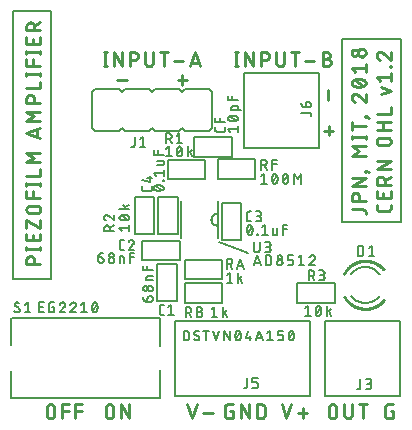
<source format=gto>
G75*
%MOIN*%
%OFA0B0*%
%FSLAX25Y25*%
%IPPOS*%
%LPD*%
%AMOC8*
5,1,8,0,0,1.08239X$1,22.5*
%
%ADD10C,0.00900*%
%ADD11C,0.00787*%
%ADD12C,0.00500*%
%ADD13C,0.00600*%
%ADD14C,0.00700*%
%ADD15C,0.01000*%
D10*
X0028231Y0009404D02*
X0028231Y0011493D01*
X0028230Y0011493D02*
X0028232Y0011564D01*
X0028238Y0011634D01*
X0028247Y0011704D01*
X0028261Y0011774D01*
X0028278Y0011842D01*
X0028298Y0011910D01*
X0028323Y0011976D01*
X0028351Y0012041D01*
X0028382Y0012105D01*
X0028417Y0012166D01*
X0028455Y0012226D01*
X0028496Y0012283D01*
X0028541Y0012338D01*
X0028588Y0012391D01*
X0028638Y0012441D01*
X0028691Y0012488D01*
X0028746Y0012533D01*
X0028803Y0012574D01*
X0028863Y0012612D01*
X0028924Y0012647D01*
X0028988Y0012678D01*
X0029053Y0012706D01*
X0029119Y0012731D01*
X0029187Y0012751D01*
X0029255Y0012768D01*
X0029325Y0012782D01*
X0029395Y0012791D01*
X0029465Y0012797D01*
X0029536Y0012799D01*
X0029607Y0012797D01*
X0029677Y0012791D01*
X0029747Y0012782D01*
X0029817Y0012768D01*
X0029885Y0012751D01*
X0029953Y0012731D01*
X0030019Y0012706D01*
X0030084Y0012678D01*
X0030148Y0012647D01*
X0030209Y0012612D01*
X0030269Y0012574D01*
X0030326Y0012533D01*
X0030381Y0012488D01*
X0030434Y0012441D01*
X0030484Y0012391D01*
X0030531Y0012338D01*
X0030576Y0012283D01*
X0030617Y0012226D01*
X0030655Y0012166D01*
X0030690Y0012105D01*
X0030721Y0012041D01*
X0030749Y0011976D01*
X0030774Y0011910D01*
X0030794Y0011842D01*
X0030811Y0011774D01*
X0030825Y0011704D01*
X0030834Y0011634D01*
X0030840Y0011564D01*
X0030842Y0011493D01*
X0030842Y0009404D01*
X0030840Y0009333D01*
X0030834Y0009263D01*
X0030825Y0009193D01*
X0030811Y0009123D01*
X0030794Y0009055D01*
X0030774Y0008987D01*
X0030749Y0008921D01*
X0030721Y0008856D01*
X0030690Y0008792D01*
X0030655Y0008731D01*
X0030617Y0008671D01*
X0030576Y0008614D01*
X0030531Y0008559D01*
X0030484Y0008506D01*
X0030434Y0008456D01*
X0030381Y0008409D01*
X0030326Y0008364D01*
X0030269Y0008323D01*
X0030209Y0008285D01*
X0030148Y0008250D01*
X0030084Y0008219D01*
X0030019Y0008191D01*
X0029953Y0008166D01*
X0029885Y0008146D01*
X0029817Y0008129D01*
X0029747Y0008115D01*
X0029677Y0008106D01*
X0029607Y0008100D01*
X0029536Y0008098D01*
X0029465Y0008100D01*
X0029395Y0008106D01*
X0029325Y0008115D01*
X0029255Y0008129D01*
X0029187Y0008146D01*
X0029119Y0008166D01*
X0029053Y0008191D01*
X0028988Y0008219D01*
X0028924Y0008250D01*
X0028863Y0008285D01*
X0028803Y0008323D01*
X0028746Y0008364D01*
X0028691Y0008409D01*
X0028638Y0008456D01*
X0028588Y0008506D01*
X0028541Y0008559D01*
X0028496Y0008614D01*
X0028455Y0008671D01*
X0028417Y0008731D01*
X0028382Y0008792D01*
X0028351Y0008856D01*
X0028323Y0008921D01*
X0028298Y0008987D01*
X0028278Y0009055D01*
X0028261Y0009123D01*
X0028247Y0009193D01*
X0028238Y0009263D01*
X0028232Y0009333D01*
X0028230Y0009404D01*
X0033454Y0008099D02*
X0033454Y0012799D01*
X0035543Y0012799D01*
X0035543Y0010710D02*
X0033454Y0010710D01*
X0037822Y0010710D02*
X0039911Y0010710D01*
X0039911Y0012799D02*
X0037822Y0012799D01*
X0037822Y0008099D01*
X0047878Y0009404D02*
X0047878Y0011493D01*
X0047877Y0011493D02*
X0047879Y0011564D01*
X0047885Y0011634D01*
X0047894Y0011704D01*
X0047908Y0011774D01*
X0047925Y0011842D01*
X0047945Y0011910D01*
X0047970Y0011976D01*
X0047998Y0012041D01*
X0048029Y0012105D01*
X0048064Y0012166D01*
X0048102Y0012226D01*
X0048143Y0012283D01*
X0048188Y0012338D01*
X0048235Y0012391D01*
X0048285Y0012441D01*
X0048338Y0012488D01*
X0048393Y0012533D01*
X0048450Y0012574D01*
X0048510Y0012612D01*
X0048571Y0012647D01*
X0048635Y0012678D01*
X0048700Y0012706D01*
X0048766Y0012731D01*
X0048834Y0012751D01*
X0048902Y0012768D01*
X0048972Y0012782D01*
X0049042Y0012791D01*
X0049112Y0012797D01*
X0049183Y0012799D01*
X0049254Y0012797D01*
X0049324Y0012791D01*
X0049394Y0012782D01*
X0049464Y0012768D01*
X0049532Y0012751D01*
X0049600Y0012731D01*
X0049666Y0012706D01*
X0049731Y0012678D01*
X0049795Y0012647D01*
X0049856Y0012612D01*
X0049916Y0012574D01*
X0049973Y0012533D01*
X0050028Y0012488D01*
X0050081Y0012441D01*
X0050131Y0012391D01*
X0050178Y0012338D01*
X0050223Y0012283D01*
X0050264Y0012226D01*
X0050302Y0012166D01*
X0050337Y0012105D01*
X0050368Y0012041D01*
X0050396Y0011976D01*
X0050421Y0011910D01*
X0050441Y0011842D01*
X0050458Y0011774D01*
X0050472Y0011704D01*
X0050481Y0011634D01*
X0050487Y0011564D01*
X0050489Y0011493D01*
X0050489Y0009404D01*
X0050487Y0009333D01*
X0050481Y0009263D01*
X0050472Y0009193D01*
X0050458Y0009123D01*
X0050441Y0009055D01*
X0050421Y0008987D01*
X0050396Y0008921D01*
X0050368Y0008856D01*
X0050337Y0008792D01*
X0050302Y0008731D01*
X0050264Y0008671D01*
X0050223Y0008614D01*
X0050178Y0008559D01*
X0050131Y0008506D01*
X0050081Y0008456D01*
X0050028Y0008409D01*
X0049973Y0008364D01*
X0049916Y0008323D01*
X0049856Y0008285D01*
X0049795Y0008250D01*
X0049731Y0008219D01*
X0049666Y0008191D01*
X0049600Y0008166D01*
X0049532Y0008146D01*
X0049464Y0008129D01*
X0049394Y0008115D01*
X0049324Y0008106D01*
X0049254Y0008100D01*
X0049183Y0008098D01*
X0049112Y0008100D01*
X0049042Y0008106D01*
X0048972Y0008115D01*
X0048902Y0008129D01*
X0048834Y0008146D01*
X0048766Y0008166D01*
X0048700Y0008191D01*
X0048635Y0008219D01*
X0048571Y0008250D01*
X0048510Y0008285D01*
X0048450Y0008323D01*
X0048393Y0008364D01*
X0048338Y0008409D01*
X0048285Y0008456D01*
X0048235Y0008506D01*
X0048188Y0008559D01*
X0048143Y0008614D01*
X0048102Y0008671D01*
X0048064Y0008731D01*
X0048029Y0008792D01*
X0047998Y0008856D01*
X0047970Y0008921D01*
X0047945Y0008987D01*
X0047925Y0009055D01*
X0047908Y0009123D01*
X0047894Y0009193D01*
X0047885Y0009263D01*
X0047879Y0009333D01*
X0047877Y0009404D01*
X0053086Y0008099D02*
X0053086Y0012799D01*
X0055697Y0008099D01*
X0055697Y0012799D01*
X0075092Y0012799D02*
X0076658Y0008099D01*
X0078225Y0012799D01*
X0080468Y0009927D02*
X0083601Y0009927D01*
X0087626Y0009143D02*
X0087626Y0011754D01*
X0087628Y0011817D01*
X0087634Y0011880D01*
X0087643Y0011942D01*
X0087656Y0012004D01*
X0087673Y0012065D01*
X0087694Y0012124D01*
X0087718Y0012182D01*
X0087746Y0012239D01*
X0087777Y0012294D01*
X0087811Y0012347D01*
X0087848Y0012398D01*
X0087889Y0012446D01*
X0087932Y0012492D01*
X0087978Y0012535D01*
X0088026Y0012576D01*
X0088077Y0012613D01*
X0088130Y0012647D01*
X0088185Y0012678D01*
X0088242Y0012706D01*
X0088300Y0012730D01*
X0088359Y0012751D01*
X0088420Y0012768D01*
X0088482Y0012781D01*
X0088544Y0012790D01*
X0088607Y0012796D01*
X0088670Y0012798D01*
X0088670Y0012799D02*
X0090237Y0012799D01*
X0090237Y0010710D02*
X0089453Y0010710D01*
X0090237Y0010710D02*
X0090237Y0008099D01*
X0088670Y0008099D01*
X0088607Y0008101D01*
X0088544Y0008107D01*
X0088482Y0008116D01*
X0088420Y0008129D01*
X0088359Y0008146D01*
X0088300Y0008167D01*
X0088242Y0008191D01*
X0088185Y0008219D01*
X0088130Y0008250D01*
X0088077Y0008284D01*
X0088026Y0008321D01*
X0087978Y0008362D01*
X0087932Y0008405D01*
X0087889Y0008451D01*
X0087848Y0008499D01*
X0087811Y0008550D01*
X0087777Y0008603D01*
X0087746Y0008658D01*
X0087718Y0008715D01*
X0087694Y0008773D01*
X0087673Y0008832D01*
X0087656Y0008893D01*
X0087643Y0008955D01*
X0087634Y0009017D01*
X0087628Y0009080D01*
X0087626Y0009143D01*
X0093002Y0008099D02*
X0093002Y0012799D01*
X0095613Y0008099D01*
X0095613Y0012799D01*
X0098378Y0012799D02*
X0099683Y0012799D01*
X0098378Y0012799D02*
X0098378Y0008099D01*
X0099683Y0008099D01*
X0099683Y0008098D02*
X0099754Y0008100D01*
X0099824Y0008106D01*
X0099894Y0008115D01*
X0099964Y0008129D01*
X0100032Y0008146D01*
X0100100Y0008166D01*
X0100166Y0008191D01*
X0100231Y0008219D01*
X0100295Y0008250D01*
X0100356Y0008285D01*
X0100416Y0008323D01*
X0100473Y0008364D01*
X0100528Y0008409D01*
X0100581Y0008456D01*
X0100631Y0008506D01*
X0100678Y0008559D01*
X0100723Y0008614D01*
X0100764Y0008671D01*
X0100802Y0008731D01*
X0100837Y0008792D01*
X0100868Y0008856D01*
X0100896Y0008921D01*
X0100921Y0008987D01*
X0100941Y0009055D01*
X0100958Y0009123D01*
X0100972Y0009193D01*
X0100981Y0009263D01*
X0100987Y0009333D01*
X0100989Y0009404D01*
X0100989Y0011493D01*
X0100987Y0011564D01*
X0100981Y0011634D01*
X0100972Y0011704D01*
X0100958Y0011774D01*
X0100941Y0011842D01*
X0100921Y0011910D01*
X0100896Y0011976D01*
X0100868Y0012041D01*
X0100837Y0012105D01*
X0100802Y0012166D01*
X0100764Y0012226D01*
X0100723Y0012283D01*
X0100678Y0012338D01*
X0100631Y0012391D01*
X0100581Y0012441D01*
X0100528Y0012488D01*
X0100473Y0012533D01*
X0100416Y0012574D01*
X0100356Y0012612D01*
X0100295Y0012647D01*
X0100231Y0012678D01*
X0100166Y0012706D01*
X0100100Y0012731D01*
X0100032Y0012751D01*
X0099964Y0012768D01*
X0099894Y0012782D01*
X0099824Y0012791D01*
X0099754Y0012797D01*
X0099683Y0012799D01*
X0106588Y0012799D02*
X0108155Y0008099D01*
X0109721Y0012799D01*
X0111964Y0009927D02*
X0115097Y0009927D01*
X0113531Y0011493D02*
X0113531Y0008360D01*
X0122214Y0009404D02*
X0122214Y0011493D01*
X0122213Y0011493D02*
X0122215Y0011564D01*
X0122221Y0011634D01*
X0122230Y0011704D01*
X0122244Y0011774D01*
X0122261Y0011842D01*
X0122281Y0011910D01*
X0122306Y0011976D01*
X0122334Y0012041D01*
X0122365Y0012105D01*
X0122400Y0012166D01*
X0122438Y0012226D01*
X0122479Y0012283D01*
X0122524Y0012338D01*
X0122571Y0012391D01*
X0122621Y0012441D01*
X0122674Y0012488D01*
X0122729Y0012533D01*
X0122786Y0012574D01*
X0122846Y0012612D01*
X0122907Y0012647D01*
X0122971Y0012678D01*
X0123036Y0012706D01*
X0123102Y0012731D01*
X0123170Y0012751D01*
X0123238Y0012768D01*
X0123308Y0012782D01*
X0123378Y0012791D01*
X0123448Y0012797D01*
X0123519Y0012799D01*
X0123590Y0012797D01*
X0123660Y0012791D01*
X0123730Y0012782D01*
X0123800Y0012768D01*
X0123868Y0012751D01*
X0123936Y0012731D01*
X0124002Y0012706D01*
X0124067Y0012678D01*
X0124131Y0012647D01*
X0124192Y0012612D01*
X0124252Y0012574D01*
X0124309Y0012533D01*
X0124364Y0012488D01*
X0124417Y0012441D01*
X0124467Y0012391D01*
X0124514Y0012338D01*
X0124559Y0012283D01*
X0124600Y0012226D01*
X0124638Y0012166D01*
X0124673Y0012105D01*
X0124704Y0012041D01*
X0124732Y0011976D01*
X0124757Y0011910D01*
X0124777Y0011842D01*
X0124794Y0011774D01*
X0124808Y0011704D01*
X0124817Y0011634D01*
X0124823Y0011564D01*
X0124825Y0011493D01*
X0124825Y0009404D01*
X0124823Y0009333D01*
X0124817Y0009263D01*
X0124808Y0009193D01*
X0124794Y0009123D01*
X0124777Y0009055D01*
X0124757Y0008987D01*
X0124732Y0008921D01*
X0124704Y0008856D01*
X0124673Y0008792D01*
X0124638Y0008731D01*
X0124600Y0008671D01*
X0124559Y0008614D01*
X0124514Y0008559D01*
X0124467Y0008506D01*
X0124417Y0008456D01*
X0124364Y0008409D01*
X0124309Y0008364D01*
X0124252Y0008323D01*
X0124192Y0008285D01*
X0124131Y0008250D01*
X0124067Y0008219D01*
X0124002Y0008191D01*
X0123936Y0008166D01*
X0123868Y0008146D01*
X0123800Y0008129D01*
X0123730Y0008115D01*
X0123660Y0008106D01*
X0123590Y0008100D01*
X0123519Y0008098D01*
X0123448Y0008100D01*
X0123378Y0008106D01*
X0123308Y0008115D01*
X0123238Y0008129D01*
X0123170Y0008146D01*
X0123102Y0008166D01*
X0123036Y0008191D01*
X0122971Y0008219D01*
X0122907Y0008250D01*
X0122846Y0008285D01*
X0122786Y0008323D01*
X0122729Y0008364D01*
X0122674Y0008409D01*
X0122621Y0008456D01*
X0122571Y0008506D01*
X0122524Y0008559D01*
X0122479Y0008614D01*
X0122438Y0008671D01*
X0122400Y0008731D01*
X0122365Y0008792D01*
X0122334Y0008856D01*
X0122306Y0008921D01*
X0122281Y0008987D01*
X0122261Y0009055D01*
X0122244Y0009123D01*
X0122230Y0009193D01*
X0122221Y0009263D01*
X0122215Y0009333D01*
X0122213Y0009404D01*
X0127422Y0009404D02*
X0127422Y0012799D01*
X0130033Y0012799D02*
X0130033Y0009404D01*
X0130031Y0009333D01*
X0130025Y0009263D01*
X0130016Y0009193D01*
X0130002Y0009123D01*
X0129985Y0009055D01*
X0129965Y0008987D01*
X0129940Y0008921D01*
X0129912Y0008856D01*
X0129881Y0008792D01*
X0129846Y0008731D01*
X0129808Y0008671D01*
X0129767Y0008614D01*
X0129722Y0008559D01*
X0129675Y0008506D01*
X0129625Y0008456D01*
X0129572Y0008409D01*
X0129517Y0008364D01*
X0129460Y0008323D01*
X0129400Y0008285D01*
X0129339Y0008250D01*
X0129275Y0008219D01*
X0129210Y0008191D01*
X0129144Y0008166D01*
X0129076Y0008146D01*
X0129008Y0008129D01*
X0128938Y0008115D01*
X0128868Y0008106D01*
X0128798Y0008100D01*
X0128727Y0008098D01*
X0128656Y0008100D01*
X0128586Y0008106D01*
X0128516Y0008115D01*
X0128446Y0008129D01*
X0128378Y0008146D01*
X0128310Y0008166D01*
X0128244Y0008191D01*
X0128179Y0008219D01*
X0128115Y0008250D01*
X0128054Y0008285D01*
X0127994Y0008323D01*
X0127937Y0008364D01*
X0127882Y0008409D01*
X0127829Y0008456D01*
X0127779Y0008506D01*
X0127732Y0008559D01*
X0127687Y0008614D01*
X0127646Y0008671D01*
X0127608Y0008731D01*
X0127573Y0008792D01*
X0127542Y0008856D01*
X0127514Y0008921D01*
X0127489Y0008987D01*
X0127469Y0009055D01*
X0127452Y0009123D01*
X0127438Y0009193D01*
X0127429Y0009263D01*
X0127423Y0009333D01*
X0127421Y0009404D01*
X0132294Y0012799D02*
X0134905Y0012799D01*
X0133599Y0012799D02*
X0133599Y0008099D01*
X0141033Y0009143D02*
X0141033Y0011754D01*
X0141035Y0011817D01*
X0141041Y0011880D01*
X0141050Y0011942D01*
X0141063Y0012004D01*
X0141080Y0012065D01*
X0141101Y0012124D01*
X0141125Y0012182D01*
X0141153Y0012239D01*
X0141184Y0012294D01*
X0141218Y0012347D01*
X0141255Y0012398D01*
X0141296Y0012446D01*
X0141339Y0012492D01*
X0141385Y0012535D01*
X0141433Y0012576D01*
X0141484Y0012613D01*
X0141537Y0012647D01*
X0141592Y0012678D01*
X0141649Y0012706D01*
X0141707Y0012730D01*
X0141766Y0012751D01*
X0141827Y0012768D01*
X0141889Y0012781D01*
X0141951Y0012790D01*
X0142014Y0012796D01*
X0142077Y0012798D01*
X0142077Y0012799D02*
X0143644Y0012799D01*
X0143644Y0010710D02*
X0142861Y0010710D01*
X0143644Y0010710D02*
X0143644Y0008099D01*
X0142077Y0008099D01*
X0142014Y0008101D01*
X0141951Y0008107D01*
X0141889Y0008116D01*
X0141827Y0008129D01*
X0141766Y0008146D01*
X0141707Y0008167D01*
X0141649Y0008191D01*
X0141592Y0008219D01*
X0141537Y0008250D01*
X0141484Y0008284D01*
X0141433Y0008321D01*
X0141385Y0008362D01*
X0141339Y0008405D01*
X0141296Y0008451D01*
X0141255Y0008499D01*
X0141218Y0008550D01*
X0141184Y0008603D01*
X0141153Y0008658D01*
X0141125Y0008715D01*
X0141101Y0008773D01*
X0141080Y0008832D01*
X0141063Y0008893D01*
X0141050Y0008955D01*
X0141041Y0009017D01*
X0141035Y0009080D01*
X0141033Y0009143D01*
X0134583Y0076192D02*
X0134583Y0076714D01*
X0134581Y0076777D01*
X0134575Y0076840D01*
X0134566Y0076902D01*
X0134553Y0076964D01*
X0134536Y0077025D01*
X0134515Y0077084D01*
X0134491Y0077142D01*
X0134463Y0077199D01*
X0134432Y0077254D01*
X0134398Y0077307D01*
X0134361Y0077358D01*
X0134320Y0077406D01*
X0134277Y0077452D01*
X0134231Y0077495D01*
X0134183Y0077536D01*
X0134132Y0077573D01*
X0134079Y0077607D01*
X0134024Y0077638D01*
X0133967Y0077666D01*
X0133909Y0077690D01*
X0133850Y0077711D01*
X0133789Y0077728D01*
X0133727Y0077741D01*
X0133665Y0077750D01*
X0133602Y0077756D01*
X0133539Y0077758D01*
X0133539Y0077759D02*
X0129883Y0077759D01*
X0129883Y0080605D02*
X0129883Y0081911D01*
X0129885Y0081982D01*
X0129891Y0082052D01*
X0129900Y0082122D01*
X0129914Y0082192D01*
X0129931Y0082260D01*
X0129951Y0082328D01*
X0129976Y0082394D01*
X0130004Y0082459D01*
X0130035Y0082523D01*
X0130070Y0082584D01*
X0130108Y0082644D01*
X0130149Y0082701D01*
X0130194Y0082756D01*
X0130241Y0082809D01*
X0130291Y0082859D01*
X0130344Y0082906D01*
X0130399Y0082951D01*
X0130456Y0082992D01*
X0130516Y0083030D01*
X0130577Y0083065D01*
X0130641Y0083096D01*
X0130706Y0083124D01*
X0130772Y0083149D01*
X0130840Y0083169D01*
X0130908Y0083186D01*
X0130978Y0083200D01*
X0131048Y0083209D01*
X0131118Y0083215D01*
X0131189Y0083217D01*
X0131260Y0083215D01*
X0131330Y0083209D01*
X0131400Y0083200D01*
X0131470Y0083186D01*
X0131538Y0083169D01*
X0131606Y0083149D01*
X0131672Y0083124D01*
X0131737Y0083096D01*
X0131801Y0083065D01*
X0131862Y0083030D01*
X0131922Y0082992D01*
X0131979Y0082951D01*
X0132034Y0082906D01*
X0132087Y0082859D01*
X0132137Y0082809D01*
X0132184Y0082756D01*
X0132229Y0082701D01*
X0132270Y0082644D01*
X0132308Y0082584D01*
X0132343Y0082523D01*
X0132374Y0082459D01*
X0132402Y0082394D01*
X0132427Y0082328D01*
X0132447Y0082260D01*
X0132464Y0082192D01*
X0132478Y0082122D01*
X0132487Y0082052D01*
X0132493Y0081982D01*
X0132495Y0081911D01*
X0132494Y0081911D02*
X0132494Y0080605D01*
X0134583Y0080605D02*
X0129883Y0080605D01*
X0129883Y0085533D02*
X0134583Y0088144D01*
X0129883Y0088144D01*
X0129883Y0085533D02*
X0134583Y0085533D01*
X0138283Y0086046D02*
X0138283Y0087352D01*
X0138285Y0087423D01*
X0138291Y0087493D01*
X0138300Y0087563D01*
X0138314Y0087633D01*
X0138331Y0087701D01*
X0138351Y0087769D01*
X0138376Y0087835D01*
X0138404Y0087900D01*
X0138435Y0087964D01*
X0138470Y0088025D01*
X0138508Y0088085D01*
X0138549Y0088142D01*
X0138594Y0088197D01*
X0138641Y0088250D01*
X0138691Y0088300D01*
X0138744Y0088347D01*
X0138799Y0088392D01*
X0138856Y0088433D01*
X0138916Y0088471D01*
X0138977Y0088506D01*
X0139041Y0088537D01*
X0139106Y0088565D01*
X0139172Y0088590D01*
X0139240Y0088610D01*
X0139308Y0088627D01*
X0139378Y0088641D01*
X0139448Y0088650D01*
X0139518Y0088656D01*
X0139589Y0088658D01*
X0139660Y0088656D01*
X0139730Y0088650D01*
X0139800Y0088641D01*
X0139870Y0088627D01*
X0139938Y0088610D01*
X0140006Y0088590D01*
X0140072Y0088565D01*
X0140137Y0088537D01*
X0140201Y0088506D01*
X0140262Y0088471D01*
X0140322Y0088433D01*
X0140379Y0088392D01*
X0140434Y0088347D01*
X0140487Y0088300D01*
X0140537Y0088250D01*
X0140584Y0088197D01*
X0140629Y0088142D01*
X0140670Y0088085D01*
X0140708Y0088025D01*
X0140743Y0087964D01*
X0140774Y0087900D01*
X0140802Y0087835D01*
X0140827Y0087769D01*
X0140847Y0087701D01*
X0140864Y0087633D01*
X0140878Y0087563D01*
X0140887Y0087493D01*
X0140893Y0087423D01*
X0140895Y0087352D01*
X0140894Y0087352D02*
X0140894Y0086046D01*
X0140894Y0087613D02*
X0142983Y0088657D01*
X0142983Y0091205D02*
X0138283Y0091205D01*
X0142983Y0093816D01*
X0138283Y0093816D01*
X0134583Y0095688D02*
X0129883Y0095688D01*
X0132494Y0097254D01*
X0129883Y0098821D01*
X0134583Y0098821D01*
X0134583Y0101268D02*
X0134583Y0102312D01*
X0134583Y0101790D02*
X0129883Y0101790D01*
X0129883Y0101268D02*
X0129883Y0102312D01*
X0129883Y0104181D02*
X0129883Y0106792D01*
X0129883Y0105486D02*
X0134583Y0105486D01*
X0134583Y0108519D02*
X0134322Y0108519D01*
X0134322Y0108780D01*
X0134583Y0108780D01*
X0135628Y0108389D01*
X0134583Y0108519D02*
X0134583Y0108780D01*
X0138283Y0109700D02*
X0142983Y0109700D01*
X0142983Y0111789D01*
X0139850Y0116330D02*
X0142983Y0117375D01*
X0139850Y0118419D01*
X0139328Y0120605D02*
X0138283Y0121911D01*
X0142983Y0121911D01*
X0142983Y0123216D02*
X0142983Y0120605D01*
X0142983Y0125308D02*
X0142983Y0125569D01*
X0142722Y0125569D01*
X0142722Y0125308D01*
X0142983Y0125308D01*
X0142983Y0127661D02*
X0142983Y0130272D01*
X0142983Y0127661D02*
X0140372Y0129881D01*
X0138283Y0129097D02*
X0138285Y0129021D01*
X0138291Y0128945D01*
X0138300Y0128870D01*
X0138313Y0128795D01*
X0138331Y0128721D01*
X0138351Y0128648D01*
X0138376Y0128576D01*
X0138404Y0128506D01*
X0138435Y0128436D01*
X0138470Y0128369D01*
X0138508Y0128303D01*
X0138550Y0128240D01*
X0138595Y0128178D01*
X0138642Y0128119D01*
X0138693Y0128063D01*
X0138746Y0128009D01*
X0138802Y0127957D01*
X0138861Y0127909D01*
X0138922Y0127864D01*
X0138985Y0127821D01*
X0139050Y0127782D01*
X0139117Y0127747D01*
X0139186Y0127714D01*
X0139256Y0127686D01*
X0139328Y0127660D01*
X0140372Y0129880D02*
X0140324Y0129928D01*
X0140273Y0129974D01*
X0140220Y0130016D01*
X0140164Y0130056D01*
X0140107Y0130093D01*
X0140047Y0130126D01*
X0139986Y0130156D01*
X0139924Y0130183D01*
X0139860Y0130206D01*
X0139795Y0130226D01*
X0139728Y0130243D01*
X0139662Y0130255D01*
X0139594Y0130265D01*
X0139526Y0130270D01*
X0139458Y0130272D01*
X0139392Y0130270D01*
X0139326Y0130265D01*
X0139261Y0130255D01*
X0139197Y0130243D01*
X0139133Y0130226D01*
X0139070Y0130206D01*
X0139008Y0130183D01*
X0138948Y0130156D01*
X0138890Y0130125D01*
X0138833Y0130092D01*
X0138778Y0130055D01*
X0138725Y0130016D01*
X0138675Y0129973D01*
X0138627Y0129928D01*
X0138582Y0129880D01*
X0138539Y0129830D01*
X0138500Y0129777D01*
X0138463Y0129722D01*
X0138430Y0129665D01*
X0138399Y0129607D01*
X0138372Y0129547D01*
X0138349Y0129485D01*
X0138329Y0129422D01*
X0138312Y0129358D01*
X0138300Y0129294D01*
X0138290Y0129229D01*
X0138285Y0129163D01*
X0138283Y0129097D01*
X0134583Y0126280D02*
X0134583Y0123669D01*
X0134583Y0124974D02*
X0129883Y0124974D01*
X0130928Y0123669D01*
X0132233Y0118629D02*
X0132350Y0118631D01*
X0132467Y0118636D01*
X0132584Y0118645D01*
X0132700Y0118657D01*
X0132816Y0118673D01*
X0132932Y0118693D01*
X0133047Y0118715D01*
X0133161Y0118742D01*
X0133274Y0118772D01*
X0133386Y0118805D01*
X0133498Y0118841D01*
X0133608Y0118881D01*
X0133717Y0118924D01*
X0133824Y0118971D01*
X0133930Y0119021D01*
X0133539Y0118890D02*
X0130928Y0120979D01*
X0130536Y0120848D02*
X0130480Y0120827D01*
X0130425Y0120802D01*
X0130372Y0120774D01*
X0130321Y0120743D01*
X0130272Y0120709D01*
X0130225Y0120671D01*
X0130180Y0120631D01*
X0130138Y0120588D01*
X0130099Y0120543D01*
X0130063Y0120495D01*
X0130030Y0120446D01*
X0130000Y0120394D01*
X0129973Y0120340D01*
X0129949Y0120285D01*
X0129929Y0120229D01*
X0129913Y0120171D01*
X0129900Y0120113D01*
X0129890Y0120054D01*
X0129885Y0119994D01*
X0129883Y0119934D01*
X0129885Y0119874D01*
X0129890Y0119814D01*
X0129900Y0119755D01*
X0129913Y0119697D01*
X0129929Y0119639D01*
X0129949Y0119583D01*
X0129973Y0119528D01*
X0130000Y0119474D01*
X0130030Y0119422D01*
X0130063Y0119373D01*
X0130099Y0119325D01*
X0130138Y0119280D01*
X0130180Y0119237D01*
X0130225Y0119197D01*
X0130272Y0119159D01*
X0130321Y0119125D01*
X0130372Y0119094D01*
X0130425Y0119066D01*
X0130480Y0119041D01*
X0130536Y0119020D01*
X0130536Y0120848D02*
X0130642Y0120898D01*
X0130749Y0120945D01*
X0130858Y0120988D01*
X0130968Y0121028D01*
X0131080Y0121064D01*
X0131192Y0121097D01*
X0131305Y0121127D01*
X0131419Y0121154D01*
X0131534Y0121176D01*
X0131650Y0121196D01*
X0131766Y0121212D01*
X0131882Y0121224D01*
X0131999Y0121233D01*
X0132116Y0121238D01*
X0132233Y0121240D01*
X0132233Y0118629D02*
X0132116Y0118631D01*
X0131999Y0118636D01*
X0131882Y0118645D01*
X0131766Y0118657D01*
X0131650Y0118673D01*
X0131534Y0118693D01*
X0131419Y0118715D01*
X0131305Y0118742D01*
X0131192Y0118772D01*
X0131080Y0118805D01*
X0130968Y0118841D01*
X0130858Y0118881D01*
X0130749Y0118924D01*
X0130642Y0118971D01*
X0130536Y0119021D01*
X0132233Y0121240D02*
X0132350Y0121238D01*
X0132467Y0121233D01*
X0132584Y0121224D01*
X0132700Y0121212D01*
X0132816Y0121196D01*
X0132932Y0121176D01*
X0133047Y0121154D01*
X0133161Y0121127D01*
X0133274Y0121097D01*
X0133386Y0121064D01*
X0133498Y0121028D01*
X0133608Y0120988D01*
X0133717Y0120945D01*
X0133824Y0120898D01*
X0133930Y0120848D01*
X0133986Y0120827D01*
X0134041Y0120802D01*
X0134094Y0120774D01*
X0134145Y0120743D01*
X0134194Y0120709D01*
X0134241Y0120671D01*
X0134286Y0120631D01*
X0134328Y0120588D01*
X0134367Y0120543D01*
X0134403Y0120495D01*
X0134436Y0120446D01*
X0134467Y0120394D01*
X0134493Y0120340D01*
X0134517Y0120285D01*
X0134537Y0120229D01*
X0134553Y0120171D01*
X0134566Y0120113D01*
X0134576Y0120054D01*
X0134581Y0119994D01*
X0134583Y0119934D01*
X0134581Y0119874D01*
X0134576Y0119814D01*
X0134566Y0119755D01*
X0134553Y0119697D01*
X0134537Y0119639D01*
X0134517Y0119583D01*
X0134493Y0119528D01*
X0134467Y0119474D01*
X0134436Y0119422D01*
X0134403Y0119373D01*
X0134367Y0119325D01*
X0134328Y0119280D01*
X0134286Y0119237D01*
X0134241Y0119197D01*
X0134194Y0119159D01*
X0134145Y0119125D01*
X0134094Y0119094D01*
X0134041Y0119066D01*
X0133986Y0119041D01*
X0133930Y0119020D01*
X0134583Y0116200D02*
X0134583Y0113589D01*
X0131972Y0115808D01*
X0129883Y0115025D02*
X0129885Y0114949D01*
X0129891Y0114873D01*
X0129900Y0114798D01*
X0129913Y0114723D01*
X0129931Y0114649D01*
X0129951Y0114576D01*
X0129976Y0114504D01*
X0130004Y0114434D01*
X0130035Y0114364D01*
X0130070Y0114297D01*
X0130108Y0114231D01*
X0130150Y0114168D01*
X0130195Y0114106D01*
X0130242Y0114047D01*
X0130293Y0113991D01*
X0130346Y0113937D01*
X0130402Y0113885D01*
X0130461Y0113837D01*
X0130522Y0113792D01*
X0130585Y0113749D01*
X0130650Y0113710D01*
X0130717Y0113675D01*
X0130786Y0113642D01*
X0130856Y0113614D01*
X0130928Y0113588D01*
X0131972Y0115808D02*
X0131924Y0115856D01*
X0131873Y0115902D01*
X0131820Y0115944D01*
X0131764Y0115984D01*
X0131707Y0116021D01*
X0131647Y0116054D01*
X0131586Y0116084D01*
X0131524Y0116111D01*
X0131460Y0116134D01*
X0131395Y0116154D01*
X0131328Y0116171D01*
X0131262Y0116183D01*
X0131194Y0116193D01*
X0131126Y0116198D01*
X0131058Y0116200D01*
X0130992Y0116198D01*
X0130926Y0116193D01*
X0130861Y0116183D01*
X0130797Y0116171D01*
X0130733Y0116154D01*
X0130670Y0116134D01*
X0130608Y0116111D01*
X0130548Y0116084D01*
X0130490Y0116053D01*
X0130433Y0116020D01*
X0130378Y0115983D01*
X0130325Y0115944D01*
X0130275Y0115901D01*
X0130227Y0115856D01*
X0130182Y0115808D01*
X0130139Y0115758D01*
X0130100Y0115705D01*
X0130063Y0115650D01*
X0130030Y0115593D01*
X0129999Y0115535D01*
X0129972Y0115475D01*
X0129949Y0115413D01*
X0129929Y0115350D01*
X0129912Y0115286D01*
X0129900Y0115222D01*
X0129890Y0115157D01*
X0129885Y0115091D01*
X0129883Y0115025D01*
X0121995Y0114394D02*
X0121995Y0117527D01*
X0121606Y0125422D02*
X0120300Y0125422D01*
X0120300Y0130122D01*
X0121606Y0130122D01*
X0121606Y0130121D02*
X0121669Y0130119D01*
X0121732Y0130113D01*
X0121794Y0130104D01*
X0121856Y0130091D01*
X0121917Y0130074D01*
X0121976Y0130053D01*
X0122034Y0130029D01*
X0122091Y0130001D01*
X0122146Y0129970D01*
X0122199Y0129936D01*
X0122250Y0129899D01*
X0122298Y0129858D01*
X0122344Y0129815D01*
X0122387Y0129769D01*
X0122428Y0129721D01*
X0122465Y0129670D01*
X0122499Y0129617D01*
X0122530Y0129562D01*
X0122558Y0129505D01*
X0122582Y0129447D01*
X0122603Y0129388D01*
X0122620Y0129327D01*
X0122633Y0129265D01*
X0122642Y0129203D01*
X0122648Y0129140D01*
X0122650Y0129077D01*
X0122648Y0129014D01*
X0122642Y0128951D01*
X0122633Y0128889D01*
X0122620Y0128827D01*
X0122603Y0128766D01*
X0122582Y0128707D01*
X0122558Y0128649D01*
X0122530Y0128592D01*
X0122499Y0128537D01*
X0122465Y0128484D01*
X0122428Y0128433D01*
X0122387Y0128385D01*
X0122344Y0128339D01*
X0122298Y0128296D01*
X0122250Y0128255D01*
X0122199Y0128218D01*
X0122146Y0128184D01*
X0122091Y0128153D01*
X0122034Y0128125D01*
X0121976Y0128101D01*
X0121917Y0128080D01*
X0121856Y0128063D01*
X0121794Y0128050D01*
X0121732Y0128041D01*
X0121669Y0128035D01*
X0121606Y0128033D01*
X0120300Y0128033D01*
X0121606Y0128033D02*
X0121677Y0128031D01*
X0121747Y0128025D01*
X0121817Y0128016D01*
X0121887Y0128002D01*
X0121955Y0127985D01*
X0122023Y0127965D01*
X0122089Y0127940D01*
X0122154Y0127912D01*
X0122218Y0127881D01*
X0122279Y0127846D01*
X0122339Y0127808D01*
X0122396Y0127767D01*
X0122451Y0127722D01*
X0122504Y0127675D01*
X0122554Y0127625D01*
X0122601Y0127572D01*
X0122646Y0127517D01*
X0122687Y0127460D01*
X0122725Y0127400D01*
X0122760Y0127339D01*
X0122791Y0127275D01*
X0122819Y0127210D01*
X0122844Y0127144D01*
X0122864Y0127076D01*
X0122881Y0127008D01*
X0122895Y0126938D01*
X0122904Y0126868D01*
X0122910Y0126798D01*
X0122912Y0126727D01*
X0122910Y0126656D01*
X0122904Y0126586D01*
X0122895Y0126516D01*
X0122881Y0126446D01*
X0122864Y0126378D01*
X0122844Y0126310D01*
X0122819Y0126244D01*
X0122791Y0126179D01*
X0122760Y0126115D01*
X0122725Y0126054D01*
X0122687Y0125994D01*
X0122646Y0125937D01*
X0122601Y0125882D01*
X0122554Y0125829D01*
X0122504Y0125779D01*
X0122451Y0125732D01*
X0122396Y0125687D01*
X0122339Y0125646D01*
X0122279Y0125608D01*
X0122218Y0125573D01*
X0122154Y0125542D01*
X0122089Y0125514D01*
X0122023Y0125489D01*
X0121955Y0125469D01*
X0121887Y0125452D01*
X0121817Y0125438D01*
X0121747Y0125429D01*
X0121677Y0125423D01*
X0121606Y0125421D01*
X0117516Y0127249D02*
X0114383Y0127249D01*
X0112215Y0130122D02*
X0109604Y0130122D01*
X0110910Y0130122D02*
X0110910Y0125422D01*
X0107343Y0126727D02*
X0107343Y0130122D01*
X0104732Y0130122D02*
X0104732Y0126727D01*
X0104734Y0126656D01*
X0104740Y0126586D01*
X0104749Y0126516D01*
X0104763Y0126446D01*
X0104780Y0126378D01*
X0104800Y0126310D01*
X0104825Y0126244D01*
X0104853Y0126179D01*
X0104884Y0126115D01*
X0104919Y0126054D01*
X0104957Y0125994D01*
X0104998Y0125937D01*
X0105043Y0125882D01*
X0105090Y0125829D01*
X0105140Y0125779D01*
X0105193Y0125732D01*
X0105248Y0125687D01*
X0105305Y0125646D01*
X0105365Y0125608D01*
X0105426Y0125573D01*
X0105490Y0125542D01*
X0105555Y0125514D01*
X0105621Y0125489D01*
X0105689Y0125469D01*
X0105757Y0125452D01*
X0105827Y0125438D01*
X0105897Y0125429D01*
X0105967Y0125423D01*
X0106038Y0125421D01*
X0106109Y0125423D01*
X0106179Y0125429D01*
X0106249Y0125438D01*
X0106319Y0125452D01*
X0106387Y0125469D01*
X0106455Y0125489D01*
X0106521Y0125514D01*
X0106586Y0125542D01*
X0106650Y0125573D01*
X0106711Y0125608D01*
X0106771Y0125646D01*
X0106828Y0125687D01*
X0106883Y0125732D01*
X0106936Y0125779D01*
X0106986Y0125829D01*
X0107033Y0125882D01*
X0107078Y0125937D01*
X0107119Y0125994D01*
X0107157Y0126054D01*
X0107192Y0126115D01*
X0107223Y0126179D01*
X0107251Y0126244D01*
X0107276Y0126310D01*
X0107296Y0126378D01*
X0107313Y0126446D01*
X0107327Y0126516D01*
X0107336Y0126586D01*
X0107342Y0126656D01*
X0107344Y0126727D01*
X0101110Y0127511D02*
X0099804Y0127511D01*
X0101110Y0127510D02*
X0101181Y0127512D01*
X0101251Y0127518D01*
X0101321Y0127527D01*
X0101391Y0127541D01*
X0101459Y0127558D01*
X0101527Y0127578D01*
X0101593Y0127603D01*
X0101658Y0127631D01*
X0101722Y0127662D01*
X0101783Y0127697D01*
X0101843Y0127735D01*
X0101900Y0127776D01*
X0101955Y0127821D01*
X0102008Y0127868D01*
X0102058Y0127918D01*
X0102105Y0127971D01*
X0102150Y0128026D01*
X0102191Y0128083D01*
X0102229Y0128143D01*
X0102264Y0128204D01*
X0102295Y0128268D01*
X0102323Y0128333D01*
X0102348Y0128399D01*
X0102368Y0128467D01*
X0102385Y0128535D01*
X0102399Y0128605D01*
X0102408Y0128675D01*
X0102414Y0128745D01*
X0102416Y0128816D01*
X0102414Y0128887D01*
X0102408Y0128957D01*
X0102399Y0129027D01*
X0102385Y0129097D01*
X0102368Y0129165D01*
X0102348Y0129233D01*
X0102323Y0129299D01*
X0102295Y0129364D01*
X0102264Y0129428D01*
X0102229Y0129489D01*
X0102191Y0129549D01*
X0102150Y0129606D01*
X0102105Y0129661D01*
X0102058Y0129714D01*
X0102008Y0129764D01*
X0101955Y0129811D01*
X0101900Y0129856D01*
X0101843Y0129897D01*
X0101783Y0129935D01*
X0101722Y0129970D01*
X0101658Y0130001D01*
X0101593Y0130029D01*
X0101527Y0130054D01*
X0101459Y0130074D01*
X0101391Y0130091D01*
X0101321Y0130105D01*
X0101251Y0130114D01*
X0101181Y0130120D01*
X0101110Y0130122D01*
X0099804Y0130122D01*
X0099804Y0125422D01*
X0096927Y0125422D02*
X0096927Y0130122D01*
X0094316Y0130122D02*
X0096927Y0125422D01*
X0094316Y0125422D02*
X0094316Y0130122D01*
X0091944Y0130122D02*
X0090899Y0130122D01*
X0091422Y0130122D02*
X0091422Y0125422D01*
X0091944Y0125422D02*
X0090899Y0125422D01*
X0079201Y0125422D02*
X0077634Y0130122D01*
X0076068Y0125422D01*
X0076459Y0126597D02*
X0078809Y0126597D01*
X0073825Y0127249D02*
X0070692Y0127249D01*
X0067218Y0125422D02*
X0067218Y0130122D01*
X0065913Y0130122D02*
X0068524Y0130122D01*
X0063652Y0130122D02*
X0063652Y0126727D01*
X0063650Y0126656D01*
X0063644Y0126586D01*
X0063635Y0126516D01*
X0063621Y0126446D01*
X0063604Y0126378D01*
X0063584Y0126310D01*
X0063559Y0126244D01*
X0063531Y0126179D01*
X0063500Y0126115D01*
X0063465Y0126054D01*
X0063427Y0125994D01*
X0063386Y0125937D01*
X0063341Y0125882D01*
X0063294Y0125829D01*
X0063244Y0125779D01*
X0063191Y0125732D01*
X0063136Y0125687D01*
X0063079Y0125646D01*
X0063019Y0125608D01*
X0062958Y0125573D01*
X0062894Y0125542D01*
X0062829Y0125514D01*
X0062763Y0125489D01*
X0062695Y0125469D01*
X0062627Y0125452D01*
X0062557Y0125438D01*
X0062487Y0125429D01*
X0062417Y0125423D01*
X0062346Y0125421D01*
X0062275Y0125423D01*
X0062205Y0125429D01*
X0062135Y0125438D01*
X0062065Y0125452D01*
X0061997Y0125469D01*
X0061929Y0125489D01*
X0061863Y0125514D01*
X0061798Y0125542D01*
X0061734Y0125573D01*
X0061673Y0125608D01*
X0061613Y0125646D01*
X0061556Y0125687D01*
X0061501Y0125732D01*
X0061448Y0125779D01*
X0061398Y0125829D01*
X0061351Y0125882D01*
X0061306Y0125937D01*
X0061265Y0125994D01*
X0061227Y0126054D01*
X0061192Y0126115D01*
X0061161Y0126179D01*
X0061133Y0126244D01*
X0061108Y0126310D01*
X0061088Y0126378D01*
X0061071Y0126446D01*
X0061057Y0126516D01*
X0061048Y0126586D01*
X0061042Y0126656D01*
X0061040Y0126727D01*
X0061041Y0126727D02*
X0061041Y0130122D01*
X0057419Y0130122D02*
X0056113Y0130122D01*
X0056113Y0125422D01*
X0053236Y0125422D02*
X0053236Y0130122D01*
X0056113Y0127511D02*
X0057419Y0127511D01*
X0057419Y0127510D02*
X0057490Y0127512D01*
X0057560Y0127518D01*
X0057630Y0127527D01*
X0057700Y0127541D01*
X0057768Y0127558D01*
X0057836Y0127578D01*
X0057902Y0127603D01*
X0057967Y0127631D01*
X0058031Y0127662D01*
X0058092Y0127697D01*
X0058152Y0127735D01*
X0058209Y0127776D01*
X0058264Y0127821D01*
X0058317Y0127868D01*
X0058367Y0127918D01*
X0058414Y0127971D01*
X0058459Y0128026D01*
X0058500Y0128083D01*
X0058538Y0128143D01*
X0058573Y0128204D01*
X0058604Y0128268D01*
X0058632Y0128333D01*
X0058657Y0128399D01*
X0058677Y0128467D01*
X0058694Y0128535D01*
X0058708Y0128605D01*
X0058717Y0128675D01*
X0058723Y0128745D01*
X0058725Y0128816D01*
X0058723Y0128887D01*
X0058717Y0128957D01*
X0058708Y0129027D01*
X0058694Y0129097D01*
X0058677Y0129165D01*
X0058657Y0129233D01*
X0058632Y0129299D01*
X0058604Y0129364D01*
X0058573Y0129428D01*
X0058538Y0129489D01*
X0058500Y0129549D01*
X0058459Y0129606D01*
X0058414Y0129661D01*
X0058367Y0129714D01*
X0058317Y0129764D01*
X0058264Y0129811D01*
X0058209Y0129856D01*
X0058152Y0129897D01*
X0058092Y0129935D01*
X0058031Y0129970D01*
X0057967Y0130001D01*
X0057902Y0130029D01*
X0057836Y0130054D01*
X0057768Y0130074D01*
X0057700Y0130091D01*
X0057630Y0130105D01*
X0057560Y0130114D01*
X0057490Y0130120D01*
X0057419Y0130122D01*
X0053236Y0125422D02*
X0050625Y0130122D01*
X0050625Y0125422D01*
X0048253Y0125422D02*
X0047208Y0125422D01*
X0047731Y0125422D02*
X0047731Y0130122D01*
X0048253Y0130122D02*
X0047208Y0130122D01*
X0051796Y0120950D02*
X0054929Y0120950D01*
X0071874Y0120950D02*
X0075008Y0120950D01*
X0073441Y0119384D02*
X0073441Y0122517D01*
X0026185Y0122754D02*
X0021485Y0122754D01*
X0021485Y0122232D02*
X0021485Y0123277D01*
X0021485Y0125664D02*
X0021485Y0127753D01*
X0021485Y0129624D02*
X0021485Y0130668D01*
X0021485Y0130146D02*
X0026185Y0130146D01*
X0026185Y0129624D02*
X0026185Y0130668D01*
X0023574Y0127753D02*
X0023574Y0125664D01*
X0021485Y0125664D02*
X0026185Y0125664D01*
X0026185Y0123277D02*
X0026185Y0122232D01*
X0026185Y0120361D02*
X0026185Y0118272D01*
X0021485Y0118272D01*
X0021485Y0114635D02*
X0021485Y0113329D01*
X0026185Y0113329D01*
X0024096Y0113329D02*
X0024096Y0114635D01*
X0024094Y0114706D01*
X0024088Y0114776D01*
X0024079Y0114846D01*
X0024065Y0114916D01*
X0024048Y0114984D01*
X0024028Y0115052D01*
X0024003Y0115118D01*
X0023975Y0115183D01*
X0023944Y0115247D01*
X0023909Y0115308D01*
X0023871Y0115368D01*
X0023830Y0115425D01*
X0023785Y0115480D01*
X0023738Y0115533D01*
X0023688Y0115583D01*
X0023635Y0115630D01*
X0023580Y0115675D01*
X0023523Y0115716D01*
X0023463Y0115754D01*
X0023402Y0115789D01*
X0023338Y0115820D01*
X0023273Y0115848D01*
X0023207Y0115873D01*
X0023139Y0115893D01*
X0023071Y0115910D01*
X0023001Y0115924D01*
X0022931Y0115933D01*
X0022861Y0115939D01*
X0022790Y0115941D01*
X0022719Y0115939D01*
X0022649Y0115933D01*
X0022579Y0115924D01*
X0022509Y0115910D01*
X0022441Y0115893D01*
X0022373Y0115873D01*
X0022307Y0115848D01*
X0022242Y0115820D01*
X0022178Y0115789D01*
X0022117Y0115754D01*
X0022057Y0115716D01*
X0022000Y0115675D01*
X0021945Y0115630D01*
X0021892Y0115583D01*
X0021842Y0115533D01*
X0021795Y0115480D01*
X0021750Y0115425D01*
X0021709Y0115368D01*
X0021671Y0115308D01*
X0021636Y0115247D01*
X0021605Y0115183D01*
X0021577Y0115118D01*
X0021552Y0115052D01*
X0021532Y0114984D01*
X0021515Y0114916D01*
X0021501Y0114846D01*
X0021492Y0114776D01*
X0021486Y0114706D01*
X0021484Y0114635D01*
X0021485Y0110377D02*
X0026185Y0110377D01*
X0024096Y0108810D02*
X0021485Y0110377D01*
X0024096Y0108810D02*
X0021485Y0107244D01*
X0026185Y0107244D01*
X0026185Y0104833D02*
X0021485Y0103266D01*
X0026185Y0101700D01*
X0025010Y0102091D02*
X0025010Y0104441D01*
X0026185Y0096601D02*
X0021485Y0096601D01*
X0024096Y0095034D01*
X0021485Y0093468D01*
X0026185Y0093468D01*
X0026185Y0091129D02*
X0026185Y0089040D01*
X0021485Y0089040D01*
X0021485Y0086653D02*
X0021485Y0085608D01*
X0021485Y0086130D02*
X0026185Y0086130D01*
X0026185Y0085608D02*
X0026185Y0086653D01*
X0023574Y0083737D02*
X0023574Y0081648D01*
X0021485Y0081648D02*
X0021485Y0083737D01*
X0021485Y0081648D02*
X0026185Y0081648D01*
X0024879Y0079036D02*
X0022790Y0079036D01*
X0022719Y0079034D01*
X0022649Y0079028D01*
X0022579Y0079019D01*
X0022509Y0079005D01*
X0022441Y0078988D01*
X0022373Y0078968D01*
X0022307Y0078943D01*
X0022242Y0078915D01*
X0022178Y0078884D01*
X0022117Y0078849D01*
X0022057Y0078811D01*
X0022000Y0078770D01*
X0021945Y0078725D01*
X0021892Y0078678D01*
X0021842Y0078628D01*
X0021795Y0078575D01*
X0021750Y0078520D01*
X0021709Y0078463D01*
X0021671Y0078403D01*
X0021636Y0078342D01*
X0021605Y0078278D01*
X0021577Y0078213D01*
X0021552Y0078147D01*
X0021532Y0078079D01*
X0021515Y0078011D01*
X0021501Y0077941D01*
X0021492Y0077871D01*
X0021486Y0077801D01*
X0021484Y0077730D01*
X0021486Y0077659D01*
X0021492Y0077589D01*
X0021501Y0077519D01*
X0021515Y0077449D01*
X0021532Y0077381D01*
X0021552Y0077313D01*
X0021577Y0077247D01*
X0021605Y0077182D01*
X0021636Y0077118D01*
X0021671Y0077057D01*
X0021709Y0076997D01*
X0021750Y0076940D01*
X0021795Y0076885D01*
X0021842Y0076832D01*
X0021892Y0076782D01*
X0021945Y0076735D01*
X0022000Y0076690D01*
X0022057Y0076649D01*
X0022117Y0076611D01*
X0022178Y0076576D01*
X0022242Y0076545D01*
X0022307Y0076517D01*
X0022373Y0076492D01*
X0022441Y0076472D01*
X0022509Y0076455D01*
X0022579Y0076441D01*
X0022649Y0076432D01*
X0022719Y0076426D01*
X0022790Y0076424D01*
X0022790Y0076425D02*
X0024879Y0076425D01*
X0024879Y0076424D02*
X0024950Y0076426D01*
X0025020Y0076432D01*
X0025090Y0076441D01*
X0025160Y0076455D01*
X0025228Y0076472D01*
X0025296Y0076492D01*
X0025362Y0076517D01*
X0025427Y0076545D01*
X0025491Y0076576D01*
X0025552Y0076611D01*
X0025612Y0076649D01*
X0025669Y0076690D01*
X0025724Y0076735D01*
X0025777Y0076782D01*
X0025827Y0076832D01*
X0025874Y0076885D01*
X0025919Y0076940D01*
X0025960Y0076997D01*
X0025998Y0077057D01*
X0026033Y0077118D01*
X0026064Y0077182D01*
X0026092Y0077247D01*
X0026117Y0077313D01*
X0026137Y0077381D01*
X0026154Y0077449D01*
X0026168Y0077519D01*
X0026177Y0077589D01*
X0026183Y0077659D01*
X0026185Y0077730D01*
X0026183Y0077801D01*
X0026177Y0077871D01*
X0026168Y0077941D01*
X0026154Y0078011D01*
X0026137Y0078079D01*
X0026117Y0078147D01*
X0026092Y0078213D01*
X0026064Y0078278D01*
X0026033Y0078342D01*
X0025998Y0078403D01*
X0025960Y0078463D01*
X0025919Y0078520D01*
X0025874Y0078575D01*
X0025827Y0078628D01*
X0025777Y0078678D01*
X0025724Y0078725D01*
X0025669Y0078770D01*
X0025612Y0078811D01*
X0025552Y0078849D01*
X0025491Y0078884D01*
X0025427Y0078915D01*
X0025362Y0078943D01*
X0025296Y0078968D01*
X0025228Y0078988D01*
X0025160Y0079005D01*
X0025090Y0079019D01*
X0025020Y0079028D01*
X0024950Y0079034D01*
X0024879Y0079036D01*
X0026185Y0074164D02*
X0026185Y0071553D01*
X0021485Y0074164D01*
X0021485Y0071553D01*
X0021485Y0069625D02*
X0021485Y0067536D01*
X0026185Y0067536D01*
X0026185Y0069625D01*
X0023574Y0069102D02*
X0023574Y0067536D01*
X0021485Y0065149D02*
X0021485Y0064104D01*
X0021485Y0064626D02*
X0026185Y0064626D01*
X0026185Y0064104D02*
X0026185Y0065149D01*
X0024096Y0060875D02*
X0024096Y0059569D01*
X0024096Y0060875D02*
X0024094Y0060946D01*
X0024088Y0061016D01*
X0024079Y0061086D01*
X0024065Y0061156D01*
X0024048Y0061224D01*
X0024028Y0061292D01*
X0024003Y0061358D01*
X0023975Y0061423D01*
X0023944Y0061487D01*
X0023909Y0061548D01*
X0023871Y0061608D01*
X0023830Y0061665D01*
X0023785Y0061720D01*
X0023738Y0061773D01*
X0023688Y0061823D01*
X0023635Y0061870D01*
X0023580Y0061915D01*
X0023523Y0061956D01*
X0023463Y0061994D01*
X0023402Y0062029D01*
X0023338Y0062060D01*
X0023273Y0062088D01*
X0023207Y0062113D01*
X0023139Y0062133D01*
X0023071Y0062150D01*
X0023001Y0062164D01*
X0022931Y0062173D01*
X0022861Y0062179D01*
X0022790Y0062181D01*
X0022719Y0062179D01*
X0022649Y0062173D01*
X0022579Y0062164D01*
X0022509Y0062150D01*
X0022441Y0062133D01*
X0022373Y0062113D01*
X0022307Y0062088D01*
X0022242Y0062060D01*
X0022178Y0062029D01*
X0022117Y0061994D01*
X0022057Y0061956D01*
X0022000Y0061915D01*
X0021945Y0061870D01*
X0021892Y0061823D01*
X0021842Y0061773D01*
X0021795Y0061720D01*
X0021750Y0061665D01*
X0021709Y0061608D01*
X0021671Y0061548D01*
X0021636Y0061487D01*
X0021605Y0061423D01*
X0021577Y0061358D01*
X0021552Y0061292D01*
X0021532Y0061224D01*
X0021515Y0061156D01*
X0021501Y0061086D01*
X0021492Y0061016D01*
X0021486Y0060946D01*
X0021484Y0060875D01*
X0021485Y0060875D02*
X0021485Y0059569D01*
X0026185Y0059569D01*
X0026185Y0133056D02*
X0021485Y0133056D01*
X0021485Y0135145D01*
X0023574Y0134622D02*
X0023574Y0133056D01*
X0026185Y0133056D02*
X0026185Y0135145D01*
X0026185Y0137458D02*
X0021485Y0137458D01*
X0021485Y0138763D01*
X0021484Y0138763D02*
X0021486Y0138834D01*
X0021492Y0138904D01*
X0021501Y0138974D01*
X0021515Y0139044D01*
X0021532Y0139112D01*
X0021552Y0139180D01*
X0021577Y0139246D01*
X0021605Y0139311D01*
X0021636Y0139375D01*
X0021671Y0139436D01*
X0021709Y0139496D01*
X0021750Y0139553D01*
X0021795Y0139608D01*
X0021842Y0139661D01*
X0021892Y0139711D01*
X0021945Y0139758D01*
X0022000Y0139803D01*
X0022057Y0139844D01*
X0022117Y0139882D01*
X0022178Y0139917D01*
X0022242Y0139948D01*
X0022307Y0139976D01*
X0022373Y0140001D01*
X0022441Y0140021D01*
X0022509Y0140038D01*
X0022579Y0140052D01*
X0022649Y0140061D01*
X0022719Y0140067D01*
X0022790Y0140069D01*
X0022861Y0140067D01*
X0022931Y0140061D01*
X0023001Y0140052D01*
X0023071Y0140038D01*
X0023139Y0140021D01*
X0023207Y0140001D01*
X0023273Y0139976D01*
X0023338Y0139948D01*
X0023402Y0139917D01*
X0023463Y0139882D01*
X0023523Y0139844D01*
X0023580Y0139803D01*
X0023635Y0139758D01*
X0023688Y0139711D01*
X0023738Y0139661D01*
X0023785Y0139608D01*
X0023830Y0139553D01*
X0023871Y0139496D01*
X0023909Y0139436D01*
X0023944Y0139375D01*
X0023975Y0139311D01*
X0024003Y0139246D01*
X0024028Y0139180D01*
X0024048Y0139112D01*
X0024065Y0139044D01*
X0024079Y0138974D01*
X0024088Y0138904D01*
X0024094Y0138834D01*
X0024096Y0138763D01*
X0024096Y0137458D01*
X0024096Y0139024D02*
X0026185Y0140069D01*
X0120693Y0104021D02*
X0123827Y0104021D01*
X0122260Y0102454D02*
X0122260Y0105588D01*
X0134322Y0090636D02*
X0134583Y0090636D01*
X0135628Y0090245D01*
X0134583Y0090375D02*
X0134322Y0090375D01*
X0134322Y0090636D01*
X0134583Y0090636D02*
X0134583Y0090375D01*
X0138283Y0086046D02*
X0142983Y0086046D01*
X0142983Y0083733D02*
X0142983Y0081644D01*
X0138283Y0081644D01*
X0138283Y0083733D01*
X0140372Y0083211D02*
X0140372Y0081644D01*
X0138283Y0079328D02*
X0138283Y0078284D01*
X0138284Y0078284D02*
X0138286Y0078221D01*
X0138292Y0078158D01*
X0138301Y0078096D01*
X0138314Y0078034D01*
X0138331Y0077973D01*
X0138352Y0077914D01*
X0138376Y0077856D01*
X0138404Y0077799D01*
X0138435Y0077744D01*
X0138469Y0077691D01*
X0138506Y0077640D01*
X0138547Y0077592D01*
X0138590Y0077546D01*
X0138636Y0077503D01*
X0138684Y0077462D01*
X0138735Y0077425D01*
X0138788Y0077391D01*
X0138843Y0077360D01*
X0138900Y0077332D01*
X0138958Y0077308D01*
X0139017Y0077287D01*
X0139078Y0077270D01*
X0139140Y0077257D01*
X0139202Y0077248D01*
X0139265Y0077242D01*
X0139328Y0077240D01*
X0139328Y0077239D02*
X0141939Y0077239D01*
X0141939Y0077240D02*
X0142002Y0077242D01*
X0142065Y0077248D01*
X0142127Y0077257D01*
X0142189Y0077270D01*
X0142250Y0077287D01*
X0142309Y0077308D01*
X0142367Y0077332D01*
X0142424Y0077360D01*
X0142479Y0077391D01*
X0142532Y0077425D01*
X0142583Y0077462D01*
X0142631Y0077503D01*
X0142677Y0077546D01*
X0142720Y0077592D01*
X0142761Y0077640D01*
X0142798Y0077691D01*
X0142832Y0077744D01*
X0142863Y0077799D01*
X0142891Y0077856D01*
X0142915Y0077914D01*
X0142936Y0077973D01*
X0142953Y0078034D01*
X0142966Y0078096D01*
X0142975Y0078158D01*
X0142981Y0078221D01*
X0142983Y0078284D01*
X0142983Y0079328D01*
X0141678Y0099101D02*
X0139589Y0099101D01*
X0139518Y0099103D01*
X0139448Y0099109D01*
X0139378Y0099118D01*
X0139308Y0099132D01*
X0139240Y0099149D01*
X0139172Y0099169D01*
X0139106Y0099194D01*
X0139041Y0099222D01*
X0138977Y0099253D01*
X0138916Y0099288D01*
X0138856Y0099326D01*
X0138799Y0099367D01*
X0138744Y0099412D01*
X0138691Y0099459D01*
X0138641Y0099509D01*
X0138594Y0099562D01*
X0138549Y0099617D01*
X0138508Y0099674D01*
X0138470Y0099734D01*
X0138435Y0099795D01*
X0138404Y0099859D01*
X0138376Y0099924D01*
X0138351Y0099990D01*
X0138331Y0100058D01*
X0138314Y0100126D01*
X0138300Y0100196D01*
X0138291Y0100266D01*
X0138285Y0100336D01*
X0138283Y0100407D01*
X0138285Y0100478D01*
X0138291Y0100548D01*
X0138300Y0100618D01*
X0138314Y0100688D01*
X0138331Y0100756D01*
X0138351Y0100824D01*
X0138376Y0100890D01*
X0138404Y0100955D01*
X0138435Y0101019D01*
X0138470Y0101080D01*
X0138508Y0101140D01*
X0138549Y0101197D01*
X0138594Y0101252D01*
X0138641Y0101305D01*
X0138691Y0101355D01*
X0138744Y0101402D01*
X0138799Y0101447D01*
X0138856Y0101488D01*
X0138916Y0101526D01*
X0138977Y0101561D01*
X0139041Y0101592D01*
X0139106Y0101620D01*
X0139172Y0101645D01*
X0139240Y0101665D01*
X0139308Y0101682D01*
X0139378Y0101696D01*
X0139448Y0101705D01*
X0139518Y0101711D01*
X0139589Y0101713D01*
X0139589Y0101712D02*
X0141678Y0101712D01*
X0141678Y0101713D02*
X0141749Y0101711D01*
X0141819Y0101705D01*
X0141889Y0101696D01*
X0141959Y0101682D01*
X0142027Y0101665D01*
X0142095Y0101645D01*
X0142161Y0101620D01*
X0142226Y0101592D01*
X0142290Y0101561D01*
X0142351Y0101526D01*
X0142411Y0101488D01*
X0142468Y0101447D01*
X0142523Y0101402D01*
X0142576Y0101355D01*
X0142626Y0101305D01*
X0142673Y0101252D01*
X0142718Y0101197D01*
X0142759Y0101140D01*
X0142797Y0101080D01*
X0142832Y0101019D01*
X0142863Y0100955D01*
X0142891Y0100890D01*
X0142916Y0100824D01*
X0142936Y0100756D01*
X0142953Y0100688D01*
X0142967Y0100618D01*
X0142976Y0100548D01*
X0142982Y0100478D01*
X0142984Y0100407D01*
X0142982Y0100336D01*
X0142976Y0100266D01*
X0142967Y0100196D01*
X0142953Y0100126D01*
X0142936Y0100058D01*
X0142916Y0099990D01*
X0142891Y0099924D01*
X0142863Y0099859D01*
X0142832Y0099795D01*
X0142797Y0099734D01*
X0142759Y0099674D01*
X0142718Y0099617D01*
X0142673Y0099562D01*
X0142626Y0099509D01*
X0142576Y0099459D01*
X0142523Y0099412D01*
X0142468Y0099367D01*
X0142411Y0099326D01*
X0142351Y0099288D01*
X0142290Y0099253D01*
X0142226Y0099222D01*
X0142161Y0099194D01*
X0142095Y0099169D01*
X0142027Y0099149D01*
X0141959Y0099132D01*
X0141889Y0099118D01*
X0141819Y0099109D01*
X0141749Y0099103D01*
X0141678Y0099101D01*
X0142983Y0104309D02*
X0138283Y0104309D01*
X0140372Y0104309D02*
X0140372Y0106920D01*
X0138283Y0106920D02*
X0142983Y0106920D01*
X0133278Y0128708D02*
X0133349Y0128710D01*
X0133419Y0128716D01*
X0133489Y0128725D01*
X0133559Y0128739D01*
X0133627Y0128756D01*
X0133695Y0128776D01*
X0133761Y0128801D01*
X0133826Y0128829D01*
X0133890Y0128860D01*
X0133951Y0128895D01*
X0134011Y0128933D01*
X0134068Y0128974D01*
X0134123Y0129019D01*
X0134176Y0129066D01*
X0134226Y0129116D01*
X0134273Y0129169D01*
X0134318Y0129224D01*
X0134359Y0129281D01*
X0134397Y0129341D01*
X0134432Y0129402D01*
X0134463Y0129466D01*
X0134491Y0129531D01*
X0134516Y0129597D01*
X0134536Y0129665D01*
X0134553Y0129733D01*
X0134567Y0129803D01*
X0134576Y0129873D01*
X0134582Y0129943D01*
X0134584Y0130014D01*
X0134582Y0130085D01*
X0134576Y0130155D01*
X0134567Y0130225D01*
X0134553Y0130295D01*
X0134536Y0130363D01*
X0134516Y0130431D01*
X0134491Y0130497D01*
X0134463Y0130562D01*
X0134432Y0130626D01*
X0134397Y0130687D01*
X0134359Y0130747D01*
X0134318Y0130804D01*
X0134273Y0130859D01*
X0134226Y0130912D01*
X0134176Y0130962D01*
X0134123Y0131009D01*
X0134068Y0131054D01*
X0134011Y0131095D01*
X0133951Y0131133D01*
X0133890Y0131168D01*
X0133826Y0131199D01*
X0133761Y0131227D01*
X0133695Y0131252D01*
X0133627Y0131272D01*
X0133559Y0131289D01*
X0133489Y0131303D01*
X0133419Y0131312D01*
X0133349Y0131318D01*
X0133278Y0131320D01*
X0133207Y0131318D01*
X0133137Y0131312D01*
X0133067Y0131303D01*
X0132997Y0131289D01*
X0132929Y0131272D01*
X0132861Y0131252D01*
X0132795Y0131227D01*
X0132730Y0131199D01*
X0132666Y0131168D01*
X0132605Y0131133D01*
X0132545Y0131095D01*
X0132488Y0131054D01*
X0132433Y0131009D01*
X0132380Y0130962D01*
X0132330Y0130912D01*
X0132283Y0130859D01*
X0132238Y0130804D01*
X0132197Y0130747D01*
X0132159Y0130687D01*
X0132124Y0130626D01*
X0132093Y0130562D01*
X0132065Y0130497D01*
X0132040Y0130431D01*
X0132020Y0130363D01*
X0132003Y0130295D01*
X0131989Y0130225D01*
X0131980Y0130155D01*
X0131974Y0130085D01*
X0131972Y0130014D01*
X0131974Y0129943D01*
X0131980Y0129873D01*
X0131989Y0129803D01*
X0132003Y0129733D01*
X0132020Y0129665D01*
X0132040Y0129597D01*
X0132065Y0129531D01*
X0132093Y0129466D01*
X0132124Y0129402D01*
X0132159Y0129341D01*
X0132197Y0129281D01*
X0132238Y0129224D01*
X0132283Y0129169D01*
X0132330Y0129116D01*
X0132380Y0129066D01*
X0132433Y0129019D01*
X0132488Y0128974D01*
X0132545Y0128933D01*
X0132605Y0128895D01*
X0132666Y0128860D01*
X0132730Y0128829D01*
X0132795Y0128801D01*
X0132861Y0128776D01*
X0132929Y0128756D01*
X0132997Y0128739D01*
X0133067Y0128725D01*
X0133137Y0128716D01*
X0133207Y0128710D01*
X0133278Y0128708D01*
X0130928Y0128970D02*
X0130991Y0128972D01*
X0131054Y0128978D01*
X0131116Y0128987D01*
X0131178Y0129000D01*
X0131239Y0129017D01*
X0131298Y0129038D01*
X0131356Y0129062D01*
X0131413Y0129090D01*
X0131468Y0129121D01*
X0131521Y0129155D01*
X0131572Y0129192D01*
X0131620Y0129233D01*
X0131666Y0129276D01*
X0131709Y0129322D01*
X0131750Y0129370D01*
X0131787Y0129421D01*
X0131821Y0129474D01*
X0131852Y0129529D01*
X0131880Y0129586D01*
X0131904Y0129644D01*
X0131925Y0129703D01*
X0131942Y0129764D01*
X0131955Y0129826D01*
X0131964Y0129888D01*
X0131970Y0129951D01*
X0131972Y0130014D01*
X0131970Y0130077D01*
X0131964Y0130140D01*
X0131955Y0130202D01*
X0131942Y0130264D01*
X0131925Y0130325D01*
X0131904Y0130384D01*
X0131880Y0130442D01*
X0131852Y0130499D01*
X0131821Y0130554D01*
X0131787Y0130607D01*
X0131750Y0130658D01*
X0131709Y0130706D01*
X0131666Y0130752D01*
X0131620Y0130795D01*
X0131572Y0130836D01*
X0131521Y0130873D01*
X0131468Y0130907D01*
X0131413Y0130938D01*
X0131356Y0130966D01*
X0131298Y0130990D01*
X0131239Y0131011D01*
X0131178Y0131028D01*
X0131116Y0131041D01*
X0131054Y0131050D01*
X0130991Y0131056D01*
X0130928Y0131058D01*
X0130865Y0131056D01*
X0130802Y0131050D01*
X0130740Y0131041D01*
X0130678Y0131028D01*
X0130617Y0131011D01*
X0130558Y0130990D01*
X0130500Y0130966D01*
X0130443Y0130938D01*
X0130388Y0130907D01*
X0130335Y0130873D01*
X0130284Y0130836D01*
X0130236Y0130795D01*
X0130190Y0130752D01*
X0130147Y0130706D01*
X0130106Y0130658D01*
X0130069Y0130607D01*
X0130035Y0130554D01*
X0130004Y0130499D01*
X0129976Y0130442D01*
X0129952Y0130384D01*
X0129931Y0130325D01*
X0129914Y0130264D01*
X0129901Y0130202D01*
X0129892Y0130140D01*
X0129886Y0130077D01*
X0129884Y0130014D01*
X0129886Y0129951D01*
X0129892Y0129888D01*
X0129901Y0129826D01*
X0129914Y0129764D01*
X0129931Y0129703D01*
X0129952Y0129644D01*
X0129976Y0129586D01*
X0130004Y0129529D01*
X0130035Y0129474D01*
X0130069Y0129421D01*
X0130106Y0129370D01*
X0130147Y0129322D01*
X0130190Y0129276D01*
X0130236Y0129233D01*
X0130284Y0129192D01*
X0130335Y0129155D01*
X0130388Y0129121D01*
X0130443Y0129090D01*
X0130500Y0129062D01*
X0130558Y0129038D01*
X0130617Y0129017D01*
X0130678Y0129000D01*
X0130740Y0128987D01*
X0130802Y0128978D01*
X0130865Y0128972D01*
X0130928Y0128970D01*
D11*
X0016354Y0023835D02*
X0016354Y0014780D01*
X0032890Y0014780D01*
X0065961Y0014780D01*
X0065961Y0024228D01*
X0065961Y0032102D02*
X0065961Y0041551D01*
X0016551Y0041551D01*
X0016354Y0041551D02*
X0016354Y0032496D01*
X0017142Y0054543D02*
X0017142Y0143913D01*
X0029740Y0143913D01*
X0029740Y0054543D01*
X0017142Y0054543D01*
X0085646Y0066748D02*
X0095488Y0063205D01*
X0126591Y0073441D02*
X0126591Y0134465D01*
X0146276Y0134465D01*
X0146276Y0073441D01*
X0126591Y0073441D01*
D12*
X0124219Y0053108D02*
X0111719Y0053108D01*
X0111719Y0046608D01*
X0124219Y0046608D01*
X0124219Y0053108D01*
X0121059Y0040665D02*
X0146059Y0040665D01*
X0146059Y0015665D01*
X0121059Y0015665D01*
X0121059Y0040665D01*
X0116059Y0040665D02*
X0116059Y0015665D01*
X0071059Y0015665D01*
X0071059Y0040665D01*
X0116059Y0040665D01*
X0093069Y0067545D02*
X0086569Y0067545D01*
X0086569Y0080045D01*
X0093069Y0080045D01*
X0093069Y0067545D01*
X0086778Y0060943D02*
X0086778Y0054443D01*
X0074278Y0054443D01*
X0074278Y0060943D01*
X0086778Y0060943D01*
X0086778Y0053069D02*
X0086778Y0046569D01*
X0074278Y0046569D01*
X0074278Y0053069D01*
X0086778Y0053069D01*
X0072604Y0060742D02*
X0072604Y0067242D01*
X0060104Y0067242D01*
X0060104Y0060742D01*
X0072604Y0060742D01*
X0071573Y0059612D02*
X0065073Y0059612D01*
X0065073Y0047112D01*
X0071573Y0047112D01*
X0071573Y0059612D01*
X0071967Y0069553D02*
X0065467Y0069553D01*
X0065467Y0082053D01*
X0071967Y0082053D01*
X0071967Y0069553D01*
X0064093Y0069553D02*
X0057593Y0069553D01*
X0057593Y0082053D01*
X0064093Y0082053D01*
X0064093Y0069553D01*
X0068569Y0087868D02*
X0068569Y0094368D01*
X0081069Y0094368D01*
X0081069Y0087868D01*
X0068569Y0087868D01*
X0077427Y0095388D02*
X0077427Y0101888D01*
X0089927Y0101888D01*
X0089927Y0095388D01*
X0077427Y0095388D01*
X0085301Y0094407D02*
X0085301Y0087907D01*
X0097801Y0087907D01*
X0097801Y0094407D01*
X0085301Y0094407D01*
X0094012Y0098224D02*
X0094012Y0123224D01*
X0119012Y0123224D01*
X0119012Y0098224D01*
X0094012Y0098224D01*
D13*
X0092039Y0103662D02*
X0092039Y0105516D01*
X0092039Y0104589D02*
X0088702Y0104589D01*
X0089443Y0103662D01*
X0087720Y0104416D02*
X0087720Y0105157D01*
X0087720Y0104416D02*
X0087718Y0104363D01*
X0087712Y0104310D01*
X0087703Y0104258D01*
X0087690Y0104207D01*
X0087673Y0104157D01*
X0087653Y0104108D01*
X0087629Y0104060D01*
X0087602Y0104015D01*
X0087572Y0103971D01*
X0087539Y0103930D01*
X0087503Y0103891D01*
X0087464Y0103855D01*
X0087423Y0103822D01*
X0087379Y0103792D01*
X0087334Y0103765D01*
X0087286Y0103741D01*
X0087237Y0103721D01*
X0087187Y0103704D01*
X0087136Y0103691D01*
X0087084Y0103682D01*
X0087031Y0103676D01*
X0086978Y0103674D01*
X0085124Y0103674D01*
X0085071Y0103676D01*
X0085018Y0103682D01*
X0084966Y0103691D01*
X0084915Y0103704D01*
X0084865Y0103721D01*
X0084816Y0103741D01*
X0084768Y0103765D01*
X0084723Y0103792D01*
X0084679Y0103822D01*
X0084638Y0103855D01*
X0084599Y0103891D01*
X0084563Y0103930D01*
X0084530Y0103971D01*
X0084500Y0104015D01*
X0084473Y0104060D01*
X0084449Y0104108D01*
X0084429Y0104157D01*
X0084412Y0104207D01*
X0084399Y0104258D01*
X0084390Y0104310D01*
X0084384Y0104363D01*
X0084382Y0104416D01*
X0084383Y0104416D02*
X0084383Y0105157D01*
X0083205Y0104843D02*
X0082205Y0103843D01*
X0074205Y0103843D01*
X0073205Y0104843D01*
X0072205Y0103843D01*
X0064205Y0103843D01*
X0063205Y0104843D01*
X0062205Y0103843D01*
X0054205Y0103843D01*
X0053205Y0104843D01*
X0052205Y0103843D01*
X0044205Y0103843D01*
X0043205Y0104843D01*
X0043205Y0116843D01*
X0044205Y0117843D01*
X0052205Y0117843D01*
X0053205Y0116843D01*
X0054205Y0117843D01*
X0062205Y0117843D01*
X0063205Y0116843D01*
X0064205Y0117843D01*
X0072205Y0117843D01*
X0073205Y0116843D01*
X0074205Y0117843D01*
X0082205Y0117843D01*
X0083205Y0116843D01*
X0083205Y0104843D01*
X0084383Y0106770D02*
X0084383Y0108253D01*
X0085866Y0108253D02*
X0085866Y0106770D01*
X0084383Y0106770D02*
X0087720Y0106770D01*
X0088701Y0108132D02*
X0088703Y0108182D01*
X0088708Y0108232D01*
X0088717Y0108281D01*
X0088730Y0108329D01*
X0088746Y0108377D01*
X0088766Y0108423D01*
X0088789Y0108467D01*
X0088815Y0108510D01*
X0088844Y0108551D01*
X0088876Y0108589D01*
X0088910Y0108625D01*
X0088948Y0108659D01*
X0088987Y0108689D01*
X0089029Y0108717D01*
X0089073Y0108742D01*
X0089118Y0108763D01*
X0089165Y0108781D01*
X0089443Y0108874D02*
X0091297Y0107391D01*
X0092039Y0108132D02*
X0092037Y0108182D01*
X0092032Y0108232D01*
X0092023Y0108281D01*
X0092010Y0108329D01*
X0091994Y0108377D01*
X0091974Y0108423D01*
X0091951Y0108467D01*
X0091925Y0108510D01*
X0091896Y0108551D01*
X0091864Y0108589D01*
X0091830Y0108625D01*
X0091792Y0108659D01*
X0091753Y0108689D01*
X0091711Y0108717D01*
X0091667Y0108742D01*
X0091622Y0108763D01*
X0091575Y0108781D01*
X0092039Y0108132D02*
X0092037Y0108082D01*
X0092032Y0108032D01*
X0092023Y0107983D01*
X0092010Y0107935D01*
X0091994Y0107887D01*
X0091974Y0107841D01*
X0091951Y0107797D01*
X0091925Y0107754D01*
X0091896Y0107713D01*
X0091864Y0107675D01*
X0091830Y0107639D01*
X0091792Y0107605D01*
X0091753Y0107575D01*
X0091711Y0107547D01*
X0091667Y0107522D01*
X0091622Y0107501D01*
X0091575Y0107483D01*
X0090370Y0109060D02*
X0090266Y0109058D01*
X0090162Y0109052D01*
X0090059Y0109042D01*
X0089956Y0109029D01*
X0089853Y0109011D01*
X0089752Y0108990D01*
X0089651Y0108964D01*
X0089551Y0108935D01*
X0089452Y0108902D01*
X0089355Y0108866D01*
X0089259Y0108826D01*
X0089165Y0108782D01*
X0088702Y0108132D02*
X0088704Y0108082D01*
X0088709Y0108032D01*
X0088718Y0107983D01*
X0088731Y0107935D01*
X0088747Y0107887D01*
X0088767Y0107841D01*
X0088790Y0107797D01*
X0088816Y0107754D01*
X0088845Y0107713D01*
X0088877Y0107675D01*
X0088911Y0107639D01*
X0088949Y0107605D01*
X0088988Y0107575D01*
X0089030Y0107547D01*
X0089074Y0107522D01*
X0089119Y0107501D01*
X0089166Y0107483D01*
X0090370Y0109060D02*
X0090474Y0109058D01*
X0090578Y0109052D01*
X0090681Y0109042D01*
X0090784Y0109029D01*
X0090887Y0109011D01*
X0090988Y0108990D01*
X0091089Y0108964D01*
X0091189Y0108935D01*
X0091288Y0108902D01*
X0091385Y0108866D01*
X0091481Y0108826D01*
X0091575Y0108782D01*
X0090370Y0107205D02*
X0090266Y0107207D01*
X0090162Y0107213D01*
X0090059Y0107223D01*
X0089956Y0107236D01*
X0089853Y0107254D01*
X0089752Y0107275D01*
X0089651Y0107301D01*
X0089551Y0107330D01*
X0089452Y0107363D01*
X0089355Y0107399D01*
X0089259Y0107439D01*
X0089165Y0107483D01*
X0090370Y0107206D02*
X0090474Y0107208D01*
X0090578Y0107214D01*
X0090681Y0107224D01*
X0090784Y0107237D01*
X0090887Y0107255D01*
X0090988Y0107276D01*
X0091089Y0107302D01*
X0091189Y0107331D01*
X0091288Y0107364D01*
X0091385Y0107400D01*
X0091481Y0107440D01*
X0091575Y0107484D01*
X0092039Y0110843D02*
X0092039Y0111770D01*
X0092038Y0111770D02*
X0092036Y0111816D01*
X0092030Y0111862D01*
X0092021Y0111906D01*
X0092008Y0111951D01*
X0091991Y0111993D01*
X0091971Y0112035D01*
X0091947Y0112074D01*
X0091921Y0112112D01*
X0091891Y0112147D01*
X0091859Y0112179D01*
X0091824Y0112209D01*
X0091786Y0112235D01*
X0091747Y0112259D01*
X0091705Y0112279D01*
X0091663Y0112296D01*
X0091618Y0112309D01*
X0091574Y0112318D01*
X0091528Y0112324D01*
X0091482Y0112326D01*
X0090370Y0112326D01*
X0090324Y0112324D01*
X0090278Y0112318D01*
X0090234Y0112309D01*
X0090189Y0112296D01*
X0090147Y0112279D01*
X0090105Y0112259D01*
X0090066Y0112235D01*
X0090029Y0112209D01*
X0089993Y0112179D01*
X0089961Y0112147D01*
X0089931Y0112112D01*
X0089905Y0112074D01*
X0089881Y0112035D01*
X0089861Y0111993D01*
X0089844Y0111951D01*
X0089831Y0111906D01*
X0089822Y0111862D01*
X0089816Y0111816D01*
X0089814Y0111770D01*
X0089814Y0110843D01*
X0093151Y0110843D01*
X0092039Y0114066D02*
X0088702Y0114066D01*
X0088702Y0115549D01*
X0090185Y0115549D02*
X0090185Y0114066D01*
X0076742Y0097670D02*
X0075259Y0096558D01*
X0075908Y0097021D02*
X0076742Y0095446D01*
X0075259Y0095446D02*
X0075259Y0098783D01*
X0071587Y0097114D02*
X0071589Y0097010D01*
X0071595Y0096906D01*
X0071605Y0096803D01*
X0071618Y0096700D01*
X0071636Y0096597D01*
X0071657Y0096496D01*
X0071683Y0096395D01*
X0071712Y0096295D01*
X0071745Y0096196D01*
X0071781Y0096099D01*
X0071821Y0096003D01*
X0071865Y0095909D01*
X0071773Y0096187D02*
X0073256Y0098041D01*
X0073163Y0098319D02*
X0073145Y0098366D01*
X0073124Y0098411D01*
X0073099Y0098455D01*
X0073071Y0098497D01*
X0073041Y0098536D01*
X0073007Y0098574D01*
X0072971Y0098608D01*
X0072933Y0098640D01*
X0072892Y0098669D01*
X0072849Y0098695D01*
X0072805Y0098718D01*
X0072759Y0098738D01*
X0072711Y0098754D01*
X0072663Y0098767D01*
X0072614Y0098776D01*
X0072564Y0098781D01*
X0072514Y0098783D01*
X0072464Y0098781D01*
X0072414Y0098776D01*
X0072365Y0098767D01*
X0072317Y0098754D01*
X0072269Y0098738D01*
X0072223Y0098718D01*
X0072179Y0098695D01*
X0072136Y0098669D01*
X0072095Y0098640D01*
X0072057Y0098608D01*
X0072021Y0098574D01*
X0071987Y0098536D01*
X0071957Y0098497D01*
X0071929Y0098455D01*
X0071904Y0098411D01*
X0071883Y0098366D01*
X0071865Y0098319D01*
X0071554Y0099753D02*
X0073408Y0099753D01*
X0072481Y0099753D02*
X0072481Y0103090D01*
X0071554Y0102348D01*
X0068971Y0103090D02*
X0069030Y0103088D01*
X0069090Y0103082D01*
X0069148Y0103073D01*
X0069206Y0103060D01*
X0069263Y0103043D01*
X0069319Y0103022D01*
X0069373Y0102998D01*
X0069426Y0102971D01*
X0069477Y0102940D01*
X0069525Y0102906D01*
X0069572Y0102869D01*
X0069616Y0102829D01*
X0069657Y0102786D01*
X0069696Y0102741D01*
X0069731Y0102693D01*
X0069764Y0102644D01*
X0069793Y0102592D01*
X0069819Y0102538D01*
X0069841Y0102483D01*
X0069860Y0102427D01*
X0069875Y0102369D01*
X0069886Y0102311D01*
X0069894Y0102252D01*
X0069898Y0102193D01*
X0069898Y0102133D01*
X0069894Y0102074D01*
X0069886Y0102015D01*
X0069875Y0101957D01*
X0069860Y0101899D01*
X0069841Y0101843D01*
X0069819Y0101788D01*
X0069793Y0101734D01*
X0069764Y0101682D01*
X0069731Y0101633D01*
X0069696Y0101585D01*
X0069657Y0101540D01*
X0069616Y0101497D01*
X0069572Y0101457D01*
X0069525Y0101420D01*
X0069477Y0101386D01*
X0069426Y0101355D01*
X0069373Y0101328D01*
X0069319Y0101304D01*
X0069263Y0101283D01*
X0069206Y0101266D01*
X0069148Y0101253D01*
X0069090Y0101244D01*
X0069030Y0101238D01*
X0068971Y0101236D01*
X0068044Y0101236D01*
X0069156Y0101236D02*
X0069898Y0099753D01*
X0068971Y0098783D02*
X0068044Y0098041D01*
X0068971Y0098783D02*
X0068971Y0095446D01*
X0068044Y0095446D02*
X0069898Y0095446D01*
X0073163Y0095909D02*
X0073207Y0096003D01*
X0073247Y0096099D01*
X0073283Y0096196D01*
X0073316Y0096295D01*
X0073345Y0096395D01*
X0073371Y0096496D01*
X0073392Y0096597D01*
X0073410Y0096700D01*
X0073423Y0096803D01*
X0073433Y0096906D01*
X0073439Y0097010D01*
X0073441Y0097114D01*
X0071587Y0097114D02*
X0071589Y0097218D01*
X0071595Y0097322D01*
X0071605Y0097425D01*
X0071618Y0097528D01*
X0071636Y0097631D01*
X0071657Y0097732D01*
X0071683Y0097833D01*
X0071712Y0097933D01*
X0071745Y0098032D01*
X0071781Y0098129D01*
X0071821Y0098225D01*
X0071865Y0098319D01*
X0073163Y0098319D02*
X0073207Y0098225D01*
X0073247Y0098129D01*
X0073283Y0098032D01*
X0073316Y0097933D01*
X0073345Y0097833D01*
X0073371Y0097732D01*
X0073392Y0097631D01*
X0073410Y0097528D01*
X0073423Y0097425D01*
X0073433Y0097322D01*
X0073439Y0097218D01*
X0073441Y0097114D01*
X0072514Y0095446D02*
X0072464Y0095448D01*
X0072414Y0095453D01*
X0072365Y0095462D01*
X0072317Y0095475D01*
X0072269Y0095491D01*
X0072223Y0095511D01*
X0072179Y0095534D01*
X0072136Y0095560D01*
X0072095Y0095589D01*
X0072057Y0095621D01*
X0072021Y0095655D01*
X0071987Y0095693D01*
X0071957Y0095732D01*
X0071929Y0095774D01*
X0071904Y0095818D01*
X0071883Y0095863D01*
X0071865Y0095910D01*
X0072514Y0095446D02*
X0072564Y0095448D01*
X0072614Y0095453D01*
X0072663Y0095462D01*
X0072711Y0095475D01*
X0072759Y0095491D01*
X0072805Y0095511D01*
X0072849Y0095534D01*
X0072892Y0095560D01*
X0072933Y0095589D01*
X0072971Y0095621D01*
X0073007Y0095655D01*
X0073041Y0095693D01*
X0073071Y0095732D01*
X0073099Y0095774D01*
X0073124Y0095818D01*
X0073145Y0095863D01*
X0073163Y0095910D01*
X0067224Y0095928D02*
X0063887Y0095928D01*
X0063887Y0097411D01*
X0065370Y0097411D02*
X0065370Y0095928D01*
X0064999Y0094043D02*
X0067224Y0094043D01*
X0067224Y0093116D01*
X0067223Y0093116D02*
X0067221Y0093070D01*
X0067215Y0093024D01*
X0067206Y0092980D01*
X0067193Y0092935D01*
X0067176Y0092893D01*
X0067156Y0092851D01*
X0067132Y0092812D01*
X0067106Y0092775D01*
X0067076Y0092739D01*
X0067044Y0092707D01*
X0067009Y0092677D01*
X0066971Y0092651D01*
X0066932Y0092627D01*
X0066890Y0092607D01*
X0066848Y0092590D01*
X0066803Y0092577D01*
X0066759Y0092568D01*
X0066713Y0092562D01*
X0066667Y0092560D01*
X0064999Y0092560D01*
X0067224Y0090803D02*
X0067224Y0088950D01*
X0067224Y0089877D02*
X0063887Y0089877D01*
X0064628Y0088950D01*
X0063310Y0088254D02*
X0061827Y0088254D01*
X0062569Y0088811D02*
X0062569Y0086957D01*
X0059973Y0087698D01*
X0059973Y0085472D02*
X0059973Y0084731D01*
X0059975Y0084678D01*
X0059981Y0084625D01*
X0059990Y0084573D01*
X0060003Y0084522D01*
X0060020Y0084472D01*
X0060040Y0084423D01*
X0060064Y0084375D01*
X0060091Y0084330D01*
X0060121Y0084286D01*
X0060154Y0084245D01*
X0060190Y0084206D01*
X0060229Y0084170D01*
X0060270Y0084137D01*
X0060314Y0084107D01*
X0060359Y0084080D01*
X0060407Y0084056D01*
X0060456Y0084036D01*
X0060506Y0084019D01*
X0060557Y0084006D01*
X0060609Y0083997D01*
X0060662Y0083991D01*
X0060715Y0083989D01*
X0062569Y0083989D01*
X0062622Y0083991D01*
X0062675Y0083997D01*
X0062727Y0084006D01*
X0062778Y0084019D01*
X0062828Y0084036D01*
X0062877Y0084056D01*
X0062925Y0084080D01*
X0062970Y0084107D01*
X0063014Y0084137D01*
X0063055Y0084170D01*
X0063094Y0084206D01*
X0063130Y0084245D01*
X0063163Y0084286D01*
X0063193Y0084330D01*
X0063220Y0084375D01*
X0063244Y0084423D01*
X0063264Y0084472D01*
X0063281Y0084522D01*
X0063294Y0084573D01*
X0063303Y0084625D01*
X0063309Y0084678D01*
X0063311Y0084731D01*
X0063310Y0084731D02*
X0063310Y0085472D01*
X0064628Y0085657D02*
X0066482Y0084174D01*
X0067224Y0084916D02*
X0067222Y0084966D01*
X0067217Y0085016D01*
X0067208Y0085065D01*
X0067195Y0085113D01*
X0067179Y0085161D01*
X0067159Y0085207D01*
X0067136Y0085251D01*
X0067110Y0085294D01*
X0067081Y0085335D01*
X0067049Y0085373D01*
X0067015Y0085409D01*
X0066977Y0085443D01*
X0066938Y0085473D01*
X0066896Y0085501D01*
X0066852Y0085526D01*
X0066807Y0085547D01*
X0066760Y0085565D01*
X0067224Y0084916D02*
X0067222Y0084866D01*
X0067217Y0084816D01*
X0067208Y0084767D01*
X0067195Y0084719D01*
X0067179Y0084671D01*
X0067159Y0084625D01*
X0067136Y0084581D01*
X0067110Y0084538D01*
X0067081Y0084497D01*
X0067049Y0084459D01*
X0067015Y0084423D01*
X0066977Y0084389D01*
X0066938Y0084359D01*
X0066896Y0084331D01*
X0066852Y0084306D01*
X0066807Y0084285D01*
X0066760Y0084267D01*
X0065555Y0085843D02*
X0065451Y0085841D01*
X0065347Y0085835D01*
X0065244Y0085825D01*
X0065141Y0085812D01*
X0065038Y0085794D01*
X0064937Y0085773D01*
X0064836Y0085747D01*
X0064736Y0085718D01*
X0064637Y0085685D01*
X0064540Y0085649D01*
X0064444Y0085609D01*
X0064350Y0085565D01*
X0064351Y0085565D02*
X0064304Y0085547D01*
X0064259Y0085526D01*
X0064215Y0085501D01*
X0064173Y0085473D01*
X0064134Y0085443D01*
X0064096Y0085409D01*
X0064062Y0085373D01*
X0064030Y0085335D01*
X0064001Y0085294D01*
X0063975Y0085251D01*
X0063952Y0085207D01*
X0063932Y0085161D01*
X0063916Y0085113D01*
X0063903Y0085065D01*
X0063894Y0085016D01*
X0063889Y0084966D01*
X0063887Y0084916D01*
X0063889Y0084866D01*
X0063894Y0084816D01*
X0063903Y0084767D01*
X0063916Y0084719D01*
X0063932Y0084671D01*
X0063952Y0084625D01*
X0063975Y0084581D01*
X0064001Y0084538D01*
X0064030Y0084497D01*
X0064062Y0084459D01*
X0064096Y0084423D01*
X0064134Y0084389D01*
X0064173Y0084359D01*
X0064215Y0084331D01*
X0064259Y0084306D01*
X0064304Y0084285D01*
X0064351Y0084267D01*
X0065555Y0085843D02*
X0065659Y0085841D01*
X0065763Y0085835D01*
X0065866Y0085825D01*
X0065969Y0085812D01*
X0066072Y0085794D01*
X0066173Y0085773D01*
X0066274Y0085747D01*
X0066374Y0085718D01*
X0066473Y0085685D01*
X0066570Y0085649D01*
X0066666Y0085609D01*
X0066760Y0085565D01*
X0065555Y0083989D02*
X0065451Y0083991D01*
X0065347Y0083997D01*
X0065244Y0084007D01*
X0065141Y0084020D01*
X0065038Y0084038D01*
X0064937Y0084059D01*
X0064836Y0084085D01*
X0064736Y0084114D01*
X0064637Y0084147D01*
X0064540Y0084183D01*
X0064444Y0084223D01*
X0064350Y0084267D01*
X0065555Y0083989D02*
X0065659Y0083991D01*
X0065763Y0083997D01*
X0065866Y0084007D01*
X0065969Y0084020D01*
X0066072Y0084038D01*
X0066173Y0084059D01*
X0066274Y0084085D01*
X0066374Y0084114D01*
X0066473Y0084147D01*
X0066570Y0084183D01*
X0066666Y0084223D01*
X0066760Y0084267D01*
X0067038Y0087304D02*
X0067038Y0087489D01*
X0067224Y0087489D01*
X0067224Y0087304D01*
X0067038Y0087304D01*
X0072889Y0080686D02*
X0072889Y0068086D01*
X0063680Y0057503D02*
X0060343Y0057503D01*
X0060343Y0058986D01*
X0061826Y0058986D02*
X0061826Y0057503D01*
X0062012Y0055618D02*
X0063680Y0055618D01*
X0063680Y0054135D02*
X0061456Y0054135D01*
X0061456Y0055062D01*
X0061458Y0055108D01*
X0061464Y0055154D01*
X0061473Y0055198D01*
X0061486Y0055243D01*
X0061503Y0055285D01*
X0061523Y0055327D01*
X0061547Y0055366D01*
X0061573Y0055404D01*
X0061603Y0055439D01*
X0061635Y0055471D01*
X0061671Y0055501D01*
X0061708Y0055527D01*
X0061747Y0055551D01*
X0061789Y0055571D01*
X0061831Y0055588D01*
X0061876Y0055601D01*
X0061920Y0055610D01*
X0061966Y0055616D01*
X0062012Y0055618D01*
X0062753Y0052378D02*
X0062812Y0052376D01*
X0062872Y0052370D01*
X0062930Y0052361D01*
X0062988Y0052348D01*
X0063045Y0052331D01*
X0063101Y0052310D01*
X0063155Y0052286D01*
X0063208Y0052259D01*
X0063259Y0052228D01*
X0063307Y0052194D01*
X0063354Y0052157D01*
X0063398Y0052117D01*
X0063439Y0052074D01*
X0063478Y0052029D01*
X0063513Y0051981D01*
X0063546Y0051932D01*
X0063575Y0051880D01*
X0063601Y0051826D01*
X0063623Y0051771D01*
X0063642Y0051715D01*
X0063657Y0051657D01*
X0063668Y0051599D01*
X0063676Y0051540D01*
X0063680Y0051481D01*
X0063680Y0051421D01*
X0063676Y0051362D01*
X0063668Y0051303D01*
X0063657Y0051245D01*
X0063642Y0051187D01*
X0063623Y0051131D01*
X0063601Y0051076D01*
X0063575Y0051022D01*
X0063546Y0050970D01*
X0063513Y0050921D01*
X0063478Y0050873D01*
X0063439Y0050828D01*
X0063398Y0050785D01*
X0063354Y0050745D01*
X0063307Y0050708D01*
X0063259Y0050674D01*
X0063208Y0050643D01*
X0063155Y0050616D01*
X0063101Y0050592D01*
X0063045Y0050571D01*
X0062988Y0050554D01*
X0062930Y0050541D01*
X0062872Y0050532D01*
X0062812Y0050526D01*
X0062753Y0050524D01*
X0062694Y0050526D01*
X0062634Y0050532D01*
X0062576Y0050541D01*
X0062518Y0050554D01*
X0062461Y0050571D01*
X0062405Y0050592D01*
X0062351Y0050616D01*
X0062298Y0050643D01*
X0062247Y0050674D01*
X0062199Y0050708D01*
X0062152Y0050745D01*
X0062108Y0050785D01*
X0062067Y0050828D01*
X0062028Y0050873D01*
X0061993Y0050921D01*
X0061960Y0050970D01*
X0061931Y0051022D01*
X0061905Y0051076D01*
X0061883Y0051131D01*
X0061864Y0051187D01*
X0061849Y0051245D01*
X0061838Y0051303D01*
X0061830Y0051362D01*
X0061826Y0051421D01*
X0061826Y0051481D01*
X0061830Y0051540D01*
X0061838Y0051599D01*
X0061849Y0051657D01*
X0061864Y0051715D01*
X0061883Y0051771D01*
X0061905Y0051826D01*
X0061931Y0051880D01*
X0061960Y0051932D01*
X0061993Y0051981D01*
X0062028Y0052029D01*
X0062067Y0052074D01*
X0062108Y0052117D01*
X0062152Y0052157D01*
X0062199Y0052194D01*
X0062247Y0052228D01*
X0062298Y0052259D01*
X0062351Y0052286D01*
X0062405Y0052310D01*
X0062461Y0052331D01*
X0062518Y0052348D01*
X0062576Y0052361D01*
X0062634Y0052370D01*
X0062694Y0052376D01*
X0062753Y0052378D01*
X0061085Y0052193D02*
X0061138Y0052191D01*
X0061191Y0052185D01*
X0061243Y0052176D01*
X0061294Y0052163D01*
X0061344Y0052146D01*
X0061393Y0052126D01*
X0061441Y0052102D01*
X0061486Y0052075D01*
X0061530Y0052045D01*
X0061571Y0052012D01*
X0061610Y0051976D01*
X0061646Y0051937D01*
X0061679Y0051896D01*
X0061709Y0051852D01*
X0061736Y0051807D01*
X0061760Y0051759D01*
X0061780Y0051710D01*
X0061797Y0051660D01*
X0061810Y0051609D01*
X0061819Y0051557D01*
X0061825Y0051504D01*
X0061827Y0051451D01*
X0061825Y0051398D01*
X0061819Y0051345D01*
X0061810Y0051293D01*
X0061797Y0051242D01*
X0061780Y0051192D01*
X0061760Y0051143D01*
X0061736Y0051095D01*
X0061709Y0051050D01*
X0061679Y0051006D01*
X0061646Y0050965D01*
X0061610Y0050926D01*
X0061571Y0050890D01*
X0061530Y0050857D01*
X0061486Y0050827D01*
X0061441Y0050800D01*
X0061393Y0050776D01*
X0061344Y0050756D01*
X0061294Y0050739D01*
X0061243Y0050726D01*
X0061191Y0050717D01*
X0061138Y0050711D01*
X0061085Y0050709D01*
X0061032Y0050711D01*
X0060979Y0050717D01*
X0060927Y0050726D01*
X0060876Y0050739D01*
X0060826Y0050756D01*
X0060777Y0050776D01*
X0060729Y0050800D01*
X0060684Y0050827D01*
X0060640Y0050857D01*
X0060599Y0050890D01*
X0060560Y0050926D01*
X0060524Y0050965D01*
X0060491Y0051006D01*
X0060461Y0051050D01*
X0060434Y0051095D01*
X0060410Y0051143D01*
X0060390Y0051192D01*
X0060373Y0051242D01*
X0060360Y0051293D01*
X0060351Y0051345D01*
X0060345Y0051398D01*
X0060343Y0051451D01*
X0060345Y0051504D01*
X0060351Y0051557D01*
X0060360Y0051609D01*
X0060373Y0051660D01*
X0060390Y0051710D01*
X0060410Y0051759D01*
X0060434Y0051807D01*
X0060461Y0051852D01*
X0060491Y0051896D01*
X0060524Y0051937D01*
X0060560Y0051976D01*
X0060599Y0052012D01*
X0060640Y0052045D01*
X0060684Y0052075D01*
X0060729Y0052102D01*
X0060777Y0052126D01*
X0060826Y0052146D01*
X0060876Y0052163D01*
X0060927Y0052176D01*
X0060979Y0052185D01*
X0061032Y0052191D01*
X0061085Y0052193D01*
X0062568Y0048835D02*
X0062753Y0048835D01*
X0062568Y0048835D02*
X0062515Y0048833D01*
X0062462Y0048827D01*
X0062410Y0048818D01*
X0062359Y0048805D01*
X0062309Y0048788D01*
X0062260Y0048768D01*
X0062212Y0048744D01*
X0062167Y0048717D01*
X0062123Y0048687D01*
X0062082Y0048654D01*
X0062043Y0048618D01*
X0062007Y0048579D01*
X0061974Y0048538D01*
X0061944Y0048494D01*
X0061917Y0048449D01*
X0061893Y0048401D01*
X0061873Y0048352D01*
X0061856Y0048302D01*
X0061843Y0048251D01*
X0061834Y0048199D01*
X0061828Y0048146D01*
X0061826Y0048093D01*
X0061826Y0046981D01*
X0062753Y0046981D01*
X0062812Y0046983D01*
X0062872Y0046989D01*
X0062930Y0046998D01*
X0062988Y0047011D01*
X0063045Y0047028D01*
X0063101Y0047049D01*
X0063155Y0047073D01*
X0063208Y0047100D01*
X0063259Y0047131D01*
X0063307Y0047165D01*
X0063354Y0047202D01*
X0063398Y0047242D01*
X0063439Y0047285D01*
X0063478Y0047330D01*
X0063513Y0047378D01*
X0063546Y0047427D01*
X0063575Y0047479D01*
X0063601Y0047533D01*
X0063623Y0047588D01*
X0063642Y0047644D01*
X0063657Y0047702D01*
X0063668Y0047760D01*
X0063676Y0047819D01*
X0063680Y0047878D01*
X0063680Y0047938D01*
X0063676Y0047997D01*
X0063668Y0048056D01*
X0063657Y0048114D01*
X0063642Y0048172D01*
X0063623Y0048228D01*
X0063601Y0048283D01*
X0063575Y0048337D01*
X0063546Y0048389D01*
X0063513Y0048438D01*
X0063478Y0048486D01*
X0063439Y0048531D01*
X0063398Y0048574D01*
X0063354Y0048614D01*
X0063307Y0048651D01*
X0063259Y0048685D01*
X0063208Y0048716D01*
X0063155Y0048743D01*
X0063101Y0048767D01*
X0063045Y0048788D01*
X0062988Y0048805D01*
X0062930Y0048818D01*
X0062872Y0048827D01*
X0062812Y0048833D01*
X0062753Y0048835D01*
X0061826Y0046981D02*
X0061751Y0046983D01*
X0061676Y0046989D01*
X0061601Y0046998D01*
X0061527Y0047011D01*
X0061454Y0047028D01*
X0061382Y0047049D01*
X0061311Y0047073D01*
X0061241Y0047101D01*
X0061173Y0047133D01*
X0061106Y0047167D01*
X0061042Y0047205D01*
X0060979Y0047247D01*
X0060918Y0047291D01*
X0060860Y0047339D01*
X0060804Y0047389D01*
X0060751Y0047442D01*
X0060701Y0047498D01*
X0060653Y0047556D01*
X0060609Y0047617D01*
X0060567Y0047680D01*
X0060529Y0047744D01*
X0060495Y0047811D01*
X0060463Y0047879D01*
X0060435Y0047949D01*
X0060411Y0048020D01*
X0060390Y0048092D01*
X0060373Y0048165D01*
X0060360Y0048239D01*
X0060351Y0048314D01*
X0060345Y0048389D01*
X0060343Y0048464D01*
X0065879Y0045222D02*
X0065879Y0043368D01*
X0065878Y0043368D02*
X0065880Y0043315D01*
X0065886Y0043262D01*
X0065895Y0043210D01*
X0065908Y0043159D01*
X0065925Y0043109D01*
X0065945Y0043060D01*
X0065969Y0043012D01*
X0065996Y0042967D01*
X0066026Y0042923D01*
X0066059Y0042882D01*
X0066095Y0042843D01*
X0066134Y0042807D01*
X0066175Y0042774D01*
X0066219Y0042744D01*
X0066264Y0042717D01*
X0066312Y0042693D01*
X0066361Y0042673D01*
X0066411Y0042656D01*
X0066462Y0042643D01*
X0066514Y0042634D01*
X0066567Y0042628D01*
X0066620Y0042626D01*
X0066620Y0042627D02*
X0067362Y0042627D01*
X0068846Y0042627D02*
X0070700Y0042627D01*
X0069773Y0042627D02*
X0069773Y0045964D01*
X0068846Y0045222D01*
X0067362Y0045964D02*
X0066620Y0045964D01*
X0066567Y0045962D01*
X0066514Y0045956D01*
X0066462Y0045947D01*
X0066411Y0045934D01*
X0066361Y0045917D01*
X0066312Y0045897D01*
X0066264Y0045873D01*
X0066219Y0045846D01*
X0066175Y0045816D01*
X0066134Y0045783D01*
X0066095Y0045747D01*
X0066059Y0045708D01*
X0066026Y0045667D01*
X0065996Y0045623D01*
X0065969Y0045578D01*
X0065945Y0045530D01*
X0065925Y0045481D01*
X0065908Y0045431D01*
X0065895Y0045380D01*
X0065886Y0045328D01*
X0065880Y0045275D01*
X0065878Y0045222D01*
X0074540Y0045176D02*
X0074540Y0041839D01*
X0074540Y0043322D02*
X0075467Y0043322D01*
X0075652Y0043322D02*
X0076394Y0041839D01*
X0078245Y0041839D02*
X0078245Y0045176D01*
X0079172Y0045176D01*
X0079172Y0045177D02*
X0079225Y0045175D01*
X0079278Y0045169D01*
X0079330Y0045160D01*
X0079381Y0045147D01*
X0079431Y0045130D01*
X0079480Y0045110D01*
X0079528Y0045086D01*
X0079573Y0045059D01*
X0079617Y0045029D01*
X0079658Y0044996D01*
X0079697Y0044960D01*
X0079733Y0044921D01*
X0079766Y0044880D01*
X0079796Y0044836D01*
X0079823Y0044791D01*
X0079847Y0044743D01*
X0079867Y0044694D01*
X0079884Y0044644D01*
X0079897Y0044593D01*
X0079906Y0044541D01*
X0079912Y0044488D01*
X0079914Y0044435D01*
X0079912Y0044382D01*
X0079906Y0044329D01*
X0079897Y0044277D01*
X0079884Y0044226D01*
X0079867Y0044176D01*
X0079847Y0044127D01*
X0079823Y0044079D01*
X0079796Y0044034D01*
X0079766Y0043990D01*
X0079733Y0043949D01*
X0079697Y0043910D01*
X0079658Y0043874D01*
X0079617Y0043841D01*
X0079573Y0043811D01*
X0079528Y0043784D01*
X0079480Y0043760D01*
X0079431Y0043740D01*
X0079381Y0043723D01*
X0079330Y0043710D01*
X0079278Y0043701D01*
X0079225Y0043695D01*
X0079172Y0043693D01*
X0078245Y0043693D01*
X0079172Y0043693D02*
X0079231Y0043691D01*
X0079291Y0043685D01*
X0079349Y0043676D01*
X0079407Y0043663D01*
X0079464Y0043646D01*
X0079520Y0043625D01*
X0079574Y0043601D01*
X0079627Y0043574D01*
X0079678Y0043543D01*
X0079726Y0043509D01*
X0079773Y0043472D01*
X0079817Y0043432D01*
X0079858Y0043389D01*
X0079897Y0043344D01*
X0079932Y0043296D01*
X0079965Y0043247D01*
X0079994Y0043195D01*
X0080020Y0043141D01*
X0080042Y0043086D01*
X0080061Y0043030D01*
X0080076Y0042972D01*
X0080087Y0042914D01*
X0080095Y0042855D01*
X0080099Y0042796D01*
X0080099Y0042736D01*
X0080095Y0042677D01*
X0080087Y0042618D01*
X0080076Y0042560D01*
X0080061Y0042502D01*
X0080042Y0042446D01*
X0080020Y0042391D01*
X0079994Y0042337D01*
X0079965Y0042285D01*
X0079932Y0042236D01*
X0079897Y0042188D01*
X0079858Y0042143D01*
X0079817Y0042100D01*
X0079773Y0042060D01*
X0079726Y0042023D01*
X0079678Y0041989D01*
X0079627Y0041958D01*
X0079574Y0041931D01*
X0079520Y0041907D01*
X0079464Y0041886D01*
X0079407Y0041869D01*
X0079349Y0041856D01*
X0079291Y0041847D01*
X0079231Y0041841D01*
X0079172Y0041839D01*
X0078245Y0041839D01*
X0075467Y0043322D02*
X0075526Y0043324D01*
X0075586Y0043330D01*
X0075644Y0043339D01*
X0075702Y0043352D01*
X0075759Y0043369D01*
X0075815Y0043390D01*
X0075869Y0043414D01*
X0075922Y0043441D01*
X0075973Y0043472D01*
X0076021Y0043506D01*
X0076068Y0043543D01*
X0076112Y0043583D01*
X0076153Y0043626D01*
X0076192Y0043671D01*
X0076227Y0043719D01*
X0076260Y0043768D01*
X0076289Y0043820D01*
X0076315Y0043874D01*
X0076337Y0043929D01*
X0076356Y0043985D01*
X0076371Y0044043D01*
X0076382Y0044101D01*
X0076390Y0044160D01*
X0076394Y0044219D01*
X0076394Y0044279D01*
X0076390Y0044338D01*
X0076382Y0044397D01*
X0076371Y0044455D01*
X0076356Y0044513D01*
X0076337Y0044569D01*
X0076315Y0044624D01*
X0076289Y0044678D01*
X0076260Y0044730D01*
X0076227Y0044779D01*
X0076192Y0044827D01*
X0076153Y0044872D01*
X0076112Y0044915D01*
X0076068Y0044955D01*
X0076021Y0044992D01*
X0075973Y0045026D01*
X0075922Y0045057D01*
X0075869Y0045084D01*
X0075815Y0045108D01*
X0075759Y0045129D01*
X0075702Y0045146D01*
X0075644Y0045159D01*
X0075586Y0045168D01*
X0075526Y0045174D01*
X0075467Y0045176D01*
X0074540Y0045176D01*
X0083202Y0044458D02*
X0084129Y0045200D01*
X0084129Y0041863D01*
X0085055Y0041863D02*
X0083202Y0041863D01*
X0086873Y0041863D02*
X0086873Y0045200D01*
X0088356Y0044088D02*
X0086873Y0042975D01*
X0087522Y0043439D02*
X0088356Y0041863D01*
X0088308Y0053269D02*
X0090162Y0053269D01*
X0089235Y0053269D02*
X0089235Y0056606D01*
X0088308Y0055864D01*
X0088308Y0057993D02*
X0088308Y0061330D01*
X0089235Y0061330D01*
X0089294Y0061328D01*
X0089354Y0061322D01*
X0089412Y0061313D01*
X0089470Y0061300D01*
X0089527Y0061283D01*
X0089583Y0061262D01*
X0089637Y0061238D01*
X0089690Y0061211D01*
X0089741Y0061180D01*
X0089789Y0061146D01*
X0089836Y0061109D01*
X0089880Y0061069D01*
X0089921Y0061026D01*
X0089960Y0060981D01*
X0089995Y0060933D01*
X0090028Y0060884D01*
X0090057Y0060832D01*
X0090083Y0060778D01*
X0090105Y0060723D01*
X0090124Y0060667D01*
X0090139Y0060609D01*
X0090150Y0060551D01*
X0090158Y0060492D01*
X0090162Y0060433D01*
X0090162Y0060373D01*
X0090158Y0060314D01*
X0090150Y0060255D01*
X0090139Y0060197D01*
X0090124Y0060139D01*
X0090105Y0060083D01*
X0090083Y0060028D01*
X0090057Y0059974D01*
X0090028Y0059922D01*
X0089995Y0059873D01*
X0089960Y0059825D01*
X0089921Y0059780D01*
X0089880Y0059737D01*
X0089836Y0059697D01*
X0089789Y0059660D01*
X0089741Y0059626D01*
X0089690Y0059595D01*
X0089637Y0059568D01*
X0089583Y0059544D01*
X0089527Y0059523D01*
X0089470Y0059506D01*
X0089412Y0059493D01*
X0089354Y0059484D01*
X0089294Y0059478D01*
X0089235Y0059476D01*
X0088308Y0059476D01*
X0089420Y0059476D02*
X0090162Y0057993D01*
X0091633Y0057993D02*
X0092745Y0061330D01*
X0093857Y0057993D01*
X0093579Y0058827D02*
X0091911Y0058827D01*
X0091979Y0056606D02*
X0091979Y0053269D01*
X0091979Y0054381D02*
X0093463Y0055493D01*
X0092628Y0054844D02*
X0093463Y0053269D01*
X0101024Y0063505D02*
X0101951Y0063505D01*
X0102010Y0063507D01*
X0102070Y0063513D01*
X0102128Y0063522D01*
X0102186Y0063535D01*
X0102243Y0063552D01*
X0102299Y0063573D01*
X0102353Y0063597D01*
X0102406Y0063624D01*
X0102457Y0063655D01*
X0102505Y0063689D01*
X0102552Y0063726D01*
X0102596Y0063766D01*
X0102637Y0063809D01*
X0102676Y0063854D01*
X0102711Y0063902D01*
X0102744Y0063951D01*
X0102773Y0064003D01*
X0102799Y0064057D01*
X0102821Y0064112D01*
X0102840Y0064168D01*
X0102855Y0064226D01*
X0102866Y0064284D01*
X0102874Y0064343D01*
X0102878Y0064402D01*
X0102878Y0064462D01*
X0102874Y0064521D01*
X0102866Y0064580D01*
X0102855Y0064638D01*
X0102840Y0064696D01*
X0102821Y0064752D01*
X0102799Y0064807D01*
X0102773Y0064861D01*
X0102744Y0064913D01*
X0102711Y0064962D01*
X0102676Y0065010D01*
X0102637Y0065055D01*
X0102596Y0065098D01*
X0102552Y0065138D01*
X0102505Y0065175D01*
X0102457Y0065209D01*
X0102406Y0065240D01*
X0102353Y0065267D01*
X0102299Y0065291D01*
X0102243Y0065312D01*
X0102186Y0065329D01*
X0102128Y0065342D01*
X0102070Y0065351D01*
X0102010Y0065357D01*
X0101951Y0065359D01*
X0102137Y0065359D02*
X0101395Y0065359D01*
X0102137Y0065358D02*
X0102190Y0065360D01*
X0102243Y0065366D01*
X0102295Y0065375D01*
X0102346Y0065388D01*
X0102396Y0065405D01*
X0102445Y0065425D01*
X0102493Y0065449D01*
X0102538Y0065476D01*
X0102582Y0065506D01*
X0102623Y0065539D01*
X0102662Y0065575D01*
X0102698Y0065614D01*
X0102731Y0065655D01*
X0102761Y0065699D01*
X0102788Y0065744D01*
X0102812Y0065792D01*
X0102832Y0065841D01*
X0102849Y0065891D01*
X0102862Y0065942D01*
X0102871Y0065994D01*
X0102877Y0066047D01*
X0102879Y0066100D01*
X0102877Y0066153D01*
X0102871Y0066206D01*
X0102862Y0066258D01*
X0102849Y0066309D01*
X0102832Y0066359D01*
X0102812Y0066408D01*
X0102788Y0066456D01*
X0102761Y0066501D01*
X0102731Y0066545D01*
X0102698Y0066586D01*
X0102662Y0066625D01*
X0102623Y0066661D01*
X0102582Y0066694D01*
X0102538Y0066724D01*
X0102493Y0066751D01*
X0102445Y0066775D01*
X0102396Y0066795D01*
X0102346Y0066812D01*
X0102295Y0066825D01*
X0102243Y0066834D01*
X0102190Y0066840D01*
X0102137Y0066842D01*
X0101024Y0066842D01*
X0099217Y0066842D02*
X0099217Y0064432D01*
X0099215Y0064373D01*
X0099209Y0064313D01*
X0099200Y0064255D01*
X0099187Y0064197D01*
X0099170Y0064140D01*
X0099149Y0064084D01*
X0099125Y0064030D01*
X0099098Y0063977D01*
X0099067Y0063926D01*
X0099033Y0063878D01*
X0098996Y0063831D01*
X0098956Y0063787D01*
X0098913Y0063746D01*
X0098868Y0063707D01*
X0098820Y0063672D01*
X0098771Y0063639D01*
X0098719Y0063610D01*
X0098665Y0063584D01*
X0098610Y0063562D01*
X0098554Y0063543D01*
X0098496Y0063528D01*
X0098438Y0063517D01*
X0098379Y0063509D01*
X0098320Y0063505D01*
X0098260Y0063505D01*
X0098201Y0063509D01*
X0098142Y0063517D01*
X0098084Y0063528D01*
X0098026Y0063543D01*
X0097970Y0063562D01*
X0097915Y0063584D01*
X0097861Y0063610D01*
X0097809Y0063639D01*
X0097760Y0063672D01*
X0097712Y0063707D01*
X0097667Y0063746D01*
X0097624Y0063787D01*
X0097584Y0063831D01*
X0097547Y0063878D01*
X0097513Y0063926D01*
X0097482Y0063977D01*
X0097455Y0064030D01*
X0097431Y0064084D01*
X0097410Y0064140D01*
X0097393Y0064197D01*
X0097380Y0064255D01*
X0097371Y0064313D01*
X0097365Y0064373D01*
X0097363Y0064432D01*
X0097363Y0066842D01*
X0098367Y0069265D02*
X0098552Y0069265D01*
X0098552Y0069450D01*
X0098367Y0069450D01*
X0098367Y0069265D01*
X0100013Y0069265D02*
X0101866Y0069265D01*
X0100940Y0069265D02*
X0100940Y0072602D01*
X0100013Y0071860D01*
X0098895Y0073741D02*
X0097968Y0073741D01*
X0098895Y0073741D02*
X0098954Y0073743D01*
X0099014Y0073749D01*
X0099072Y0073758D01*
X0099130Y0073771D01*
X0099187Y0073788D01*
X0099243Y0073809D01*
X0099297Y0073833D01*
X0099350Y0073860D01*
X0099401Y0073891D01*
X0099449Y0073925D01*
X0099496Y0073962D01*
X0099540Y0074002D01*
X0099581Y0074045D01*
X0099620Y0074090D01*
X0099655Y0074138D01*
X0099688Y0074187D01*
X0099717Y0074239D01*
X0099743Y0074293D01*
X0099765Y0074348D01*
X0099784Y0074404D01*
X0099799Y0074462D01*
X0099810Y0074520D01*
X0099818Y0074579D01*
X0099822Y0074638D01*
X0099822Y0074698D01*
X0099818Y0074757D01*
X0099810Y0074816D01*
X0099799Y0074874D01*
X0099784Y0074932D01*
X0099765Y0074988D01*
X0099743Y0075043D01*
X0099717Y0075097D01*
X0099688Y0075149D01*
X0099655Y0075198D01*
X0099620Y0075246D01*
X0099581Y0075291D01*
X0099540Y0075334D01*
X0099496Y0075374D01*
X0099449Y0075411D01*
X0099401Y0075445D01*
X0099350Y0075476D01*
X0099297Y0075503D01*
X0099243Y0075527D01*
X0099187Y0075548D01*
X0099130Y0075565D01*
X0099072Y0075578D01*
X0099014Y0075587D01*
X0098954Y0075593D01*
X0098895Y0075595D01*
X0099081Y0075595D02*
X0098339Y0075595D01*
X0099081Y0075594D02*
X0099134Y0075596D01*
X0099187Y0075602D01*
X0099239Y0075611D01*
X0099290Y0075624D01*
X0099340Y0075641D01*
X0099389Y0075661D01*
X0099437Y0075685D01*
X0099482Y0075712D01*
X0099526Y0075742D01*
X0099567Y0075775D01*
X0099606Y0075811D01*
X0099642Y0075850D01*
X0099675Y0075891D01*
X0099705Y0075935D01*
X0099732Y0075980D01*
X0099756Y0076028D01*
X0099776Y0076077D01*
X0099793Y0076127D01*
X0099806Y0076178D01*
X0099815Y0076230D01*
X0099821Y0076283D01*
X0099823Y0076336D01*
X0099821Y0076389D01*
X0099815Y0076442D01*
X0099806Y0076494D01*
X0099793Y0076545D01*
X0099776Y0076595D01*
X0099756Y0076644D01*
X0099732Y0076692D01*
X0099705Y0076737D01*
X0099675Y0076781D01*
X0099642Y0076822D01*
X0099606Y0076861D01*
X0099567Y0076897D01*
X0099526Y0076930D01*
X0099482Y0076960D01*
X0099437Y0076987D01*
X0099389Y0077011D01*
X0099340Y0077031D01*
X0099290Y0077048D01*
X0099239Y0077061D01*
X0099187Y0077070D01*
X0099134Y0077076D01*
X0099081Y0077078D01*
X0097968Y0077078D01*
X0096484Y0077078D02*
X0095742Y0077078D01*
X0095689Y0077076D01*
X0095636Y0077070D01*
X0095584Y0077061D01*
X0095533Y0077048D01*
X0095483Y0077031D01*
X0095434Y0077011D01*
X0095386Y0076987D01*
X0095341Y0076960D01*
X0095297Y0076930D01*
X0095256Y0076897D01*
X0095217Y0076861D01*
X0095181Y0076822D01*
X0095148Y0076781D01*
X0095118Y0076737D01*
X0095091Y0076692D01*
X0095067Y0076644D01*
X0095047Y0076595D01*
X0095030Y0076545D01*
X0095017Y0076494D01*
X0095008Y0076442D01*
X0095002Y0076389D01*
X0095000Y0076336D01*
X0095001Y0076336D02*
X0095001Y0074482D01*
X0095000Y0074482D02*
X0095002Y0074429D01*
X0095008Y0074376D01*
X0095017Y0074324D01*
X0095030Y0074273D01*
X0095047Y0074223D01*
X0095067Y0074174D01*
X0095091Y0074126D01*
X0095118Y0074081D01*
X0095148Y0074037D01*
X0095181Y0073996D01*
X0095217Y0073957D01*
X0095256Y0073921D01*
X0095297Y0073888D01*
X0095341Y0073858D01*
X0095386Y0073831D01*
X0095434Y0073807D01*
X0095483Y0073787D01*
X0095533Y0073770D01*
X0095584Y0073757D01*
X0095636Y0073748D01*
X0095689Y0073742D01*
X0095742Y0073740D01*
X0095742Y0073741D02*
X0096484Y0073741D01*
X0095979Y0072602D02*
X0096029Y0072600D01*
X0096079Y0072595D01*
X0096128Y0072586D01*
X0096176Y0072573D01*
X0096224Y0072557D01*
X0096270Y0072537D01*
X0096314Y0072514D01*
X0096357Y0072488D01*
X0096398Y0072459D01*
X0096436Y0072427D01*
X0096472Y0072393D01*
X0096506Y0072355D01*
X0096536Y0072316D01*
X0096564Y0072274D01*
X0096589Y0072230D01*
X0096610Y0072185D01*
X0096628Y0072138D01*
X0096720Y0071860D02*
X0095237Y0070006D01*
X0095979Y0069264D02*
X0096029Y0069266D01*
X0096079Y0069271D01*
X0096128Y0069280D01*
X0096176Y0069293D01*
X0096224Y0069309D01*
X0096270Y0069329D01*
X0096314Y0069352D01*
X0096357Y0069378D01*
X0096398Y0069407D01*
X0096436Y0069439D01*
X0096472Y0069473D01*
X0096506Y0069511D01*
X0096536Y0069550D01*
X0096564Y0069592D01*
X0096589Y0069636D01*
X0096610Y0069681D01*
X0096628Y0069728D01*
X0095979Y0069265D02*
X0095929Y0069267D01*
X0095879Y0069272D01*
X0095830Y0069281D01*
X0095782Y0069294D01*
X0095734Y0069310D01*
X0095688Y0069330D01*
X0095644Y0069353D01*
X0095601Y0069379D01*
X0095560Y0069408D01*
X0095522Y0069440D01*
X0095486Y0069474D01*
X0095452Y0069512D01*
X0095422Y0069551D01*
X0095394Y0069593D01*
X0095369Y0069637D01*
X0095348Y0069682D01*
X0095330Y0069729D01*
X0096906Y0070933D02*
X0096904Y0071037D01*
X0096898Y0071141D01*
X0096888Y0071244D01*
X0096875Y0071347D01*
X0096857Y0071450D01*
X0096836Y0071551D01*
X0096810Y0071652D01*
X0096781Y0071752D01*
X0096748Y0071851D01*
X0096712Y0071948D01*
X0096672Y0072044D01*
X0096628Y0072138D01*
X0095979Y0072602D02*
X0095929Y0072600D01*
X0095879Y0072595D01*
X0095830Y0072586D01*
X0095782Y0072573D01*
X0095734Y0072557D01*
X0095688Y0072537D01*
X0095644Y0072514D01*
X0095601Y0072488D01*
X0095560Y0072459D01*
X0095522Y0072427D01*
X0095486Y0072393D01*
X0095452Y0072355D01*
X0095422Y0072316D01*
X0095394Y0072274D01*
X0095369Y0072230D01*
X0095348Y0072185D01*
X0095330Y0072138D01*
X0096906Y0070933D02*
X0096904Y0070829D01*
X0096898Y0070725D01*
X0096888Y0070622D01*
X0096875Y0070519D01*
X0096857Y0070416D01*
X0096836Y0070315D01*
X0096810Y0070214D01*
X0096781Y0070114D01*
X0096748Y0070015D01*
X0096712Y0069918D01*
X0096672Y0069822D01*
X0096628Y0069728D01*
X0095052Y0070933D02*
X0095054Y0071037D01*
X0095060Y0071141D01*
X0095070Y0071244D01*
X0095083Y0071347D01*
X0095101Y0071450D01*
X0095122Y0071551D01*
X0095148Y0071652D01*
X0095177Y0071752D01*
X0095210Y0071851D01*
X0095246Y0071948D01*
X0095286Y0072044D01*
X0095330Y0072138D01*
X0095052Y0070933D02*
X0095054Y0070829D01*
X0095060Y0070725D01*
X0095070Y0070622D01*
X0095083Y0070519D01*
X0095101Y0070416D01*
X0095122Y0070315D01*
X0095148Y0070214D01*
X0095177Y0070114D01*
X0095210Y0070015D01*
X0095246Y0069918D01*
X0095286Y0069822D01*
X0095330Y0069728D01*
X0103623Y0069821D02*
X0103623Y0071489D01*
X0105106Y0071489D02*
X0105106Y0069265D01*
X0104179Y0069265D01*
X0104133Y0069267D01*
X0104087Y0069273D01*
X0104043Y0069282D01*
X0103998Y0069295D01*
X0103956Y0069312D01*
X0103914Y0069332D01*
X0103875Y0069356D01*
X0103837Y0069382D01*
X0103802Y0069412D01*
X0103770Y0069444D01*
X0103740Y0069479D01*
X0103714Y0069517D01*
X0103690Y0069556D01*
X0103670Y0069598D01*
X0103653Y0069640D01*
X0103640Y0069685D01*
X0103631Y0069729D01*
X0103625Y0069775D01*
X0103623Y0069821D01*
X0106991Y0069265D02*
X0106991Y0072602D01*
X0108474Y0072602D01*
X0108474Y0071118D02*
X0106991Y0071118D01*
X0115524Y0057420D02*
X0116451Y0057420D01*
X0116451Y0057421D02*
X0116510Y0057419D01*
X0116570Y0057413D01*
X0116628Y0057404D01*
X0116686Y0057391D01*
X0116743Y0057374D01*
X0116799Y0057353D01*
X0116853Y0057329D01*
X0116906Y0057302D01*
X0116957Y0057271D01*
X0117005Y0057237D01*
X0117052Y0057200D01*
X0117096Y0057160D01*
X0117137Y0057117D01*
X0117176Y0057072D01*
X0117211Y0057024D01*
X0117244Y0056975D01*
X0117273Y0056923D01*
X0117299Y0056869D01*
X0117321Y0056814D01*
X0117340Y0056758D01*
X0117355Y0056700D01*
X0117366Y0056642D01*
X0117374Y0056583D01*
X0117378Y0056524D01*
X0117378Y0056464D01*
X0117374Y0056405D01*
X0117366Y0056346D01*
X0117355Y0056288D01*
X0117340Y0056230D01*
X0117321Y0056174D01*
X0117299Y0056119D01*
X0117273Y0056065D01*
X0117244Y0056013D01*
X0117211Y0055964D01*
X0117176Y0055916D01*
X0117137Y0055871D01*
X0117096Y0055828D01*
X0117052Y0055788D01*
X0117005Y0055751D01*
X0116957Y0055717D01*
X0116906Y0055686D01*
X0116853Y0055659D01*
X0116799Y0055635D01*
X0116743Y0055614D01*
X0116686Y0055597D01*
X0116628Y0055584D01*
X0116570Y0055575D01*
X0116510Y0055569D01*
X0116451Y0055567D01*
X0115524Y0055567D01*
X0116637Y0055567D02*
X0117378Y0054083D01*
X0119035Y0054083D02*
X0119962Y0054083D01*
X0120021Y0054085D01*
X0120081Y0054091D01*
X0120139Y0054100D01*
X0120197Y0054113D01*
X0120254Y0054130D01*
X0120310Y0054151D01*
X0120364Y0054175D01*
X0120417Y0054202D01*
X0120468Y0054233D01*
X0120516Y0054267D01*
X0120563Y0054304D01*
X0120607Y0054344D01*
X0120648Y0054387D01*
X0120687Y0054432D01*
X0120722Y0054480D01*
X0120755Y0054529D01*
X0120784Y0054581D01*
X0120810Y0054635D01*
X0120832Y0054690D01*
X0120851Y0054746D01*
X0120866Y0054804D01*
X0120877Y0054862D01*
X0120885Y0054921D01*
X0120889Y0054980D01*
X0120889Y0055040D01*
X0120885Y0055099D01*
X0120877Y0055158D01*
X0120866Y0055216D01*
X0120851Y0055274D01*
X0120832Y0055330D01*
X0120810Y0055385D01*
X0120784Y0055439D01*
X0120755Y0055491D01*
X0120722Y0055540D01*
X0120687Y0055588D01*
X0120648Y0055633D01*
X0120607Y0055676D01*
X0120563Y0055716D01*
X0120516Y0055753D01*
X0120468Y0055787D01*
X0120417Y0055818D01*
X0120364Y0055845D01*
X0120310Y0055869D01*
X0120254Y0055890D01*
X0120197Y0055907D01*
X0120139Y0055920D01*
X0120081Y0055929D01*
X0120021Y0055935D01*
X0119962Y0055937D01*
X0120147Y0055937D02*
X0119405Y0055937D01*
X0120147Y0055937D02*
X0120200Y0055939D01*
X0120253Y0055945D01*
X0120305Y0055954D01*
X0120356Y0055967D01*
X0120406Y0055984D01*
X0120455Y0056004D01*
X0120503Y0056028D01*
X0120548Y0056055D01*
X0120592Y0056085D01*
X0120633Y0056118D01*
X0120672Y0056154D01*
X0120708Y0056193D01*
X0120741Y0056234D01*
X0120771Y0056278D01*
X0120798Y0056323D01*
X0120822Y0056371D01*
X0120842Y0056420D01*
X0120859Y0056470D01*
X0120872Y0056521D01*
X0120881Y0056573D01*
X0120887Y0056626D01*
X0120889Y0056679D01*
X0120887Y0056732D01*
X0120881Y0056785D01*
X0120872Y0056837D01*
X0120859Y0056888D01*
X0120842Y0056938D01*
X0120822Y0056987D01*
X0120798Y0057035D01*
X0120771Y0057080D01*
X0120741Y0057124D01*
X0120708Y0057165D01*
X0120672Y0057204D01*
X0120633Y0057240D01*
X0120592Y0057273D01*
X0120548Y0057303D01*
X0120503Y0057330D01*
X0120455Y0057354D01*
X0120406Y0057374D01*
X0120356Y0057391D01*
X0120305Y0057404D01*
X0120253Y0057413D01*
X0120200Y0057419D01*
X0120147Y0057421D01*
X0120147Y0057420D02*
X0119035Y0057420D01*
X0115524Y0057420D02*
X0115524Y0054083D01*
X0115270Y0045633D02*
X0114343Y0044892D01*
X0115270Y0045633D02*
X0115270Y0042296D01*
X0114343Y0042296D02*
X0116197Y0042296D01*
X0119463Y0042760D02*
X0119507Y0042854D01*
X0119547Y0042950D01*
X0119583Y0043047D01*
X0119616Y0043146D01*
X0119645Y0043246D01*
X0119671Y0043347D01*
X0119692Y0043448D01*
X0119710Y0043551D01*
X0119723Y0043654D01*
X0119733Y0043757D01*
X0119739Y0043861D01*
X0119741Y0043965D01*
X0117887Y0043965D02*
X0117889Y0044069D01*
X0117895Y0044173D01*
X0117905Y0044276D01*
X0117918Y0044379D01*
X0117936Y0044482D01*
X0117957Y0044583D01*
X0117983Y0044684D01*
X0118012Y0044784D01*
X0118045Y0044883D01*
X0118081Y0044980D01*
X0118121Y0045076D01*
X0118165Y0045170D01*
X0118814Y0045633D02*
X0118864Y0045631D01*
X0118914Y0045626D01*
X0118963Y0045617D01*
X0119011Y0045604D01*
X0119059Y0045588D01*
X0119105Y0045568D01*
X0119149Y0045545D01*
X0119192Y0045519D01*
X0119233Y0045490D01*
X0119271Y0045458D01*
X0119307Y0045424D01*
X0119341Y0045386D01*
X0119371Y0045347D01*
X0119399Y0045305D01*
X0119424Y0045261D01*
X0119445Y0045216D01*
X0119463Y0045169D01*
X0119555Y0044892D02*
X0118072Y0043038D01*
X0118814Y0042296D02*
X0118864Y0042298D01*
X0118914Y0042303D01*
X0118963Y0042312D01*
X0119011Y0042325D01*
X0119059Y0042341D01*
X0119105Y0042361D01*
X0119149Y0042384D01*
X0119192Y0042410D01*
X0119233Y0042439D01*
X0119271Y0042471D01*
X0119307Y0042505D01*
X0119341Y0042543D01*
X0119371Y0042582D01*
X0119399Y0042624D01*
X0119424Y0042668D01*
X0119445Y0042713D01*
X0119463Y0042760D01*
X0118814Y0042296D02*
X0118764Y0042298D01*
X0118714Y0042303D01*
X0118665Y0042312D01*
X0118617Y0042325D01*
X0118569Y0042341D01*
X0118523Y0042361D01*
X0118479Y0042384D01*
X0118436Y0042410D01*
X0118395Y0042439D01*
X0118357Y0042471D01*
X0118321Y0042505D01*
X0118287Y0042543D01*
X0118257Y0042582D01*
X0118229Y0042624D01*
X0118204Y0042668D01*
X0118183Y0042713D01*
X0118165Y0042760D01*
X0119741Y0043965D02*
X0119739Y0044069D01*
X0119733Y0044173D01*
X0119723Y0044276D01*
X0119710Y0044379D01*
X0119692Y0044482D01*
X0119671Y0044583D01*
X0119645Y0044684D01*
X0119616Y0044784D01*
X0119583Y0044883D01*
X0119547Y0044980D01*
X0119507Y0045076D01*
X0119463Y0045170D01*
X0118814Y0045633D02*
X0118764Y0045631D01*
X0118714Y0045626D01*
X0118665Y0045617D01*
X0118617Y0045604D01*
X0118569Y0045588D01*
X0118523Y0045568D01*
X0118479Y0045545D01*
X0118436Y0045519D01*
X0118395Y0045490D01*
X0118357Y0045458D01*
X0118321Y0045424D01*
X0118287Y0045386D01*
X0118257Y0045347D01*
X0118229Y0045305D01*
X0118204Y0045261D01*
X0118183Y0045216D01*
X0118165Y0045169D01*
X0117887Y0043965D02*
X0117889Y0043861D01*
X0117895Y0043757D01*
X0117905Y0043654D01*
X0117918Y0043551D01*
X0117936Y0043448D01*
X0117957Y0043347D01*
X0117983Y0043246D01*
X0118012Y0043146D01*
X0118045Y0043047D01*
X0118081Y0042950D01*
X0118121Y0042854D01*
X0118165Y0042760D01*
X0121558Y0042296D02*
X0121558Y0045633D01*
X0123041Y0044521D02*
X0121558Y0043408D01*
X0122207Y0043872D02*
X0123041Y0042296D01*
X0134425Y0058614D02*
X0134579Y0058612D01*
X0134733Y0058606D01*
X0134887Y0058596D01*
X0135041Y0058582D01*
X0135194Y0058565D01*
X0135346Y0058543D01*
X0135498Y0058517D01*
X0135650Y0058488D01*
X0135800Y0058454D01*
X0135950Y0058417D01*
X0136098Y0058376D01*
X0136246Y0058331D01*
X0136392Y0058282D01*
X0136537Y0058230D01*
X0136680Y0058174D01*
X0136823Y0058114D01*
X0136963Y0058051D01*
X0137102Y0057984D01*
X0137239Y0057913D01*
X0137374Y0057839D01*
X0137507Y0057762D01*
X0137639Y0057681D01*
X0137768Y0057597D01*
X0137895Y0057509D01*
X0138019Y0057418D01*
X0138141Y0057325D01*
X0138261Y0057227D01*
X0138378Y0057127D01*
X0138493Y0057024D01*
X0138605Y0056918D01*
X0138714Y0056810D01*
X0138820Y0056698D01*
X0138924Y0056584D01*
X0139024Y0056467D01*
X0139122Y0056348D01*
X0139216Y0056226D01*
X0139307Y0056101D01*
X0134425Y0046614D02*
X0134273Y0046616D01*
X0134122Y0046622D01*
X0133971Y0046631D01*
X0133819Y0046645D01*
X0133669Y0046662D01*
X0133519Y0046683D01*
X0133369Y0046708D01*
X0133220Y0046736D01*
X0133072Y0046769D01*
X0132925Y0046805D01*
X0132778Y0046844D01*
X0132633Y0046888D01*
X0132489Y0046935D01*
X0132346Y0046986D01*
X0132205Y0047040D01*
X0132064Y0047098D01*
X0131926Y0047159D01*
X0131789Y0047224D01*
X0131653Y0047293D01*
X0131520Y0047364D01*
X0131388Y0047439D01*
X0131258Y0047518D01*
X0131131Y0047599D01*
X0131005Y0047684D01*
X0130881Y0047772D01*
X0130760Y0047863D01*
X0130641Y0047957D01*
X0130525Y0048055D01*
X0130411Y0048155D01*
X0130299Y0048257D01*
X0130191Y0048363D01*
X0130085Y0048471D01*
X0129981Y0048582D01*
X0129881Y0048696D01*
X0129783Y0048812D01*
X0129689Y0048931D01*
X0134425Y0046614D02*
X0134577Y0046616D01*
X0134728Y0046622D01*
X0134879Y0046631D01*
X0135031Y0046645D01*
X0135181Y0046662D01*
X0135331Y0046683D01*
X0135481Y0046708D01*
X0135630Y0046736D01*
X0135778Y0046769D01*
X0135925Y0046805D01*
X0136072Y0046844D01*
X0136217Y0046888D01*
X0136361Y0046935D01*
X0136504Y0046986D01*
X0136645Y0047040D01*
X0136786Y0047098D01*
X0136924Y0047159D01*
X0137061Y0047224D01*
X0137197Y0047293D01*
X0137330Y0047364D01*
X0137462Y0047439D01*
X0137592Y0047518D01*
X0137719Y0047599D01*
X0137845Y0047684D01*
X0137969Y0047772D01*
X0138090Y0047863D01*
X0138209Y0047957D01*
X0138325Y0048055D01*
X0138439Y0048155D01*
X0138551Y0048257D01*
X0138659Y0048363D01*
X0138765Y0048471D01*
X0138869Y0048582D01*
X0138969Y0048696D01*
X0139067Y0048812D01*
X0139161Y0048931D01*
X0134425Y0058614D02*
X0134275Y0058612D01*
X0134124Y0058606D01*
X0133974Y0058597D01*
X0133825Y0058584D01*
X0133675Y0058567D01*
X0133526Y0058546D01*
X0133378Y0058522D01*
X0133230Y0058494D01*
X0133083Y0058462D01*
X0132937Y0058427D01*
X0132792Y0058387D01*
X0132648Y0058345D01*
X0132505Y0058298D01*
X0132363Y0058248D01*
X0132222Y0058195D01*
X0132083Y0058138D01*
X0131945Y0058078D01*
X0131809Y0058014D01*
X0131675Y0057947D01*
X0131542Y0057876D01*
X0131411Y0057802D01*
X0131282Y0057725D01*
X0131155Y0057644D01*
X0131030Y0057561D01*
X0130907Y0057474D01*
X0130786Y0057385D01*
X0130668Y0057292D01*
X0130552Y0057196D01*
X0130438Y0057098D01*
X0130327Y0056997D01*
X0130218Y0056892D01*
X0130113Y0056786D01*
X0130009Y0056676D01*
X0129909Y0056564D01*
X0129811Y0056450D01*
X0129717Y0056333D01*
X0129625Y0056214D01*
X0131989Y0062288D02*
X0132916Y0062288D01*
X0131989Y0062288D02*
X0131989Y0065625D01*
X0132916Y0065625D01*
X0132974Y0065623D01*
X0133032Y0065618D01*
X0133090Y0065609D01*
X0133147Y0065596D01*
X0133202Y0065580D01*
X0133257Y0065560D01*
X0133311Y0065537D01*
X0133363Y0065510D01*
X0133413Y0065481D01*
X0133461Y0065448D01*
X0133507Y0065412D01*
X0133551Y0065374D01*
X0133592Y0065333D01*
X0133630Y0065289D01*
X0133666Y0065243D01*
X0133699Y0065195D01*
X0133728Y0065145D01*
X0133755Y0065093D01*
X0133778Y0065039D01*
X0133798Y0064984D01*
X0133814Y0064929D01*
X0133827Y0064872D01*
X0133836Y0064814D01*
X0133841Y0064756D01*
X0133843Y0064698D01*
X0133843Y0063215D01*
X0133841Y0063157D01*
X0133836Y0063099D01*
X0133827Y0063041D01*
X0133814Y0062984D01*
X0133798Y0062929D01*
X0133778Y0062874D01*
X0133755Y0062820D01*
X0133728Y0062768D01*
X0133699Y0062718D01*
X0133666Y0062670D01*
X0133630Y0062624D01*
X0133592Y0062580D01*
X0133551Y0062539D01*
X0133507Y0062501D01*
X0133461Y0062465D01*
X0133413Y0062432D01*
X0133363Y0062403D01*
X0133311Y0062376D01*
X0133257Y0062353D01*
X0133202Y0062333D01*
X0133147Y0062317D01*
X0133090Y0062304D01*
X0133032Y0062295D01*
X0132974Y0062290D01*
X0132916Y0062288D01*
X0135650Y0062288D02*
X0137504Y0062288D01*
X0136577Y0062288D02*
X0136577Y0065625D01*
X0135650Y0064884D01*
X0104859Y0092906D02*
X0103375Y0092906D01*
X0103375Y0094389D02*
X0103375Y0091052D01*
X0101591Y0091052D02*
X0100849Y0092535D01*
X0100664Y0092535D02*
X0099737Y0092535D01*
X0100664Y0092535D02*
X0100723Y0092537D01*
X0100783Y0092543D01*
X0100841Y0092552D01*
X0100899Y0092565D01*
X0100956Y0092582D01*
X0101012Y0092603D01*
X0101066Y0092627D01*
X0101119Y0092654D01*
X0101170Y0092685D01*
X0101218Y0092719D01*
X0101265Y0092756D01*
X0101309Y0092796D01*
X0101350Y0092839D01*
X0101389Y0092884D01*
X0101424Y0092932D01*
X0101457Y0092981D01*
X0101486Y0093033D01*
X0101512Y0093087D01*
X0101534Y0093142D01*
X0101553Y0093198D01*
X0101568Y0093256D01*
X0101579Y0093314D01*
X0101587Y0093373D01*
X0101591Y0093432D01*
X0101591Y0093492D01*
X0101587Y0093551D01*
X0101579Y0093610D01*
X0101568Y0093668D01*
X0101553Y0093726D01*
X0101534Y0093782D01*
X0101512Y0093837D01*
X0101486Y0093891D01*
X0101457Y0093943D01*
X0101424Y0093992D01*
X0101389Y0094040D01*
X0101350Y0094085D01*
X0101309Y0094128D01*
X0101265Y0094168D01*
X0101218Y0094205D01*
X0101170Y0094239D01*
X0101119Y0094270D01*
X0101066Y0094297D01*
X0101012Y0094321D01*
X0100956Y0094342D01*
X0100899Y0094359D01*
X0100841Y0094372D01*
X0100783Y0094381D01*
X0100723Y0094387D01*
X0100664Y0094389D01*
X0099737Y0094389D01*
X0099737Y0091052D01*
X0103375Y0094389D02*
X0104859Y0094389D01*
X0116409Y0109269D02*
X0116407Y0109322D01*
X0116401Y0109375D01*
X0116392Y0109427D01*
X0116379Y0109478D01*
X0116362Y0109528D01*
X0116342Y0109577D01*
X0116318Y0109625D01*
X0116291Y0109670D01*
X0116261Y0109714D01*
X0116228Y0109755D01*
X0116192Y0109794D01*
X0116153Y0109830D01*
X0116112Y0109863D01*
X0116068Y0109893D01*
X0116023Y0109920D01*
X0115975Y0109944D01*
X0115926Y0109964D01*
X0115876Y0109981D01*
X0115825Y0109994D01*
X0115773Y0110003D01*
X0115720Y0110009D01*
X0115667Y0110011D01*
X0113072Y0110011D01*
X0114555Y0111797D02*
X0115482Y0111797D01*
X0114555Y0111797D02*
X0114555Y0112910D01*
X0114555Y0111797D02*
X0114480Y0111799D01*
X0114405Y0111805D01*
X0114330Y0111814D01*
X0114256Y0111827D01*
X0114183Y0111844D01*
X0114111Y0111865D01*
X0114040Y0111889D01*
X0113970Y0111917D01*
X0113902Y0111949D01*
X0113835Y0111983D01*
X0113771Y0112021D01*
X0113708Y0112063D01*
X0113647Y0112107D01*
X0113589Y0112155D01*
X0113533Y0112205D01*
X0113480Y0112258D01*
X0113430Y0112314D01*
X0113382Y0112372D01*
X0113338Y0112433D01*
X0113296Y0112496D01*
X0113258Y0112560D01*
X0113224Y0112627D01*
X0113192Y0112695D01*
X0113164Y0112765D01*
X0113140Y0112836D01*
X0113119Y0112908D01*
X0113102Y0112981D01*
X0113089Y0113055D01*
X0113080Y0113130D01*
X0113074Y0113205D01*
X0113072Y0113280D01*
X0114554Y0112910D02*
X0114556Y0112963D01*
X0114562Y0113016D01*
X0114571Y0113068D01*
X0114584Y0113119D01*
X0114601Y0113169D01*
X0114621Y0113218D01*
X0114645Y0113266D01*
X0114672Y0113311D01*
X0114702Y0113355D01*
X0114735Y0113396D01*
X0114771Y0113435D01*
X0114810Y0113471D01*
X0114851Y0113504D01*
X0114895Y0113534D01*
X0114940Y0113561D01*
X0114988Y0113585D01*
X0115037Y0113605D01*
X0115087Y0113622D01*
X0115138Y0113635D01*
X0115190Y0113644D01*
X0115243Y0113650D01*
X0115296Y0113652D01*
X0115296Y0113651D02*
X0115482Y0113651D01*
X0115541Y0113649D01*
X0115601Y0113643D01*
X0115659Y0113634D01*
X0115717Y0113621D01*
X0115774Y0113604D01*
X0115830Y0113583D01*
X0115884Y0113559D01*
X0115937Y0113532D01*
X0115988Y0113501D01*
X0116036Y0113467D01*
X0116083Y0113430D01*
X0116127Y0113390D01*
X0116168Y0113347D01*
X0116207Y0113302D01*
X0116242Y0113254D01*
X0116275Y0113205D01*
X0116304Y0113153D01*
X0116330Y0113099D01*
X0116352Y0113044D01*
X0116371Y0112988D01*
X0116386Y0112930D01*
X0116397Y0112872D01*
X0116405Y0112813D01*
X0116409Y0112754D01*
X0116409Y0112694D01*
X0116405Y0112635D01*
X0116397Y0112576D01*
X0116386Y0112518D01*
X0116371Y0112460D01*
X0116352Y0112404D01*
X0116330Y0112349D01*
X0116304Y0112295D01*
X0116275Y0112243D01*
X0116242Y0112194D01*
X0116207Y0112146D01*
X0116168Y0112101D01*
X0116127Y0112058D01*
X0116083Y0112018D01*
X0116036Y0111981D01*
X0115988Y0111947D01*
X0115937Y0111916D01*
X0115884Y0111889D01*
X0115830Y0111865D01*
X0115774Y0111844D01*
X0115717Y0111827D01*
X0115659Y0111814D01*
X0115601Y0111805D01*
X0115541Y0111799D01*
X0115482Y0111797D01*
X0116409Y0109269D02*
X0116409Y0108898D01*
X0085489Y0080686D02*
X0085489Y0075586D01*
X0085489Y0073186D01*
X0085489Y0068086D01*
X0085189Y0072386D02*
X0085101Y0072388D01*
X0085012Y0072394D01*
X0084924Y0072404D01*
X0084837Y0072417D01*
X0084750Y0072435D01*
X0084664Y0072456D01*
X0084579Y0072481D01*
X0084496Y0072510D01*
X0084413Y0072543D01*
X0084333Y0072579D01*
X0084254Y0072618D01*
X0084176Y0072661D01*
X0084101Y0072708D01*
X0084028Y0072758D01*
X0083957Y0072811D01*
X0083888Y0072867D01*
X0083822Y0072926D01*
X0083759Y0072988D01*
X0083699Y0073052D01*
X0083641Y0073119D01*
X0083587Y0073189D01*
X0083535Y0073261D01*
X0083487Y0073335D01*
X0083442Y0073412D01*
X0083401Y0073490D01*
X0083363Y0073570D01*
X0083329Y0073651D01*
X0083298Y0073734D01*
X0083271Y0073819D01*
X0083248Y0073904D01*
X0083229Y0073990D01*
X0083213Y0074078D01*
X0083201Y0074165D01*
X0083193Y0074253D01*
X0083189Y0074342D01*
X0083189Y0074430D01*
X0083193Y0074519D01*
X0083201Y0074607D01*
X0083213Y0074694D01*
X0083229Y0074782D01*
X0083248Y0074868D01*
X0083271Y0074953D01*
X0083298Y0075038D01*
X0083329Y0075121D01*
X0083363Y0075202D01*
X0083401Y0075282D01*
X0083442Y0075360D01*
X0083487Y0075437D01*
X0083535Y0075511D01*
X0083587Y0075583D01*
X0083641Y0075653D01*
X0083699Y0075720D01*
X0083759Y0075784D01*
X0083822Y0075846D01*
X0083888Y0075905D01*
X0083957Y0075961D01*
X0084028Y0076014D01*
X0084101Y0076064D01*
X0084176Y0076111D01*
X0084254Y0076154D01*
X0084333Y0076193D01*
X0084413Y0076229D01*
X0084496Y0076262D01*
X0084579Y0076291D01*
X0084664Y0076316D01*
X0084750Y0076337D01*
X0084837Y0076355D01*
X0084924Y0076368D01*
X0085012Y0076378D01*
X0085101Y0076384D01*
X0085189Y0076386D01*
X0068044Y0099753D02*
X0068044Y0103090D01*
X0068971Y0103090D01*
X0060244Y0101881D02*
X0060244Y0098544D01*
X0059317Y0098544D02*
X0061171Y0098544D01*
X0059317Y0101140D02*
X0060244Y0101881D01*
X0057530Y0101881D02*
X0057530Y0099286D01*
X0057531Y0099286D02*
X0057529Y0099233D01*
X0057523Y0099180D01*
X0057514Y0099128D01*
X0057501Y0099077D01*
X0057484Y0099027D01*
X0057464Y0098978D01*
X0057440Y0098930D01*
X0057413Y0098885D01*
X0057383Y0098841D01*
X0057350Y0098800D01*
X0057314Y0098761D01*
X0057275Y0098725D01*
X0057234Y0098692D01*
X0057190Y0098662D01*
X0057145Y0098635D01*
X0057097Y0098611D01*
X0057048Y0098591D01*
X0056998Y0098574D01*
X0056947Y0098561D01*
X0056895Y0098552D01*
X0056842Y0098546D01*
X0056789Y0098544D01*
X0056418Y0098544D01*
X0055806Y0079301D02*
X0054230Y0078467D01*
X0054694Y0077818D02*
X0053582Y0079301D01*
X0052469Y0077818D02*
X0055806Y0077818D01*
X0055343Y0074424D02*
X0055249Y0074380D01*
X0055153Y0074340D01*
X0055056Y0074304D01*
X0054957Y0074271D01*
X0054857Y0074242D01*
X0054756Y0074216D01*
X0054655Y0074195D01*
X0054552Y0074177D01*
X0054449Y0074164D01*
X0054346Y0074154D01*
X0054242Y0074148D01*
X0054138Y0074146D01*
X0054138Y0076000D02*
X0054034Y0075998D01*
X0053930Y0075992D01*
X0053827Y0075982D01*
X0053724Y0075969D01*
X0053621Y0075951D01*
X0053520Y0075930D01*
X0053419Y0075904D01*
X0053319Y0075875D01*
X0053220Y0075842D01*
X0053123Y0075806D01*
X0053027Y0075766D01*
X0052933Y0075722D01*
X0053211Y0075815D02*
X0055065Y0074332D01*
X0055806Y0075073D02*
X0055804Y0075123D01*
X0055799Y0075173D01*
X0055790Y0075222D01*
X0055777Y0075270D01*
X0055761Y0075318D01*
X0055741Y0075364D01*
X0055718Y0075408D01*
X0055692Y0075451D01*
X0055663Y0075492D01*
X0055631Y0075530D01*
X0055597Y0075566D01*
X0055559Y0075600D01*
X0055520Y0075630D01*
X0055478Y0075658D01*
X0055434Y0075683D01*
X0055389Y0075704D01*
X0055342Y0075722D01*
X0055806Y0075073D02*
X0055804Y0075023D01*
X0055799Y0074973D01*
X0055790Y0074924D01*
X0055777Y0074876D01*
X0055761Y0074828D01*
X0055741Y0074782D01*
X0055718Y0074738D01*
X0055692Y0074695D01*
X0055663Y0074654D01*
X0055631Y0074616D01*
X0055597Y0074580D01*
X0055559Y0074546D01*
X0055520Y0074516D01*
X0055478Y0074488D01*
X0055434Y0074463D01*
X0055389Y0074442D01*
X0055342Y0074424D01*
X0055343Y0075722D02*
X0055249Y0075766D01*
X0055153Y0075806D01*
X0055056Y0075842D01*
X0054957Y0075875D01*
X0054857Y0075904D01*
X0054756Y0075930D01*
X0054655Y0075951D01*
X0054552Y0075969D01*
X0054449Y0075982D01*
X0054346Y0075992D01*
X0054242Y0075998D01*
X0054138Y0076000D01*
X0054138Y0074146D02*
X0054034Y0074148D01*
X0053930Y0074154D01*
X0053827Y0074164D01*
X0053724Y0074177D01*
X0053621Y0074195D01*
X0053520Y0074216D01*
X0053419Y0074242D01*
X0053319Y0074271D01*
X0053220Y0074304D01*
X0053123Y0074340D01*
X0053027Y0074380D01*
X0052933Y0074424D01*
X0052469Y0075073D02*
X0052471Y0075123D01*
X0052476Y0075173D01*
X0052485Y0075222D01*
X0052498Y0075270D01*
X0052514Y0075318D01*
X0052534Y0075364D01*
X0052557Y0075408D01*
X0052583Y0075451D01*
X0052612Y0075492D01*
X0052644Y0075530D01*
X0052678Y0075566D01*
X0052716Y0075600D01*
X0052755Y0075630D01*
X0052797Y0075658D01*
X0052841Y0075683D01*
X0052886Y0075704D01*
X0052933Y0075722D01*
X0052469Y0075073D02*
X0052471Y0075023D01*
X0052476Y0074973D01*
X0052485Y0074924D01*
X0052498Y0074876D01*
X0052514Y0074828D01*
X0052534Y0074782D01*
X0052557Y0074738D01*
X0052583Y0074695D01*
X0052612Y0074654D01*
X0052644Y0074616D01*
X0052678Y0074580D01*
X0052716Y0074546D01*
X0052755Y0074516D01*
X0052797Y0074488D01*
X0052841Y0074463D01*
X0052886Y0074442D01*
X0052933Y0074424D01*
X0050712Y0074113D02*
X0050712Y0075967D01*
X0050712Y0074113D02*
X0048858Y0075689D01*
X0047375Y0075133D02*
X0047377Y0075069D01*
X0047383Y0075005D01*
X0047392Y0074941D01*
X0047406Y0074879D01*
X0047423Y0074817D01*
X0047443Y0074756D01*
X0047468Y0074697D01*
X0047496Y0074639D01*
X0047527Y0074583D01*
X0047562Y0074529D01*
X0047599Y0074477D01*
X0047640Y0074427D01*
X0047684Y0074380D01*
X0047730Y0074336D01*
X0047779Y0074294D01*
X0047831Y0074256D01*
X0047884Y0074221D01*
X0047940Y0074189D01*
X0047997Y0074160D01*
X0048056Y0074135D01*
X0048117Y0074113D01*
X0048858Y0075689D02*
X0048818Y0075728D01*
X0048776Y0075765D01*
X0048732Y0075799D01*
X0048685Y0075830D01*
X0048637Y0075858D01*
X0048587Y0075883D01*
X0048536Y0075905D01*
X0048484Y0075924D01*
X0048430Y0075939D01*
X0048375Y0075951D01*
X0048320Y0075960D01*
X0048265Y0075965D01*
X0048209Y0075967D01*
X0048152Y0075965D01*
X0048095Y0075959D01*
X0048039Y0075950D01*
X0047984Y0075936D01*
X0047930Y0075919D01*
X0047877Y0075898D01*
X0047825Y0075873D01*
X0047776Y0075846D01*
X0047728Y0075814D01*
X0047683Y0075780D01*
X0047640Y0075743D01*
X0047599Y0075702D01*
X0047562Y0075659D01*
X0047528Y0075614D01*
X0047496Y0075566D01*
X0047469Y0075517D01*
X0047444Y0075465D01*
X0047423Y0075412D01*
X0047406Y0075358D01*
X0047392Y0075303D01*
X0047383Y0075247D01*
X0047377Y0075190D01*
X0047375Y0075133D01*
X0047375Y0071530D02*
X0047375Y0070603D01*
X0050712Y0070603D01*
X0049229Y0070603D02*
X0049229Y0071530D01*
X0049229Y0071715D02*
X0050712Y0072457D01*
X0052469Y0071530D02*
X0055806Y0071530D01*
X0055806Y0070603D02*
X0055806Y0072457D01*
X0053211Y0070603D02*
X0052469Y0071530D01*
X0053301Y0067641D02*
X0054043Y0067641D01*
X0053301Y0067641D02*
X0053248Y0067639D01*
X0053195Y0067633D01*
X0053143Y0067624D01*
X0053092Y0067611D01*
X0053042Y0067594D01*
X0052993Y0067574D01*
X0052945Y0067550D01*
X0052900Y0067523D01*
X0052856Y0067493D01*
X0052815Y0067460D01*
X0052776Y0067424D01*
X0052740Y0067385D01*
X0052707Y0067344D01*
X0052677Y0067300D01*
X0052650Y0067255D01*
X0052626Y0067207D01*
X0052606Y0067158D01*
X0052589Y0067108D01*
X0052576Y0067057D01*
X0052567Y0067005D01*
X0052561Y0066952D01*
X0052559Y0066899D01*
X0052560Y0066899D02*
X0052560Y0065045D01*
X0052559Y0065045D02*
X0052561Y0064992D01*
X0052567Y0064939D01*
X0052576Y0064887D01*
X0052589Y0064836D01*
X0052606Y0064786D01*
X0052626Y0064737D01*
X0052650Y0064689D01*
X0052677Y0064644D01*
X0052707Y0064600D01*
X0052740Y0064559D01*
X0052776Y0064520D01*
X0052815Y0064484D01*
X0052856Y0064451D01*
X0052900Y0064421D01*
X0052945Y0064394D01*
X0052993Y0064370D01*
X0053042Y0064350D01*
X0053092Y0064333D01*
X0053143Y0064320D01*
X0053195Y0064311D01*
X0053248Y0064305D01*
X0053301Y0064303D01*
X0053301Y0064304D02*
X0054043Y0064304D01*
X0055527Y0064304D02*
X0057381Y0064304D01*
X0057381Y0063287D02*
X0055898Y0063287D01*
X0055898Y0059950D01*
X0055898Y0061803D02*
X0057381Y0061803D01*
X0055527Y0064304D02*
X0057103Y0066158D01*
X0056547Y0067641D02*
X0056483Y0067639D01*
X0056419Y0067633D01*
X0056355Y0067624D01*
X0056293Y0067610D01*
X0056231Y0067593D01*
X0056170Y0067573D01*
X0056111Y0067548D01*
X0056053Y0067520D01*
X0055997Y0067489D01*
X0055943Y0067454D01*
X0055891Y0067417D01*
X0055841Y0067376D01*
X0055794Y0067332D01*
X0055750Y0067286D01*
X0055708Y0067237D01*
X0055670Y0067185D01*
X0055635Y0067132D01*
X0055603Y0067076D01*
X0055574Y0067019D01*
X0055549Y0066960D01*
X0055527Y0066899D01*
X0057103Y0066158D02*
X0057142Y0066198D01*
X0057179Y0066240D01*
X0057213Y0066284D01*
X0057244Y0066331D01*
X0057272Y0066379D01*
X0057297Y0066429D01*
X0057319Y0066480D01*
X0057338Y0066532D01*
X0057353Y0066586D01*
X0057365Y0066641D01*
X0057374Y0066696D01*
X0057379Y0066751D01*
X0057381Y0066807D01*
X0057379Y0066864D01*
X0057373Y0066921D01*
X0057364Y0066977D01*
X0057350Y0067032D01*
X0057333Y0067086D01*
X0057312Y0067139D01*
X0057287Y0067191D01*
X0057260Y0067240D01*
X0057228Y0067288D01*
X0057194Y0067333D01*
X0057157Y0067376D01*
X0057116Y0067417D01*
X0057073Y0067454D01*
X0057028Y0067488D01*
X0056980Y0067520D01*
X0056931Y0067547D01*
X0056879Y0067572D01*
X0056826Y0067593D01*
X0056772Y0067610D01*
X0056717Y0067624D01*
X0056661Y0067633D01*
X0056604Y0067639D01*
X0056547Y0067641D01*
X0053457Y0062174D02*
X0052530Y0062174D01*
X0052530Y0059950D01*
X0054013Y0059950D02*
X0054013Y0061618D01*
X0054011Y0061664D01*
X0054005Y0061710D01*
X0053996Y0061754D01*
X0053983Y0061799D01*
X0053966Y0061841D01*
X0053946Y0061883D01*
X0053922Y0061922D01*
X0053896Y0061960D01*
X0053866Y0061995D01*
X0053834Y0062027D01*
X0053799Y0062057D01*
X0053761Y0062083D01*
X0053722Y0062107D01*
X0053680Y0062127D01*
X0053638Y0062144D01*
X0053593Y0062157D01*
X0053549Y0062166D01*
X0053503Y0062172D01*
X0053457Y0062174D01*
X0050588Y0062545D02*
X0050586Y0062492D01*
X0050580Y0062439D01*
X0050571Y0062387D01*
X0050558Y0062336D01*
X0050541Y0062286D01*
X0050521Y0062237D01*
X0050497Y0062189D01*
X0050470Y0062144D01*
X0050440Y0062100D01*
X0050407Y0062059D01*
X0050371Y0062020D01*
X0050332Y0061984D01*
X0050291Y0061951D01*
X0050247Y0061921D01*
X0050202Y0061894D01*
X0050154Y0061870D01*
X0050105Y0061850D01*
X0050055Y0061833D01*
X0050004Y0061820D01*
X0049952Y0061811D01*
X0049899Y0061805D01*
X0049846Y0061803D01*
X0049793Y0061805D01*
X0049740Y0061811D01*
X0049688Y0061820D01*
X0049637Y0061833D01*
X0049587Y0061850D01*
X0049538Y0061870D01*
X0049490Y0061894D01*
X0049445Y0061921D01*
X0049401Y0061951D01*
X0049360Y0061984D01*
X0049321Y0062020D01*
X0049285Y0062059D01*
X0049252Y0062100D01*
X0049222Y0062144D01*
X0049195Y0062189D01*
X0049171Y0062237D01*
X0049151Y0062286D01*
X0049134Y0062336D01*
X0049121Y0062387D01*
X0049112Y0062439D01*
X0049106Y0062492D01*
X0049104Y0062545D01*
X0049106Y0062598D01*
X0049112Y0062651D01*
X0049121Y0062703D01*
X0049134Y0062754D01*
X0049151Y0062804D01*
X0049171Y0062853D01*
X0049195Y0062901D01*
X0049222Y0062946D01*
X0049252Y0062990D01*
X0049285Y0063031D01*
X0049321Y0063070D01*
X0049360Y0063106D01*
X0049401Y0063139D01*
X0049445Y0063169D01*
X0049490Y0063196D01*
X0049538Y0063220D01*
X0049587Y0063240D01*
X0049637Y0063257D01*
X0049688Y0063270D01*
X0049740Y0063279D01*
X0049793Y0063285D01*
X0049846Y0063287D01*
X0049899Y0063285D01*
X0049952Y0063279D01*
X0050004Y0063270D01*
X0050055Y0063257D01*
X0050105Y0063240D01*
X0050154Y0063220D01*
X0050202Y0063196D01*
X0050247Y0063169D01*
X0050291Y0063139D01*
X0050332Y0063106D01*
X0050371Y0063070D01*
X0050407Y0063031D01*
X0050440Y0062990D01*
X0050470Y0062946D01*
X0050497Y0062901D01*
X0050521Y0062853D01*
X0050541Y0062804D01*
X0050558Y0062754D01*
X0050571Y0062703D01*
X0050580Y0062651D01*
X0050586Y0062598D01*
X0050588Y0062545D01*
X0050773Y0060877D02*
X0050771Y0060818D01*
X0050765Y0060758D01*
X0050756Y0060700D01*
X0050743Y0060642D01*
X0050726Y0060585D01*
X0050705Y0060529D01*
X0050681Y0060475D01*
X0050654Y0060422D01*
X0050623Y0060371D01*
X0050589Y0060323D01*
X0050552Y0060276D01*
X0050512Y0060232D01*
X0050469Y0060191D01*
X0050424Y0060152D01*
X0050376Y0060117D01*
X0050327Y0060084D01*
X0050275Y0060055D01*
X0050221Y0060029D01*
X0050166Y0060007D01*
X0050110Y0059988D01*
X0050052Y0059973D01*
X0049994Y0059962D01*
X0049935Y0059954D01*
X0049876Y0059950D01*
X0049816Y0059950D01*
X0049757Y0059954D01*
X0049698Y0059962D01*
X0049640Y0059973D01*
X0049582Y0059988D01*
X0049526Y0060007D01*
X0049471Y0060029D01*
X0049417Y0060055D01*
X0049365Y0060084D01*
X0049316Y0060117D01*
X0049268Y0060152D01*
X0049223Y0060191D01*
X0049180Y0060232D01*
X0049140Y0060276D01*
X0049103Y0060323D01*
X0049069Y0060371D01*
X0049038Y0060422D01*
X0049011Y0060475D01*
X0048987Y0060529D01*
X0048966Y0060585D01*
X0048949Y0060642D01*
X0048936Y0060700D01*
X0048927Y0060758D01*
X0048921Y0060818D01*
X0048919Y0060877D01*
X0048921Y0060936D01*
X0048927Y0060996D01*
X0048936Y0061054D01*
X0048949Y0061112D01*
X0048966Y0061169D01*
X0048987Y0061225D01*
X0049011Y0061279D01*
X0049038Y0061332D01*
X0049069Y0061383D01*
X0049103Y0061431D01*
X0049140Y0061478D01*
X0049180Y0061522D01*
X0049223Y0061563D01*
X0049268Y0061602D01*
X0049316Y0061637D01*
X0049365Y0061670D01*
X0049417Y0061699D01*
X0049471Y0061725D01*
X0049526Y0061747D01*
X0049582Y0061766D01*
X0049640Y0061781D01*
X0049698Y0061792D01*
X0049757Y0061800D01*
X0049816Y0061804D01*
X0049876Y0061804D01*
X0049935Y0061800D01*
X0049994Y0061792D01*
X0050052Y0061781D01*
X0050110Y0061766D01*
X0050166Y0061747D01*
X0050221Y0061725D01*
X0050275Y0061699D01*
X0050327Y0061670D01*
X0050376Y0061637D01*
X0050424Y0061602D01*
X0050469Y0061563D01*
X0050512Y0061522D01*
X0050552Y0061478D01*
X0050589Y0061431D01*
X0050623Y0061383D01*
X0050654Y0061332D01*
X0050681Y0061279D01*
X0050705Y0061225D01*
X0050726Y0061169D01*
X0050743Y0061112D01*
X0050756Y0061054D01*
X0050765Y0060996D01*
X0050771Y0060936D01*
X0050773Y0060877D01*
X0047230Y0060877D02*
X0047230Y0061062D01*
X0047228Y0061115D01*
X0047222Y0061168D01*
X0047213Y0061220D01*
X0047200Y0061271D01*
X0047183Y0061321D01*
X0047163Y0061370D01*
X0047139Y0061418D01*
X0047112Y0061463D01*
X0047082Y0061507D01*
X0047049Y0061548D01*
X0047013Y0061587D01*
X0046974Y0061623D01*
X0046933Y0061656D01*
X0046889Y0061686D01*
X0046844Y0061713D01*
X0046796Y0061737D01*
X0046747Y0061757D01*
X0046697Y0061774D01*
X0046646Y0061787D01*
X0046594Y0061796D01*
X0046541Y0061802D01*
X0046488Y0061804D01*
X0046488Y0061803D02*
X0045376Y0061803D01*
X0045376Y0060877D01*
X0045378Y0060818D01*
X0045384Y0060758D01*
X0045393Y0060700D01*
X0045406Y0060642D01*
X0045423Y0060585D01*
X0045444Y0060529D01*
X0045468Y0060475D01*
X0045495Y0060422D01*
X0045526Y0060371D01*
X0045560Y0060323D01*
X0045597Y0060276D01*
X0045637Y0060232D01*
X0045680Y0060191D01*
X0045725Y0060152D01*
X0045773Y0060117D01*
X0045822Y0060084D01*
X0045874Y0060055D01*
X0045928Y0060029D01*
X0045983Y0060007D01*
X0046039Y0059988D01*
X0046097Y0059973D01*
X0046155Y0059962D01*
X0046214Y0059954D01*
X0046273Y0059950D01*
X0046333Y0059950D01*
X0046392Y0059954D01*
X0046451Y0059962D01*
X0046509Y0059973D01*
X0046567Y0059988D01*
X0046623Y0060007D01*
X0046678Y0060029D01*
X0046732Y0060055D01*
X0046784Y0060084D01*
X0046833Y0060117D01*
X0046881Y0060152D01*
X0046926Y0060191D01*
X0046969Y0060232D01*
X0047009Y0060276D01*
X0047046Y0060323D01*
X0047080Y0060371D01*
X0047111Y0060422D01*
X0047138Y0060475D01*
X0047162Y0060529D01*
X0047183Y0060585D01*
X0047200Y0060642D01*
X0047213Y0060700D01*
X0047222Y0060758D01*
X0047228Y0060818D01*
X0047230Y0060877D01*
X0045376Y0061803D02*
X0045378Y0061878D01*
X0045384Y0061953D01*
X0045393Y0062028D01*
X0045406Y0062102D01*
X0045423Y0062175D01*
X0045444Y0062247D01*
X0045468Y0062318D01*
X0045496Y0062388D01*
X0045528Y0062456D01*
X0045562Y0062523D01*
X0045600Y0062587D01*
X0045642Y0062650D01*
X0045686Y0062711D01*
X0045734Y0062769D01*
X0045784Y0062825D01*
X0045837Y0062878D01*
X0045893Y0062928D01*
X0045951Y0062976D01*
X0046012Y0063020D01*
X0046075Y0063062D01*
X0046139Y0063100D01*
X0046206Y0063134D01*
X0046274Y0063166D01*
X0046344Y0063194D01*
X0046415Y0063218D01*
X0046487Y0063239D01*
X0046560Y0063256D01*
X0046634Y0063269D01*
X0046709Y0063278D01*
X0046784Y0063284D01*
X0046859Y0063286D01*
X0047375Y0071530D02*
X0047377Y0071589D01*
X0047383Y0071649D01*
X0047392Y0071707D01*
X0047405Y0071765D01*
X0047422Y0071822D01*
X0047443Y0071878D01*
X0047467Y0071932D01*
X0047494Y0071985D01*
X0047525Y0072036D01*
X0047559Y0072084D01*
X0047596Y0072131D01*
X0047636Y0072175D01*
X0047679Y0072216D01*
X0047724Y0072255D01*
X0047772Y0072290D01*
X0047821Y0072323D01*
X0047873Y0072352D01*
X0047927Y0072378D01*
X0047982Y0072400D01*
X0048038Y0072419D01*
X0048096Y0072434D01*
X0048154Y0072445D01*
X0048213Y0072453D01*
X0048272Y0072457D01*
X0048332Y0072457D01*
X0048391Y0072453D01*
X0048450Y0072445D01*
X0048508Y0072434D01*
X0048566Y0072419D01*
X0048622Y0072400D01*
X0048677Y0072378D01*
X0048731Y0072352D01*
X0048783Y0072323D01*
X0048832Y0072290D01*
X0048880Y0072255D01*
X0048925Y0072216D01*
X0048968Y0072175D01*
X0049008Y0072131D01*
X0049045Y0072084D01*
X0049079Y0072036D01*
X0049110Y0071985D01*
X0049137Y0071932D01*
X0049161Y0071878D01*
X0049182Y0071822D01*
X0049199Y0071765D01*
X0049212Y0071707D01*
X0049221Y0071649D01*
X0049227Y0071589D01*
X0049229Y0071530D01*
X0095050Y0021606D02*
X0095050Y0019010D01*
X0095051Y0019010D02*
X0095049Y0018957D01*
X0095043Y0018904D01*
X0095034Y0018852D01*
X0095021Y0018801D01*
X0095004Y0018751D01*
X0094984Y0018702D01*
X0094960Y0018654D01*
X0094933Y0018609D01*
X0094903Y0018565D01*
X0094870Y0018524D01*
X0094834Y0018485D01*
X0094795Y0018449D01*
X0094754Y0018416D01*
X0094710Y0018386D01*
X0094665Y0018359D01*
X0094617Y0018335D01*
X0094568Y0018315D01*
X0094518Y0018298D01*
X0094467Y0018285D01*
X0094415Y0018276D01*
X0094362Y0018270D01*
X0094309Y0018268D01*
X0094309Y0018269D02*
X0093938Y0018269D01*
X0096837Y0018269D02*
X0097949Y0018269D01*
X0097949Y0018268D02*
X0098002Y0018270D01*
X0098055Y0018276D01*
X0098107Y0018285D01*
X0098158Y0018298D01*
X0098208Y0018315D01*
X0098257Y0018335D01*
X0098305Y0018359D01*
X0098350Y0018386D01*
X0098394Y0018416D01*
X0098435Y0018449D01*
X0098474Y0018485D01*
X0098510Y0018524D01*
X0098543Y0018565D01*
X0098573Y0018609D01*
X0098600Y0018654D01*
X0098624Y0018702D01*
X0098644Y0018751D01*
X0098661Y0018801D01*
X0098674Y0018852D01*
X0098683Y0018904D01*
X0098689Y0018957D01*
X0098691Y0019010D01*
X0098691Y0019381D01*
X0098689Y0019434D01*
X0098683Y0019487D01*
X0098674Y0019539D01*
X0098661Y0019590D01*
X0098644Y0019640D01*
X0098624Y0019689D01*
X0098600Y0019737D01*
X0098573Y0019782D01*
X0098543Y0019826D01*
X0098510Y0019867D01*
X0098474Y0019906D01*
X0098435Y0019942D01*
X0098394Y0019975D01*
X0098350Y0020005D01*
X0098305Y0020032D01*
X0098257Y0020056D01*
X0098208Y0020076D01*
X0098158Y0020093D01*
X0098107Y0020106D01*
X0098055Y0020115D01*
X0098002Y0020121D01*
X0097949Y0020123D01*
X0097949Y0020122D02*
X0096837Y0020122D01*
X0096837Y0021606D01*
X0098691Y0021606D01*
X0131733Y0017875D02*
X0132104Y0017875D01*
X0132104Y0017874D02*
X0132157Y0017876D01*
X0132210Y0017882D01*
X0132262Y0017891D01*
X0132313Y0017904D01*
X0132363Y0017921D01*
X0132412Y0017941D01*
X0132460Y0017965D01*
X0132505Y0017992D01*
X0132549Y0018022D01*
X0132590Y0018055D01*
X0132629Y0018091D01*
X0132665Y0018130D01*
X0132698Y0018171D01*
X0132728Y0018215D01*
X0132755Y0018260D01*
X0132779Y0018308D01*
X0132799Y0018357D01*
X0132816Y0018407D01*
X0132829Y0018458D01*
X0132838Y0018510D01*
X0132844Y0018563D01*
X0132846Y0018616D01*
X0132845Y0018616D02*
X0132845Y0021212D01*
X0134632Y0021212D02*
X0135744Y0021212D01*
X0135797Y0021210D01*
X0135850Y0021204D01*
X0135902Y0021195D01*
X0135953Y0021182D01*
X0136003Y0021165D01*
X0136052Y0021145D01*
X0136100Y0021121D01*
X0136145Y0021094D01*
X0136189Y0021064D01*
X0136230Y0021031D01*
X0136269Y0020995D01*
X0136305Y0020956D01*
X0136338Y0020915D01*
X0136368Y0020871D01*
X0136395Y0020826D01*
X0136419Y0020778D01*
X0136439Y0020729D01*
X0136456Y0020679D01*
X0136469Y0020628D01*
X0136478Y0020576D01*
X0136484Y0020523D01*
X0136486Y0020470D01*
X0136484Y0020417D01*
X0136478Y0020364D01*
X0136469Y0020312D01*
X0136456Y0020261D01*
X0136439Y0020211D01*
X0136419Y0020162D01*
X0136395Y0020114D01*
X0136368Y0020069D01*
X0136338Y0020025D01*
X0136305Y0019984D01*
X0136269Y0019945D01*
X0136230Y0019909D01*
X0136189Y0019876D01*
X0136145Y0019846D01*
X0136100Y0019819D01*
X0136052Y0019795D01*
X0136003Y0019775D01*
X0135953Y0019758D01*
X0135902Y0019745D01*
X0135850Y0019736D01*
X0135797Y0019730D01*
X0135744Y0019728D01*
X0135744Y0019729D02*
X0135003Y0019729D01*
X0135559Y0019729D02*
X0135618Y0019727D01*
X0135678Y0019721D01*
X0135736Y0019712D01*
X0135794Y0019699D01*
X0135851Y0019682D01*
X0135907Y0019661D01*
X0135961Y0019637D01*
X0136014Y0019610D01*
X0136065Y0019579D01*
X0136113Y0019545D01*
X0136160Y0019508D01*
X0136204Y0019468D01*
X0136245Y0019425D01*
X0136284Y0019380D01*
X0136319Y0019332D01*
X0136352Y0019283D01*
X0136381Y0019231D01*
X0136407Y0019177D01*
X0136429Y0019122D01*
X0136448Y0019066D01*
X0136463Y0019008D01*
X0136474Y0018950D01*
X0136482Y0018891D01*
X0136486Y0018832D01*
X0136486Y0018772D01*
X0136482Y0018713D01*
X0136474Y0018654D01*
X0136463Y0018596D01*
X0136448Y0018538D01*
X0136429Y0018482D01*
X0136407Y0018427D01*
X0136381Y0018373D01*
X0136352Y0018321D01*
X0136319Y0018272D01*
X0136284Y0018224D01*
X0136245Y0018179D01*
X0136204Y0018136D01*
X0136160Y0018096D01*
X0136113Y0018059D01*
X0136065Y0018025D01*
X0136014Y0017994D01*
X0135961Y0017967D01*
X0135907Y0017943D01*
X0135851Y0017922D01*
X0135794Y0017905D01*
X0135736Y0017892D01*
X0135678Y0017883D01*
X0135618Y0017877D01*
X0135559Y0017875D01*
X0134632Y0017875D01*
D14*
X0109139Y0034555D02*
X0109096Y0034646D01*
X0109057Y0034739D01*
X0109022Y0034834D01*
X0108990Y0034929D01*
X0108962Y0035026D01*
X0108937Y0035124D01*
X0108917Y0035223D01*
X0108899Y0035322D01*
X0108886Y0035422D01*
X0108877Y0035522D01*
X0108871Y0035623D01*
X0108869Y0035724D01*
X0110669Y0035724D02*
X0110667Y0035825D01*
X0110661Y0035926D01*
X0110652Y0036026D01*
X0110639Y0036126D01*
X0110621Y0036225D01*
X0110601Y0036324D01*
X0110576Y0036422D01*
X0110548Y0036519D01*
X0110516Y0036614D01*
X0110481Y0036709D01*
X0110442Y0036802D01*
X0110399Y0036893D01*
X0110488Y0036624D02*
X0109050Y0034825D01*
X0109769Y0034106D02*
X0109817Y0034108D01*
X0109866Y0034113D01*
X0109913Y0034122D01*
X0109960Y0034134D01*
X0110006Y0034150D01*
X0110051Y0034169D01*
X0110094Y0034191D01*
X0110136Y0034216D01*
X0110175Y0034244D01*
X0110212Y0034275D01*
X0110247Y0034309D01*
X0110280Y0034345D01*
X0110309Y0034383D01*
X0110336Y0034424D01*
X0110360Y0034466D01*
X0110381Y0034510D01*
X0110398Y0034555D01*
X0109769Y0034106D02*
X0109721Y0034108D01*
X0109672Y0034113D01*
X0109625Y0034122D01*
X0109578Y0034134D01*
X0109532Y0034150D01*
X0109487Y0034169D01*
X0109444Y0034191D01*
X0109402Y0034216D01*
X0109363Y0034244D01*
X0109326Y0034275D01*
X0109291Y0034309D01*
X0109258Y0034345D01*
X0109229Y0034383D01*
X0109202Y0034424D01*
X0109178Y0034466D01*
X0109157Y0034510D01*
X0109140Y0034555D01*
X0110398Y0034555D02*
X0110441Y0034646D01*
X0110480Y0034739D01*
X0110515Y0034834D01*
X0110547Y0034929D01*
X0110575Y0035026D01*
X0110600Y0035124D01*
X0110620Y0035223D01*
X0110638Y0035322D01*
X0110651Y0035422D01*
X0110660Y0035522D01*
X0110666Y0035623D01*
X0110668Y0035724D01*
X0108870Y0035724D02*
X0108872Y0035825D01*
X0108878Y0035925D01*
X0108887Y0036026D01*
X0108900Y0036126D01*
X0108917Y0036225D01*
X0108938Y0036324D01*
X0108963Y0036421D01*
X0108991Y0036518D01*
X0109023Y0036614D01*
X0109058Y0036708D01*
X0109097Y0036801D01*
X0109140Y0036893D01*
X0109769Y0037343D02*
X0109817Y0037341D01*
X0109866Y0037336D01*
X0109913Y0037327D01*
X0109960Y0037315D01*
X0110006Y0037299D01*
X0110051Y0037280D01*
X0110094Y0037258D01*
X0110136Y0037233D01*
X0110175Y0037205D01*
X0110212Y0037174D01*
X0110247Y0037140D01*
X0110280Y0037104D01*
X0110309Y0037066D01*
X0110336Y0037025D01*
X0110360Y0036983D01*
X0110381Y0036939D01*
X0110398Y0036894D01*
X0109769Y0037343D02*
X0109721Y0037341D01*
X0109672Y0037336D01*
X0109625Y0037327D01*
X0109578Y0037315D01*
X0109532Y0037299D01*
X0109487Y0037280D01*
X0109444Y0037258D01*
X0109402Y0037233D01*
X0109363Y0037205D01*
X0109326Y0037174D01*
X0109291Y0037140D01*
X0109258Y0037104D01*
X0109229Y0037066D01*
X0109202Y0037025D01*
X0109178Y0036983D01*
X0109157Y0036939D01*
X0109140Y0036894D01*
X0107125Y0037343D02*
X0105326Y0037343D01*
X0105326Y0035904D01*
X0106405Y0035904D01*
X0106456Y0035902D01*
X0106507Y0035897D01*
X0106558Y0035888D01*
X0106608Y0035875D01*
X0106656Y0035859D01*
X0106704Y0035839D01*
X0106750Y0035816D01*
X0106794Y0035790D01*
X0106836Y0035761D01*
X0106876Y0035728D01*
X0106913Y0035693D01*
X0106948Y0035656D01*
X0106981Y0035616D01*
X0107010Y0035574D01*
X0107036Y0035530D01*
X0107059Y0035484D01*
X0107079Y0035436D01*
X0107095Y0035388D01*
X0107108Y0035338D01*
X0107117Y0035287D01*
X0107122Y0035236D01*
X0107124Y0035185D01*
X0107125Y0035185D02*
X0107125Y0034825D01*
X0107124Y0034825D02*
X0107122Y0034774D01*
X0107117Y0034723D01*
X0107108Y0034672D01*
X0107095Y0034622D01*
X0107079Y0034574D01*
X0107059Y0034526D01*
X0107036Y0034480D01*
X0107010Y0034436D01*
X0106981Y0034394D01*
X0106948Y0034354D01*
X0106913Y0034317D01*
X0106876Y0034282D01*
X0106836Y0034249D01*
X0106794Y0034220D01*
X0106750Y0034194D01*
X0106704Y0034171D01*
X0106656Y0034151D01*
X0106608Y0034135D01*
X0106558Y0034122D01*
X0106507Y0034113D01*
X0106456Y0034108D01*
X0106405Y0034106D01*
X0105326Y0034106D01*
X0103581Y0034106D02*
X0101783Y0034106D01*
X0102682Y0034106D02*
X0102682Y0037343D01*
X0101783Y0036624D01*
X0099948Y0034915D02*
X0098330Y0034915D01*
X0098060Y0034106D02*
X0099139Y0037343D01*
X0100218Y0034106D01*
X0096495Y0034825D02*
X0094696Y0034825D01*
X0095416Y0037343D01*
X0095955Y0035545D02*
X0095955Y0034106D01*
X0091423Y0034555D02*
X0091380Y0034646D01*
X0091341Y0034739D01*
X0091306Y0034834D01*
X0091274Y0034929D01*
X0091246Y0035026D01*
X0091221Y0035124D01*
X0091201Y0035223D01*
X0091183Y0035322D01*
X0091170Y0035422D01*
X0091161Y0035522D01*
X0091155Y0035623D01*
X0091153Y0035724D01*
X0092952Y0035724D02*
X0092950Y0035825D01*
X0092944Y0035926D01*
X0092935Y0036026D01*
X0092922Y0036126D01*
X0092904Y0036225D01*
X0092884Y0036324D01*
X0092859Y0036422D01*
X0092831Y0036519D01*
X0092799Y0036614D01*
X0092764Y0036709D01*
X0092725Y0036802D01*
X0092682Y0036893D01*
X0092772Y0036624D02*
X0091333Y0034825D01*
X0092052Y0034106D02*
X0092100Y0034108D01*
X0092149Y0034113D01*
X0092196Y0034122D01*
X0092243Y0034134D01*
X0092289Y0034150D01*
X0092334Y0034169D01*
X0092377Y0034191D01*
X0092419Y0034216D01*
X0092458Y0034244D01*
X0092495Y0034275D01*
X0092530Y0034309D01*
X0092563Y0034345D01*
X0092592Y0034383D01*
X0092619Y0034424D01*
X0092643Y0034466D01*
X0092664Y0034510D01*
X0092681Y0034555D01*
X0092052Y0034106D02*
X0092004Y0034108D01*
X0091955Y0034113D01*
X0091908Y0034122D01*
X0091861Y0034134D01*
X0091815Y0034150D01*
X0091770Y0034169D01*
X0091727Y0034191D01*
X0091685Y0034216D01*
X0091646Y0034244D01*
X0091609Y0034275D01*
X0091574Y0034309D01*
X0091541Y0034345D01*
X0091512Y0034383D01*
X0091485Y0034424D01*
X0091461Y0034466D01*
X0091440Y0034510D01*
X0091423Y0034555D01*
X0092682Y0034555D02*
X0092725Y0034646D01*
X0092764Y0034739D01*
X0092799Y0034834D01*
X0092831Y0034929D01*
X0092859Y0035026D01*
X0092884Y0035124D01*
X0092904Y0035223D01*
X0092922Y0035322D01*
X0092935Y0035422D01*
X0092944Y0035522D01*
X0092950Y0035623D01*
X0092952Y0035724D01*
X0091154Y0035724D02*
X0091156Y0035825D01*
X0091162Y0035925D01*
X0091171Y0036026D01*
X0091184Y0036126D01*
X0091201Y0036225D01*
X0091222Y0036324D01*
X0091247Y0036421D01*
X0091275Y0036518D01*
X0091307Y0036614D01*
X0091342Y0036708D01*
X0091381Y0036801D01*
X0091424Y0036893D01*
X0092052Y0037343D02*
X0092100Y0037341D01*
X0092149Y0037336D01*
X0092196Y0037327D01*
X0092243Y0037315D01*
X0092289Y0037299D01*
X0092334Y0037280D01*
X0092377Y0037258D01*
X0092419Y0037233D01*
X0092458Y0037205D01*
X0092495Y0037174D01*
X0092530Y0037140D01*
X0092563Y0037104D01*
X0092592Y0037066D01*
X0092619Y0037025D01*
X0092643Y0036983D01*
X0092664Y0036939D01*
X0092681Y0036894D01*
X0092052Y0037343D02*
X0092004Y0037341D01*
X0091955Y0037336D01*
X0091908Y0037327D01*
X0091861Y0037315D01*
X0091815Y0037299D01*
X0091770Y0037280D01*
X0091727Y0037258D01*
X0091685Y0037233D01*
X0091646Y0037205D01*
X0091609Y0037174D01*
X0091574Y0037140D01*
X0091541Y0037104D01*
X0091512Y0037066D01*
X0091485Y0037025D01*
X0091461Y0036983D01*
X0091440Y0036939D01*
X0091423Y0036894D01*
X0089290Y0037343D02*
X0089290Y0034106D01*
X0087492Y0037343D01*
X0087492Y0034106D01*
X0084729Y0034106D02*
X0083650Y0037343D01*
X0082322Y0037343D02*
X0080523Y0037343D01*
X0081422Y0037343D02*
X0081422Y0034106D01*
X0084729Y0034106D02*
X0085808Y0037343D01*
X0078773Y0035455D02*
X0077784Y0035994D01*
X0078144Y0037343D02*
X0078216Y0037341D01*
X0078288Y0037335D01*
X0078360Y0037326D01*
X0078431Y0037312D01*
X0078501Y0037295D01*
X0078571Y0037274D01*
X0078639Y0037249D01*
X0078705Y0037221D01*
X0078770Y0037189D01*
X0078833Y0037154D01*
X0078894Y0037115D01*
X0078953Y0037073D01*
X0077784Y0035994D02*
X0077741Y0036021D01*
X0077701Y0036051D01*
X0077662Y0036084D01*
X0077626Y0036120D01*
X0077592Y0036157D01*
X0077561Y0036197D01*
X0077533Y0036240D01*
X0077508Y0036284D01*
X0077486Y0036329D01*
X0077467Y0036376D01*
X0077452Y0036424D01*
X0077440Y0036473D01*
X0077431Y0036523D01*
X0077426Y0036573D01*
X0077424Y0036624D01*
X0077425Y0036624D02*
X0077427Y0036675D01*
X0077432Y0036726D01*
X0077441Y0036777D01*
X0077454Y0036827D01*
X0077470Y0036875D01*
X0077490Y0036923D01*
X0077513Y0036969D01*
X0077539Y0037013D01*
X0077568Y0037055D01*
X0077601Y0037095D01*
X0077636Y0037132D01*
X0077673Y0037167D01*
X0077713Y0037200D01*
X0077755Y0037229D01*
X0077799Y0037255D01*
X0077845Y0037278D01*
X0077893Y0037298D01*
X0077941Y0037314D01*
X0077991Y0037327D01*
X0078042Y0037336D01*
X0078093Y0037341D01*
X0078144Y0037343D01*
X0077334Y0034555D02*
X0077388Y0034503D01*
X0077444Y0034454D01*
X0077503Y0034407D01*
X0077565Y0034364D01*
X0077628Y0034324D01*
X0077693Y0034286D01*
X0077760Y0034252D01*
X0077828Y0034222D01*
X0077898Y0034195D01*
X0077969Y0034171D01*
X0078042Y0034151D01*
X0078115Y0034135D01*
X0078189Y0034122D01*
X0078263Y0034112D01*
X0078338Y0034107D01*
X0078413Y0034105D01*
X0078413Y0034106D02*
X0078464Y0034108D01*
X0078515Y0034113D01*
X0078566Y0034122D01*
X0078616Y0034135D01*
X0078664Y0034151D01*
X0078712Y0034171D01*
X0078758Y0034194D01*
X0078802Y0034220D01*
X0078844Y0034249D01*
X0078884Y0034282D01*
X0078921Y0034317D01*
X0078956Y0034354D01*
X0078989Y0034394D01*
X0079018Y0034436D01*
X0079044Y0034480D01*
X0079067Y0034526D01*
X0079087Y0034574D01*
X0079103Y0034622D01*
X0079116Y0034672D01*
X0079125Y0034723D01*
X0079130Y0034774D01*
X0079132Y0034825D01*
X0079133Y0034825D02*
X0079131Y0034876D01*
X0079126Y0034926D01*
X0079117Y0034976D01*
X0079105Y0035025D01*
X0079090Y0035073D01*
X0079071Y0035120D01*
X0079049Y0035165D01*
X0079024Y0035209D01*
X0078996Y0035252D01*
X0078965Y0035292D01*
X0078931Y0035329D01*
X0078895Y0035365D01*
X0078856Y0035398D01*
X0078816Y0035428D01*
X0078773Y0035455D01*
X0075707Y0035005D02*
X0075707Y0036444D01*
X0075705Y0036503D01*
X0075699Y0036561D01*
X0075690Y0036619D01*
X0075676Y0036677D01*
X0075659Y0036733D01*
X0075639Y0036788D01*
X0075614Y0036842D01*
X0075587Y0036894D01*
X0075555Y0036943D01*
X0075521Y0036991D01*
X0075484Y0037037D01*
X0075444Y0037080D01*
X0075401Y0037120D01*
X0075355Y0037157D01*
X0075307Y0037191D01*
X0075258Y0037223D01*
X0075206Y0037250D01*
X0075152Y0037275D01*
X0075097Y0037295D01*
X0075041Y0037312D01*
X0074983Y0037326D01*
X0074925Y0037335D01*
X0074867Y0037341D01*
X0074808Y0037343D01*
X0074749Y0037341D01*
X0074691Y0037335D01*
X0074633Y0037326D01*
X0074575Y0037312D01*
X0074519Y0037295D01*
X0074464Y0037275D01*
X0074410Y0037250D01*
X0074359Y0037223D01*
X0074309Y0037191D01*
X0074261Y0037157D01*
X0074215Y0037120D01*
X0074172Y0037080D01*
X0074132Y0037037D01*
X0074095Y0036991D01*
X0074061Y0036943D01*
X0074029Y0036894D01*
X0074002Y0036842D01*
X0073977Y0036788D01*
X0073957Y0036733D01*
X0073940Y0036677D01*
X0073926Y0036619D01*
X0073917Y0036561D01*
X0073911Y0036503D01*
X0073909Y0036444D01*
X0073909Y0035005D01*
X0073911Y0034946D01*
X0073917Y0034888D01*
X0073926Y0034830D01*
X0073940Y0034772D01*
X0073957Y0034716D01*
X0073977Y0034661D01*
X0074002Y0034607D01*
X0074029Y0034556D01*
X0074061Y0034506D01*
X0074095Y0034458D01*
X0074132Y0034412D01*
X0074172Y0034369D01*
X0074215Y0034329D01*
X0074261Y0034292D01*
X0074309Y0034258D01*
X0074359Y0034226D01*
X0074410Y0034199D01*
X0074464Y0034174D01*
X0074519Y0034154D01*
X0074575Y0034137D01*
X0074633Y0034123D01*
X0074691Y0034114D01*
X0074749Y0034108D01*
X0074808Y0034106D01*
X0074867Y0034108D01*
X0074925Y0034114D01*
X0074983Y0034123D01*
X0075041Y0034137D01*
X0075097Y0034154D01*
X0075152Y0034174D01*
X0075206Y0034199D01*
X0075258Y0034226D01*
X0075307Y0034258D01*
X0075355Y0034292D01*
X0075401Y0034329D01*
X0075444Y0034369D01*
X0075484Y0034412D01*
X0075521Y0034458D01*
X0075555Y0034506D01*
X0075587Y0034556D01*
X0075614Y0034607D01*
X0075639Y0034661D01*
X0075659Y0034716D01*
X0075676Y0034772D01*
X0075690Y0034830D01*
X0075699Y0034888D01*
X0075705Y0034946D01*
X0075707Y0035005D01*
X0097413Y0059224D02*
X0098513Y0062524D01*
X0099613Y0059224D01*
X0099338Y0060049D02*
X0097688Y0060049D01*
X0101316Y0059224D02*
X0101316Y0062524D01*
X0102233Y0062524D01*
X0102291Y0062522D01*
X0102348Y0062517D01*
X0102405Y0062508D01*
X0102461Y0062495D01*
X0102516Y0062479D01*
X0102571Y0062460D01*
X0102623Y0062437D01*
X0102675Y0062411D01*
X0102724Y0062381D01*
X0102772Y0062349D01*
X0102818Y0062314D01*
X0102861Y0062275D01*
X0102901Y0062235D01*
X0102940Y0062192D01*
X0102975Y0062146D01*
X0103007Y0062098D01*
X0103037Y0062049D01*
X0103063Y0061997D01*
X0103086Y0061945D01*
X0103105Y0061890D01*
X0103121Y0061835D01*
X0103134Y0061779D01*
X0103143Y0061722D01*
X0103148Y0061665D01*
X0103150Y0061607D01*
X0103150Y0060141D01*
X0103148Y0060083D01*
X0103143Y0060026D01*
X0103134Y0059969D01*
X0103121Y0059913D01*
X0103105Y0059858D01*
X0103086Y0059803D01*
X0103063Y0059751D01*
X0103037Y0059699D01*
X0103007Y0059650D01*
X0102975Y0059602D01*
X0102940Y0059556D01*
X0102901Y0059513D01*
X0102861Y0059473D01*
X0102818Y0059434D01*
X0102772Y0059399D01*
X0102724Y0059367D01*
X0102675Y0059337D01*
X0102623Y0059311D01*
X0102571Y0059288D01*
X0102516Y0059269D01*
X0102461Y0059253D01*
X0102405Y0059240D01*
X0102348Y0059231D01*
X0102291Y0059226D01*
X0102233Y0059224D01*
X0101316Y0059224D01*
X0105036Y0060141D02*
X0105038Y0060082D01*
X0105044Y0060024D01*
X0105053Y0059966D01*
X0105066Y0059908D01*
X0105083Y0059852D01*
X0105103Y0059797D01*
X0105127Y0059743D01*
X0105154Y0059691D01*
X0105184Y0059641D01*
X0105218Y0059593D01*
X0105255Y0059547D01*
X0105294Y0059503D01*
X0105337Y0059462D01*
X0105381Y0059424D01*
X0105428Y0059389D01*
X0105478Y0059357D01*
X0105529Y0059328D01*
X0105582Y0059302D01*
X0105636Y0059280D01*
X0105692Y0059262D01*
X0105749Y0059247D01*
X0105807Y0059236D01*
X0105865Y0059228D01*
X0105924Y0059224D01*
X0105982Y0059224D01*
X0106041Y0059228D01*
X0106099Y0059236D01*
X0106157Y0059247D01*
X0106214Y0059262D01*
X0106270Y0059280D01*
X0106324Y0059302D01*
X0106377Y0059328D01*
X0106428Y0059357D01*
X0106478Y0059389D01*
X0106525Y0059424D01*
X0106569Y0059462D01*
X0106612Y0059503D01*
X0106651Y0059547D01*
X0106688Y0059593D01*
X0106722Y0059641D01*
X0106752Y0059691D01*
X0106779Y0059743D01*
X0106803Y0059797D01*
X0106823Y0059852D01*
X0106840Y0059908D01*
X0106853Y0059966D01*
X0106862Y0060024D01*
X0106868Y0060082D01*
X0106870Y0060141D01*
X0106868Y0060200D01*
X0106862Y0060258D01*
X0106853Y0060316D01*
X0106840Y0060374D01*
X0106823Y0060430D01*
X0106803Y0060485D01*
X0106779Y0060539D01*
X0106752Y0060591D01*
X0106722Y0060641D01*
X0106688Y0060689D01*
X0106651Y0060735D01*
X0106612Y0060779D01*
X0106569Y0060820D01*
X0106525Y0060858D01*
X0106478Y0060893D01*
X0106428Y0060925D01*
X0106377Y0060954D01*
X0106324Y0060980D01*
X0106270Y0061002D01*
X0106214Y0061020D01*
X0106157Y0061035D01*
X0106099Y0061046D01*
X0106041Y0061054D01*
X0105982Y0061058D01*
X0105924Y0061058D01*
X0105865Y0061054D01*
X0105807Y0061046D01*
X0105749Y0061035D01*
X0105692Y0061020D01*
X0105636Y0061002D01*
X0105582Y0060980D01*
X0105529Y0060954D01*
X0105478Y0060925D01*
X0105428Y0060893D01*
X0105381Y0060858D01*
X0105337Y0060820D01*
X0105294Y0060779D01*
X0105255Y0060735D01*
X0105218Y0060689D01*
X0105184Y0060641D01*
X0105154Y0060591D01*
X0105127Y0060539D01*
X0105103Y0060485D01*
X0105083Y0060430D01*
X0105066Y0060374D01*
X0105053Y0060316D01*
X0105044Y0060258D01*
X0105038Y0060200D01*
X0105036Y0060141D01*
X0105220Y0061791D02*
X0105222Y0061739D01*
X0105227Y0061687D01*
X0105237Y0061635D01*
X0105250Y0061584D01*
X0105266Y0061535D01*
X0105286Y0061487D01*
X0105310Y0061440D01*
X0105336Y0061395D01*
X0105366Y0061352D01*
X0105399Y0061311D01*
X0105435Y0061273D01*
X0105473Y0061237D01*
X0105514Y0061204D01*
X0105557Y0061174D01*
X0105602Y0061148D01*
X0105649Y0061124D01*
X0105697Y0061104D01*
X0105746Y0061088D01*
X0105797Y0061075D01*
X0105849Y0061065D01*
X0105901Y0061060D01*
X0105953Y0061058D01*
X0106005Y0061060D01*
X0106057Y0061065D01*
X0106109Y0061075D01*
X0106160Y0061088D01*
X0106209Y0061104D01*
X0106257Y0061124D01*
X0106304Y0061148D01*
X0106349Y0061174D01*
X0106392Y0061204D01*
X0106433Y0061237D01*
X0106471Y0061273D01*
X0106507Y0061311D01*
X0106540Y0061352D01*
X0106570Y0061395D01*
X0106596Y0061440D01*
X0106620Y0061487D01*
X0106640Y0061535D01*
X0106656Y0061584D01*
X0106669Y0061635D01*
X0106679Y0061687D01*
X0106684Y0061739D01*
X0106686Y0061791D01*
X0106684Y0061843D01*
X0106679Y0061895D01*
X0106669Y0061947D01*
X0106656Y0061998D01*
X0106640Y0062047D01*
X0106620Y0062095D01*
X0106596Y0062142D01*
X0106570Y0062187D01*
X0106540Y0062230D01*
X0106507Y0062271D01*
X0106471Y0062309D01*
X0106433Y0062345D01*
X0106392Y0062378D01*
X0106349Y0062408D01*
X0106304Y0062434D01*
X0106257Y0062458D01*
X0106209Y0062478D01*
X0106160Y0062494D01*
X0106109Y0062507D01*
X0106057Y0062517D01*
X0106005Y0062522D01*
X0105953Y0062524D01*
X0105901Y0062522D01*
X0105849Y0062517D01*
X0105797Y0062507D01*
X0105746Y0062494D01*
X0105697Y0062478D01*
X0105649Y0062458D01*
X0105602Y0062434D01*
X0105557Y0062408D01*
X0105514Y0062378D01*
X0105473Y0062345D01*
X0105435Y0062309D01*
X0105399Y0062271D01*
X0105366Y0062230D01*
X0105336Y0062187D01*
X0105310Y0062142D01*
X0105286Y0062095D01*
X0105266Y0062047D01*
X0105250Y0061998D01*
X0105237Y0061947D01*
X0105227Y0061895D01*
X0105222Y0061843D01*
X0105220Y0061791D01*
X0108636Y0061057D02*
X0108636Y0062524D01*
X0110470Y0062524D01*
X0109736Y0061057D02*
X0108636Y0061057D01*
X0109736Y0061057D02*
X0109788Y0061055D01*
X0109840Y0061050D01*
X0109892Y0061040D01*
X0109943Y0061027D01*
X0109992Y0061011D01*
X0110040Y0060991D01*
X0110087Y0060967D01*
X0110132Y0060941D01*
X0110175Y0060911D01*
X0110216Y0060878D01*
X0110254Y0060842D01*
X0110290Y0060804D01*
X0110323Y0060763D01*
X0110353Y0060720D01*
X0110379Y0060675D01*
X0110403Y0060628D01*
X0110423Y0060580D01*
X0110439Y0060531D01*
X0110452Y0060480D01*
X0110462Y0060428D01*
X0110467Y0060376D01*
X0110469Y0060324D01*
X0110470Y0060324D02*
X0110470Y0059957D01*
X0110469Y0059957D02*
X0110467Y0059905D01*
X0110462Y0059853D01*
X0110452Y0059801D01*
X0110439Y0059750D01*
X0110423Y0059701D01*
X0110403Y0059653D01*
X0110379Y0059606D01*
X0110353Y0059561D01*
X0110323Y0059518D01*
X0110290Y0059477D01*
X0110254Y0059439D01*
X0110216Y0059403D01*
X0110175Y0059370D01*
X0110132Y0059340D01*
X0110087Y0059314D01*
X0110041Y0059290D01*
X0109992Y0059270D01*
X0109943Y0059254D01*
X0109892Y0059241D01*
X0109840Y0059231D01*
X0109788Y0059226D01*
X0109736Y0059224D01*
X0108636Y0059224D01*
X0112236Y0059224D02*
X0114070Y0059224D01*
X0113153Y0059224D02*
X0113153Y0062524D01*
X0112236Y0061791D01*
X0115836Y0059224D02*
X0117670Y0059224D01*
X0115836Y0059224D02*
X0117395Y0061057D01*
X0116845Y0062524D02*
X0116782Y0062522D01*
X0116718Y0062516D01*
X0116656Y0062507D01*
X0116594Y0062494D01*
X0116532Y0062477D01*
X0116472Y0062456D01*
X0116414Y0062432D01*
X0116356Y0062405D01*
X0116301Y0062374D01*
X0116247Y0062340D01*
X0116196Y0062302D01*
X0116147Y0062262D01*
X0116101Y0062219D01*
X0116057Y0062173D01*
X0116016Y0062124D01*
X0115978Y0062074D01*
X0115943Y0062021D01*
X0115911Y0061966D01*
X0115883Y0061909D01*
X0115858Y0061850D01*
X0115837Y0061791D01*
X0117394Y0061057D02*
X0117433Y0061097D01*
X0117469Y0061138D01*
X0117503Y0061182D01*
X0117533Y0061228D01*
X0117561Y0061276D01*
X0117586Y0061325D01*
X0117608Y0061376D01*
X0117626Y0061427D01*
X0117642Y0061481D01*
X0117654Y0061534D01*
X0117662Y0061589D01*
X0117667Y0061644D01*
X0117669Y0061699D01*
X0117670Y0061699D02*
X0117668Y0061755D01*
X0117662Y0061811D01*
X0117653Y0061867D01*
X0117639Y0061922D01*
X0117622Y0061975D01*
X0117602Y0062028D01*
X0117578Y0062079D01*
X0117550Y0062128D01*
X0117519Y0062175D01*
X0117485Y0062220D01*
X0117448Y0062262D01*
X0117408Y0062302D01*
X0117366Y0062339D01*
X0117321Y0062373D01*
X0117274Y0062404D01*
X0117225Y0062432D01*
X0117174Y0062456D01*
X0117121Y0062476D01*
X0117068Y0062493D01*
X0117013Y0062507D01*
X0116957Y0062516D01*
X0116901Y0062522D01*
X0116845Y0062524D01*
X0112964Y0086370D02*
X0112964Y0089670D01*
X0111864Y0087836D01*
X0110764Y0089670D01*
X0110764Y0086370D01*
X0107262Y0086829D02*
X0107219Y0086922D01*
X0107179Y0087017D01*
X0107143Y0087113D01*
X0107110Y0087210D01*
X0107082Y0087309D01*
X0107057Y0087409D01*
X0107035Y0087509D01*
X0107018Y0087610D01*
X0107004Y0087712D01*
X0106995Y0087815D01*
X0106989Y0087917D01*
X0106987Y0088020D01*
X0103662Y0086829D02*
X0103619Y0086922D01*
X0103579Y0087017D01*
X0103543Y0087113D01*
X0103510Y0087210D01*
X0103482Y0087309D01*
X0103457Y0087409D01*
X0103435Y0087509D01*
X0103418Y0087610D01*
X0103404Y0087712D01*
X0103395Y0087815D01*
X0103389Y0087917D01*
X0103387Y0088020D01*
X0105220Y0088020D02*
X0105218Y0088123D01*
X0105212Y0088225D01*
X0105203Y0088328D01*
X0105189Y0088430D01*
X0105172Y0088531D01*
X0105150Y0088631D01*
X0105125Y0088731D01*
X0105097Y0088830D01*
X0105064Y0088927D01*
X0105028Y0089023D01*
X0104988Y0089118D01*
X0104945Y0089211D01*
X0105037Y0088936D02*
X0103570Y0087103D01*
X0104304Y0086370D02*
X0104353Y0086372D01*
X0104403Y0086377D01*
X0104451Y0086386D01*
X0104499Y0086399D01*
X0104546Y0086415D01*
X0104591Y0086434D01*
X0104635Y0086457D01*
X0104678Y0086482D01*
X0104718Y0086511D01*
X0104756Y0086543D01*
X0104792Y0086577D01*
X0104825Y0086614D01*
X0104855Y0086653D01*
X0104882Y0086694D01*
X0104907Y0086737D01*
X0104928Y0086782D01*
X0104945Y0086828D01*
X0104304Y0086370D02*
X0104255Y0086372D01*
X0104205Y0086377D01*
X0104157Y0086386D01*
X0104109Y0086399D01*
X0104062Y0086415D01*
X0104017Y0086434D01*
X0103973Y0086457D01*
X0103930Y0086482D01*
X0103890Y0086511D01*
X0103852Y0086543D01*
X0103816Y0086577D01*
X0103783Y0086614D01*
X0103753Y0086653D01*
X0103726Y0086694D01*
X0103701Y0086737D01*
X0103680Y0086782D01*
X0103663Y0086828D01*
X0104945Y0086829D02*
X0104988Y0086922D01*
X0105028Y0087017D01*
X0105064Y0087113D01*
X0105097Y0087210D01*
X0105125Y0087309D01*
X0105150Y0087409D01*
X0105172Y0087509D01*
X0105189Y0087610D01*
X0105203Y0087712D01*
X0105212Y0087815D01*
X0105218Y0087917D01*
X0105220Y0088020D01*
X0108545Y0086829D02*
X0108588Y0086922D01*
X0108628Y0087017D01*
X0108664Y0087113D01*
X0108697Y0087210D01*
X0108725Y0087309D01*
X0108750Y0087409D01*
X0108772Y0087509D01*
X0108789Y0087610D01*
X0108803Y0087712D01*
X0108812Y0087815D01*
X0108818Y0087917D01*
X0108820Y0088020D01*
X0106987Y0088020D02*
X0106989Y0088123D01*
X0106995Y0088225D01*
X0107004Y0088328D01*
X0107018Y0088430D01*
X0107035Y0088531D01*
X0107057Y0088631D01*
X0107082Y0088731D01*
X0107110Y0088830D01*
X0107143Y0088927D01*
X0107179Y0089023D01*
X0107219Y0089118D01*
X0107262Y0089211D01*
X0107904Y0089669D02*
X0107953Y0089667D01*
X0108003Y0089662D01*
X0108051Y0089653D01*
X0108099Y0089640D01*
X0108146Y0089624D01*
X0108191Y0089605D01*
X0108235Y0089582D01*
X0108278Y0089557D01*
X0108318Y0089528D01*
X0108356Y0089496D01*
X0108392Y0089462D01*
X0108425Y0089425D01*
X0108455Y0089386D01*
X0108482Y0089345D01*
X0108507Y0089302D01*
X0108528Y0089257D01*
X0108545Y0089211D01*
X0108637Y0088936D02*
X0107170Y0087103D01*
X0107904Y0086370D02*
X0107953Y0086372D01*
X0108003Y0086377D01*
X0108051Y0086386D01*
X0108099Y0086399D01*
X0108146Y0086415D01*
X0108191Y0086434D01*
X0108235Y0086457D01*
X0108278Y0086482D01*
X0108318Y0086511D01*
X0108356Y0086543D01*
X0108392Y0086577D01*
X0108425Y0086614D01*
X0108455Y0086653D01*
X0108482Y0086694D01*
X0108507Y0086737D01*
X0108528Y0086782D01*
X0108545Y0086828D01*
X0107904Y0086370D02*
X0107855Y0086372D01*
X0107805Y0086377D01*
X0107757Y0086386D01*
X0107709Y0086399D01*
X0107662Y0086415D01*
X0107617Y0086434D01*
X0107573Y0086457D01*
X0107530Y0086482D01*
X0107490Y0086511D01*
X0107452Y0086543D01*
X0107416Y0086577D01*
X0107383Y0086614D01*
X0107353Y0086653D01*
X0107326Y0086694D01*
X0107301Y0086737D01*
X0107280Y0086782D01*
X0107263Y0086828D01*
X0103387Y0088020D02*
X0103389Y0088123D01*
X0103395Y0088225D01*
X0103404Y0088328D01*
X0103418Y0088430D01*
X0103435Y0088531D01*
X0103457Y0088631D01*
X0103482Y0088731D01*
X0103510Y0088830D01*
X0103543Y0088927D01*
X0103579Y0089023D01*
X0103619Y0089118D01*
X0103662Y0089211D01*
X0104304Y0089669D02*
X0104353Y0089667D01*
X0104403Y0089662D01*
X0104451Y0089653D01*
X0104499Y0089640D01*
X0104546Y0089624D01*
X0104591Y0089605D01*
X0104635Y0089582D01*
X0104678Y0089557D01*
X0104718Y0089528D01*
X0104756Y0089496D01*
X0104792Y0089462D01*
X0104825Y0089425D01*
X0104855Y0089386D01*
X0104882Y0089345D01*
X0104907Y0089302D01*
X0104928Y0089257D01*
X0104945Y0089211D01*
X0104304Y0089669D02*
X0104255Y0089667D01*
X0104205Y0089662D01*
X0104157Y0089653D01*
X0104109Y0089640D01*
X0104062Y0089624D01*
X0104017Y0089605D01*
X0103973Y0089582D01*
X0103930Y0089557D01*
X0103890Y0089528D01*
X0103852Y0089496D01*
X0103816Y0089462D01*
X0103783Y0089425D01*
X0103753Y0089386D01*
X0103726Y0089345D01*
X0103701Y0089302D01*
X0103680Y0089257D01*
X0103663Y0089211D01*
X0108545Y0089211D02*
X0108588Y0089118D01*
X0108628Y0089023D01*
X0108664Y0088927D01*
X0108697Y0088830D01*
X0108725Y0088731D01*
X0108750Y0088631D01*
X0108772Y0088531D01*
X0108789Y0088430D01*
X0108803Y0088328D01*
X0108812Y0088225D01*
X0108818Y0088123D01*
X0108820Y0088020D01*
X0107904Y0089669D02*
X0107855Y0089667D01*
X0107805Y0089662D01*
X0107757Y0089653D01*
X0107709Y0089640D01*
X0107662Y0089624D01*
X0107617Y0089605D01*
X0107573Y0089582D01*
X0107530Y0089557D01*
X0107490Y0089528D01*
X0107452Y0089496D01*
X0107416Y0089462D01*
X0107383Y0089425D01*
X0107353Y0089386D01*
X0107326Y0089345D01*
X0107301Y0089302D01*
X0107280Y0089257D01*
X0107263Y0089211D01*
X0101620Y0086370D02*
X0099787Y0086370D01*
X0100704Y0086370D02*
X0100704Y0089670D01*
X0099787Y0088936D01*
X0043389Y0045126D02*
X0043391Y0045023D01*
X0043397Y0044921D01*
X0043406Y0044818D01*
X0043420Y0044716D01*
X0043437Y0044615D01*
X0043459Y0044515D01*
X0043484Y0044415D01*
X0043512Y0044316D01*
X0043545Y0044219D01*
X0043581Y0044123D01*
X0043621Y0044028D01*
X0043664Y0043935D01*
X0043571Y0044209D02*
X0045038Y0046043D01*
X0044946Y0046318D02*
X0044929Y0046364D01*
X0044908Y0046409D01*
X0044883Y0046452D01*
X0044856Y0046493D01*
X0044826Y0046532D01*
X0044793Y0046569D01*
X0044757Y0046603D01*
X0044719Y0046635D01*
X0044679Y0046664D01*
X0044636Y0046689D01*
X0044592Y0046712D01*
X0044547Y0046731D01*
X0044500Y0046747D01*
X0044452Y0046760D01*
X0044404Y0046769D01*
X0044354Y0046774D01*
X0044305Y0046776D01*
X0044256Y0046774D01*
X0044206Y0046769D01*
X0044158Y0046760D01*
X0044110Y0046747D01*
X0044063Y0046731D01*
X0044018Y0046712D01*
X0043974Y0046689D01*
X0043931Y0046664D01*
X0043891Y0046635D01*
X0043853Y0046603D01*
X0043817Y0046569D01*
X0043784Y0046532D01*
X0043754Y0046493D01*
X0043727Y0046452D01*
X0043702Y0046409D01*
X0043681Y0046364D01*
X0043664Y0046318D01*
X0044946Y0046317D02*
X0044989Y0046224D01*
X0045029Y0046129D01*
X0045065Y0046033D01*
X0045098Y0045936D01*
X0045126Y0045837D01*
X0045151Y0045737D01*
X0045173Y0045637D01*
X0045190Y0045536D01*
X0045204Y0045434D01*
X0045213Y0045331D01*
X0045219Y0045229D01*
X0045221Y0045126D01*
X0043388Y0045126D02*
X0043390Y0045229D01*
X0043396Y0045331D01*
X0043405Y0045434D01*
X0043419Y0045536D01*
X0043436Y0045637D01*
X0043458Y0045737D01*
X0043483Y0045837D01*
X0043511Y0045936D01*
X0043544Y0046033D01*
X0043580Y0046129D01*
X0043620Y0046224D01*
X0043663Y0046317D01*
X0045221Y0045126D02*
X0045219Y0045023D01*
X0045213Y0044921D01*
X0045204Y0044818D01*
X0045190Y0044716D01*
X0045173Y0044615D01*
X0045151Y0044515D01*
X0045126Y0044415D01*
X0045098Y0044316D01*
X0045065Y0044219D01*
X0045029Y0044123D01*
X0044989Y0044028D01*
X0044946Y0043935D01*
X0044946Y0043934D02*
X0044929Y0043888D01*
X0044908Y0043843D01*
X0044883Y0043800D01*
X0044856Y0043759D01*
X0044826Y0043720D01*
X0044793Y0043683D01*
X0044757Y0043649D01*
X0044719Y0043617D01*
X0044679Y0043588D01*
X0044636Y0043563D01*
X0044592Y0043540D01*
X0044547Y0043521D01*
X0044500Y0043505D01*
X0044452Y0043492D01*
X0044404Y0043483D01*
X0044354Y0043478D01*
X0044305Y0043476D01*
X0044256Y0043478D01*
X0044206Y0043483D01*
X0044158Y0043492D01*
X0044110Y0043505D01*
X0044063Y0043521D01*
X0044018Y0043540D01*
X0043974Y0043563D01*
X0043931Y0043588D01*
X0043891Y0043617D01*
X0043853Y0043649D01*
X0043817Y0043683D01*
X0043784Y0043720D01*
X0043754Y0043759D01*
X0043727Y0043800D01*
X0043702Y0043843D01*
X0043681Y0043888D01*
X0043664Y0043934D01*
X0041621Y0043476D02*
X0039788Y0043476D01*
X0040705Y0043476D02*
X0040705Y0046776D01*
X0039788Y0046043D01*
X0037746Y0045309D02*
X0036188Y0043476D01*
X0038021Y0043476D01*
X0036188Y0046043D02*
X0036209Y0046102D01*
X0036234Y0046161D01*
X0036262Y0046218D01*
X0036294Y0046273D01*
X0036329Y0046326D01*
X0036367Y0046376D01*
X0036408Y0046425D01*
X0036452Y0046471D01*
X0036498Y0046514D01*
X0036547Y0046554D01*
X0036598Y0046592D01*
X0036652Y0046626D01*
X0036707Y0046657D01*
X0036765Y0046684D01*
X0036823Y0046708D01*
X0036883Y0046729D01*
X0036945Y0046746D01*
X0037007Y0046759D01*
X0037069Y0046768D01*
X0037133Y0046774D01*
X0037196Y0046776D01*
X0037252Y0046774D01*
X0037308Y0046768D01*
X0037364Y0046759D01*
X0037419Y0046745D01*
X0037472Y0046728D01*
X0037525Y0046708D01*
X0037576Y0046684D01*
X0037625Y0046656D01*
X0037672Y0046625D01*
X0037717Y0046591D01*
X0037759Y0046554D01*
X0037799Y0046514D01*
X0037836Y0046472D01*
X0037870Y0046427D01*
X0037901Y0046380D01*
X0037929Y0046331D01*
X0037953Y0046280D01*
X0037973Y0046227D01*
X0037990Y0046174D01*
X0038004Y0046119D01*
X0038013Y0046063D01*
X0038019Y0046007D01*
X0038021Y0045951D01*
X0038019Y0045896D01*
X0038014Y0045841D01*
X0038006Y0045786D01*
X0037994Y0045733D01*
X0037978Y0045679D01*
X0037960Y0045628D01*
X0037938Y0045577D01*
X0037913Y0045528D01*
X0037885Y0045480D01*
X0037855Y0045434D01*
X0037821Y0045390D01*
X0037785Y0045349D01*
X0037746Y0045309D01*
X0034146Y0045309D02*
X0032588Y0043476D01*
X0034421Y0043476D01*
X0032588Y0046043D02*
X0032609Y0046102D01*
X0032634Y0046161D01*
X0032662Y0046218D01*
X0032694Y0046273D01*
X0032729Y0046326D01*
X0032767Y0046376D01*
X0032808Y0046425D01*
X0032852Y0046471D01*
X0032898Y0046514D01*
X0032947Y0046554D01*
X0032998Y0046592D01*
X0033052Y0046626D01*
X0033107Y0046657D01*
X0033165Y0046684D01*
X0033223Y0046708D01*
X0033283Y0046729D01*
X0033345Y0046746D01*
X0033407Y0046759D01*
X0033469Y0046768D01*
X0033533Y0046774D01*
X0033596Y0046776D01*
X0033652Y0046774D01*
X0033708Y0046768D01*
X0033764Y0046759D01*
X0033819Y0046745D01*
X0033872Y0046728D01*
X0033925Y0046708D01*
X0033976Y0046684D01*
X0034025Y0046656D01*
X0034072Y0046625D01*
X0034117Y0046591D01*
X0034159Y0046554D01*
X0034199Y0046514D01*
X0034236Y0046472D01*
X0034270Y0046427D01*
X0034301Y0046380D01*
X0034329Y0046331D01*
X0034353Y0046280D01*
X0034373Y0046227D01*
X0034390Y0046174D01*
X0034404Y0046119D01*
X0034413Y0046063D01*
X0034419Y0046007D01*
X0034421Y0045951D01*
X0034419Y0045896D01*
X0034414Y0045841D01*
X0034406Y0045786D01*
X0034394Y0045733D01*
X0034378Y0045679D01*
X0034360Y0045628D01*
X0034338Y0045577D01*
X0034313Y0045528D01*
X0034285Y0045480D01*
X0034255Y0045434D01*
X0034221Y0045390D01*
X0034185Y0045349D01*
X0034146Y0045309D01*
X0030701Y0045309D02*
X0030701Y0043476D01*
X0029601Y0043476D01*
X0029549Y0043478D01*
X0029497Y0043483D01*
X0029445Y0043493D01*
X0029394Y0043506D01*
X0029345Y0043522D01*
X0029297Y0043542D01*
X0029250Y0043566D01*
X0029205Y0043592D01*
X0029162Y0043622D01*
X0029121Y0043655D01*
X0029083Y0043691D01*
X0029047Y0043729D01*
X0029014Y0043770D01*
X0028984Y0043813D01*
X0028958Y0043858D01*
X0028934Y0043905D01*
X0028914Y0043953D01*
X0028898Y0044002D01*
X0028885Y0044053D01*
X0028875Y0044105D01*
X0028870Y0044157D01*
X0028868Y0044209D01*
X0028868Y0046043D01*
X0028870Y0046095D01*
X0028875Y0046147D01*
X0028885Y0046199D01*
X0028898Y0046250D01*
X0028914Y0046299D01*
X0028934Y0046347D01*
X0028958Y0046394D01*
X0028984Y0046439D01*
X0029014Y0046482D01*
X0029047Y0046523D01*
X0029083Y0046561D01*
X0029121Y0046597D01*
X0029162Y0046630D01*
X0029205Y0046660D01*
X0029250Y0046686D01*
X0029296Y0046710D01*
X0029345Y0046730D01*
X0029394Y0046746D01*
X0029445Y0046759D01*
X0029497Y0046769D01*
X0029549Y0046774D01*
X0029601Y0046776D01*
X0030701Y0046776D01*
X0030701Y0045309D02*
X0030151Y0045309D01*
X0027226Y0046776D02*
X0025759Y0046776D01*
X0025759Y0043476D01*
X0027226Y0043476D01*
X0026859Y0045309D02*
X0025759Y0045309D01*
X0022805Y0043476D02*
X0020972Y0043476D01*
X0021888Y0043476D02*
X0021888Y0046776D01*
X0020972Y0046043D01*
X0018958Y0044851D02*
X0017950Y0045401D01*
X0018317Y0046776D02*
X0018391Y0046774D01*
X0018464Y0046768D01*
X0018537Y0046758D01*
X0018610Y0046744D01*
X0018681Y0046727D01*
X0018752Y0046705D01*
X0018821Y0046680D01*
X0018889Y0046651D01*
X0018955Y0046619D01*
X0019020Y0046583D01*
X0019082Y0046544D01*
X0019142Y0046501D01*
X0017950Y0045401D02*
X0017906Y0045429D01*
X0017865Y0045459D01*
X0017826Y0045493D01*
X0017789Y0045529D01*
X0017754Y0045568D01*
X0017723Y0045608D01*
X0017694Y0045651D01*
X0017669Y0045696D01*
X0017646Y0045742D01*
X0017627Y0045790D01*
X0017611Y0045839D01*
X0017599Y0045889D01*
X0017590Y0045940D01*
X0017585Y0045991D01*
X0017583Y0046043D01*
X0017584Y0046043D02*
X0017586Y0046095D01*
X0017591Y0046147D01*
X0017601Y0046199D01*
X0017614Y0046250D01*
X0017630Y0046299D01*
X0017650Y0046347D01*
X0017674Y0046394D01*
X0017700Y0046439D01*
X0017730Y0046482D01*
X0017763Y0046523D01*
X0017799Y0046561D01*
X0017837Y0046597D01*
X0017878Y0046630D01*
X0017921Y0046660D01*
X0017966Y0046686D01*
X0018013Y0046710D01*
X0018061Y0046730D01*
X0018110Y0046746D01*
X0018161Y0046759D01*
X0018213Y0046769D01*
X0018265Y0046774D01*
X0018317Y0046776D01*
X0017492Y0043934D02*
X0017547Y0043881D01*
X0017605Y0043831D01*
X0017665Y0043784D01*
X0017727Y0043740D01*
X0017792Y0043699D01*
X0017858Y0043661D01*
X0017926Y0043626D01*
X0017996Y0043595D01*
X0018067Y0043568D01*
X0018140Y0043543D01*
X0018214Y0043523D01*
X0018288Y0043506D01*
X0018364Y0043493D01*
X0018439Y0043484D01*
X0018516Y0043478D01*
X0018592Y0043476D01*
X0018644Y0043478D01*
X0018696Y0043483D01*
X0018748Y0043493D01*
X0018799Y0043506D01*
X0018848Y0043522D01*
X0018897Y0043542D01*
X0018943Y0043566D01*
X0018988Y0043592D01*
X0019031Y0043622D01*
X0019072Y0043655D01*
X0019110Y0043691D01*
X0019146Y0043729D01*
X0019179Y0043770D01*
X0019209Y0043813D01*
X0019235Y0043858D01*
X0019259Y0043905D01*
X0019279Y0043953D01*
X0019295Y0044002D01*
X0019308Y0044053D01*
X0019318Y0044105D01*
X0019323Y0044157D01*
X0019325Y0044209D01*
X0019323Y0044261D01*
X0019318Y0044312D01*
X0019309Y0044363D01*
X0019297Y0044413D01*
X0019281Y0044462D01*
X0019262Y0044510D01*
X0019239Y0044556D01*
X0019214Y0044601D01*
X0019185Y0044644D01*
X0019154Y0044684D01*
X0019119Y0044723D01*
X0019082Y0044759D01*
X0019043Y0044793D01*
X0019002Y0044823D01*
X0018958Y0044851D01*
D15*
X0127479Y0048645D02*
X0127578Y0048476D01*
X0127682Y0048310D01*
X0127789Y0048146D01*
X0127900Y0047985D01*
X0128015Y0047827D01*
X0128134Y0047672D01*
X0128257Y0047519D01*
X0128383Y0047370D01*
X0128513Y0047224D01*
X0128647Y0047081D01*
X0128784Y0046941D01*
X0128924Y0046805D01*
X0129068Y0046672D01*
X0129215Y0046543D01*
X0129365Y0046417D01*
X0129518Y0046296D01*
X0129674Y0046177D01*
X0129833Y0046063D01*
X0129994Y0045953D01*
X0130159Y0045847D01*
X0130325Y0045744D01*
X0130495Y0045646D01*
X0130666Y0045552D01*
X0130840Y0045462D01*
X0131016Y0045377D01*
X0131194Y0045295D01*
X0131374Y0045219D01*
X0131556Y0045146D01*
X0131739Y0045078D01*
X0131924Y0045015D01*
X0132111Y0044956D01*
X0132299Y0044902D01*
X0132488Y0044852D01*
X0132678Y0044807D01*
X0132870Y0044767D01*
X0133062Y0044731D01*
X0133255Y0044700D01*
X0133449Y0044674D01*
X0133644Y0044652D01*
X0133839Y0044636D01*
X0134034Y0044624D01*
X0134230Y0044616D01*
X0134425Y0044614D01*
X0127366Y0056379D02*
X0127459Y0056547D01*
X0127555Y0056713D01*
X0127655Y0056877D01*
X0127760Y0057038D01*
X0127868Y0057197D01*
X0127980Y0057353D01*
X0128096Y0057507D01*
X0128215Y0057657D01*
X0128338Y0057805D01*
X0128464Y0057950D01*
X0128594Y0058091D01*
X0128727Y0058230D01*
X0128864Y0058365D01*
X0129004Y0058497D01*
X0129146Y0058625D01*
X0129292Y0058750D01*
X0129441Y0058872D01*
X0129593Y0058990D01*
X0129747Y0059104D01*
X0129905Y0059214D01*
X0130064Y0059321D01*
X0130227Y0059424D01*
X0130392Y0059523D01*
X0130559Y0059618D01*
X0130728Y0059708D01*
X0130899Y0059795D01*
X0131073Y0059878D01*
X0131248Y0059956D01*
X0131426Y0060030D01*
X0131605Y0060100D01*
X0131785Y0060166D01*
X0131967Y0060227D01*
X0132151Y0060284D01*
X0132336Y0060336D01*
X0132522Y0060384D01*
X0132709Y0060428D01*
X0132897Y0060467D01*
X0133086Y0060501D01*
X0133276Y0060531D01*
X0133466Y0060556D01*
X0133657Y0060577D01*
X0133849Y0060593D01*
X0134041Y0060605D01*
X0134233Y0060612D01*
X0134425Y0060614D01*
X0140532Y0047446D02*
X0140405Y0047300D01*
X0140276Y0047158D01*
X0140142Y0047018D01*
X0140006Y0046882D01*
X0139866Y0046749D01*
X0139723Y0046619D01*
X0139576Y0046493D01*
X0139427Y0046371D01*
X0139275Y0046252D01*
X0139120Y0046137D01*
X0138963Y0046025D01*
X0138803Y0045918D01*
X0138640Y0045814D01*
X0138474Y0045715D01*
X0138307Y0045619D01*
X0138137Y0045527D01*
X0137965Y0045440D01*
X0137791Y0045356D01*
X0137615Y0045277D01*
X0137437Y0045203D01*
X0137257Y0045132D01*
X0137076Y0045066D01*
X0136893Y0045004D01*
X0136709Y0044947D01*
X0136523Y0044894D01*
X0136336Y0044846D01*
X0136148Y0044802D01*
X0135959Y0044763D01*
X0135769Y0044728D01*
X0135579Y0044698D01*
X0135388Y0044672D01*
X0135196Y0044651D01*
X0135003Y0044635D01*
X0134811Y0044623D01*
X0134618Y0044616D01*
X0134425Y0044614D01*
X0140571Y0057736D02*
X0140444Y0057884D01*
X0140314Y0058029D01*
X0140181Y0058170D01*
X0140044Y0058309D01*
X0139904Y0058444D01*
X0139760Y0058575D01*
X0139613Y0058703D01*
X0139464Y0058828D01*
X0139311Y0058949D01*
X0139156Y0059066D01*
X0138997Y0059179D01*
X0138836Y0059288D01*
X0138672Y0059393D01*
X0138506Y0059495D01*
X0138337Y0059592D01*
X0138167Y0059685D01*
X0137993Y0059774D01*
X0137818Y0059859D01*
X0137641Y0059939D01*
X0137462Y0060015D01*
X0137281Y0060087D01*
X0137098Y0060154D01*
X0136914Y0060217D01*
X0136728Y0060275D01*
X0136541Y0060329D01*
X0136353Y0060378D01*
X0136163Y0060423D01*
X0135973Y0060463D01*
X0135781Y0060498D01*
X0135589Y0060529D01*
X0135396Y0060555D01*
X0135202Y0060576D01*
X0135008Y0060593D01*
X0134814Y0060605D01*
X0134620Y0060612D01*
X0134425Y0060614D01*
M02*

</source>
